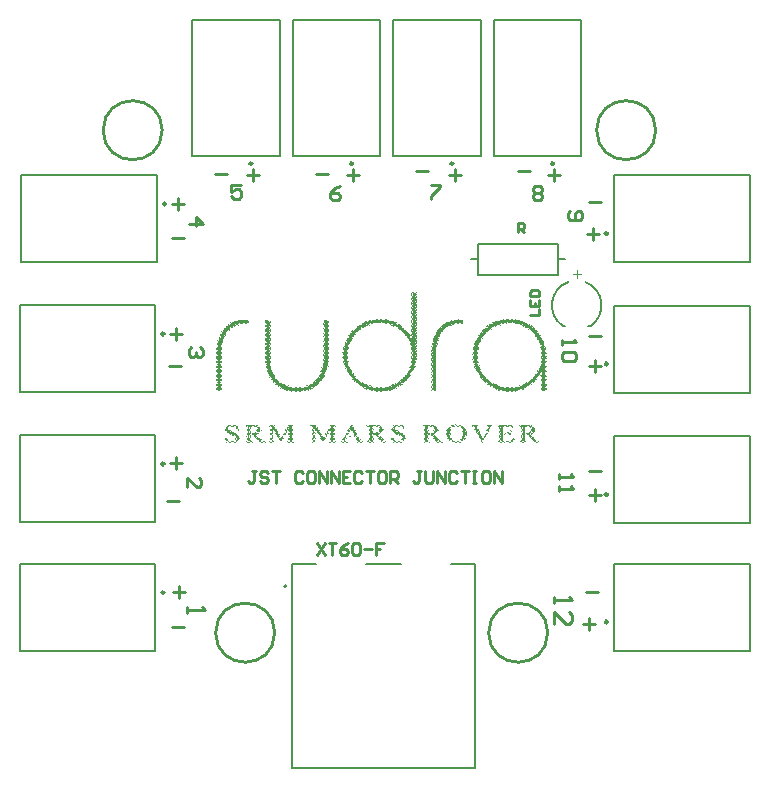
<source format=gto>
G04*
G04 #@! TF.GenerationSoftware,Altium Limited,Altium Designer,24.3.1 (35)*
G04*
G04 Layer_Color=65535*
%FSLAX44Y44*%
%MOMM*%
G71*
G04*
G04 #@! TF.SameCoordinates,2743B645-7AAA-4EDF-9A08-FFA43F89998A*
G04*
G04*
G04 #@! TF.FilePolarity,Positive*
G04*
G01*
G75*
%ADD10C,0.2500*%
%ADD11C,0.2540*%
%ADD12C,0.1500*%
%ADD13C,0.2000*%
%ADD14C,0.1270*%
%ADD15C,0.1000*%
G36*
X275570Y327631D02*
X276114D01*
Y327086D01*
X276658D01*
Y326542D01*
X277202D01*
Y325998D01*
X277746D01*
Y325454D01*
X277202D01*
Y324910D01*
X277746D01*
Y324366D01*
X277202D01*
Y324910D01*
X276658D01*
Y324366D01*
X277202D01*
Y323822D01*
X277746D01*
Y323278D01*
X277202D01*
Y322734D01*
X277746D01*
Y322190D01*
X277202D01*
Y322734D01*
X276658D01*
Y322190D01*
X277202D01*
Y321646D01*
X277746D01*
Y321102D01*
X277202D01*
Y320558D01*
X277746D01*
Y320014D01*
X277202D01*
Y320558D01*
X276658D01*
Y320014D01*
X277202D01*
Y319470D01*
X277746D01*
Y318925D01*
X277202D01*
Y318381D01*
X277746D01*
Y317837D01*
X277202D01*
Y318381D01*
X276658D01*
Y317837D01*
X277202D01*
Y317293D01*
X277746D01*
Y316749D01*
X277202D01*
Y316205D01*
X277746D01*
Y315661D01*
X277202D01*
Y316205D01*
X276658D01*
Y315661D01*
X277202D01*
Y315117D01*
X277746D01*
Y314573D01*
X277202D01*
Y314029D01*
X277746D01*
Y313485D01*
X277202D01*
Y314029D01*
X276658D01*
Y313485D01*
X277202D01*
Y312941D01*
X277746D01*
Y312397D01*
X277202D01*
Y311853D01*
X277746D01*
Y311309D01*
X277202D01*
Y311853D01*
X276658D01*
Y311309D01*
X277202D01*
Y310765D01*
X277746D01*
Y310220D01*
X277202D01*
Y309676D01*
X277746D01*
Y309132D01*
X277202D01*
Y309676D01*
X276658D01*
Y309132D01*
X277202D01*
Y308588D01*
X277746D01*
Y308044D01*
X277202D01*
Y307500D01*
X277746D01*
Y306956D01*
X277202D01*
Y307500D01*
X276658D01*
Y306956D01*
X277202D01*
Y306412D01*
X277746D01*
Y305868D01*
X277202D01*
Y305324D01*
X277746D01*
Y304780D01*
X277202D01*
Y305324D01*
X276658D01*
Y304780D01*
X277202D01*
Y304236D01*
X277746D01*
Y303692D01*
X277202D01*
Y303148D01*
X277746D01*
Y302603D01*
X277202D01*
Y303148D01*
X276658D01*
Y302603D01*
X277202D01*
Y302059D01*
X277746D01*
Y301515D01*
X277202D01*
Y300971D01*
X277746D01*
Y300427D01*
X277202D01*
Y300971D01*
X276658D01*
Y300427D01*
X277202D01*
Y299883D01*
Y299339D01*
Y298795D01*
X277746D01*
Y298251D01*
X277202D01*
Y298795D01*
X276658D01*
Y298251D01*
X277202D01*
Y297707D01*
X277746D01*
Y297163D01*
X277202D01*
Y296619D01*
X277746D01*
Y296075D01*
X277202D01*
Y296619D01*
X276658D01*
Y296075D01*
X277202D01*
Y295531D01*
X277746D01*
Y294987D01*
X277202D01*
Y294443D01*
X277746D01*
Y293899D01*
X277202D01*
Y294443D01*
X276658D01*
Y293899D01*
X277202D01*
Y293354D01*
X277746D01*
Y292810D01*
X277202D01*
Y292266D01*
X277746D01*
Y291722D01*
X277202D01*
Y292266D01*
X276658D01*
Y291722D01*
X277202D01*
Y291178D01*
X277746D01*
Y290634D01*
X277202D01*
Y290090D01*
X277746D01*
Y289546D01*
X277202D01*
Y290090D01*
X276658D01*
Y289546D01*
X277202D01*
Y289002D01*
X277746D01*
Y288458D01*
X277202D01*
Y287914D01*
X277746D01*
Y287370D01*
X277202D01*
Y287914D01*
X276658D01*
Y287370D01*
X277202D01*
Y286826D01*
X277746D01*
Y286282D01*
X277202D01*
Y285737D01*
X277746D01*
Y285194D01*
X277202D01*
Y285737D01*
X276658D01*
Y285194D01*
X277202D01*
Y284649D01*
X277746D01*
Y284105D01*
X277202D01*
Y283561D01*
X277746D01*
Y283017D01*
X277202D01*
Y283561D01*
X276658D01*
Y283017D01*
X277202D01*
Y282473D01*
X277746D01*
Y281929D01*
X277202D01*
Y281385D01*
X277746D01*
Y280841D01*
X277202D01*
Y281385D01*
X276658D01*
Y280841D01*
X277202D01*
Y280297D01*
X277746D01*
Y279753D01*
X277202D01*
Y279209D01*
X277746D01*
Y278665D01*
X277202D01*
Y279209D01*
X276658D01*
Y278665D01*
X277202D01*
Y278121D01*
X277746D01*
Y277577D01*
X277202D01*
Y277033D01*
X277746D01*
Y276488D01*
X277202D01*
Y277033D01*
X276658D01*
Y276488D01*
X277202D01*
Y275944D01*
X277746D01*
Y275400D01*
X277202D01*
Y274856D01*
X277746D01*
Y274312D01*
X277202D01*
Y274856D01*
X276658D01*
Y274312D01*
X277202D01*
Y273768D01*
X277746D01*
Y273224D01*
X277202D01*
Y272680D01*
X277746D01*
Y272136D01*
X277202D01*
Y272680D01*
X276658D01*
Y272136D01*
X277202D01*
Y271592D01*
X277746D01*
Y271048D01*
X277202D01*
Y270504D01*
X277746D01*
Y269960D01*
X277202D01*
Y270504D01*
X276658D01*
Y269960D01*
X276114D01*
Y269416D01*
X276658D01*
Y268871D01*
X276114D01*
Y268328D01*
X276658D01*
Y267783D01*
X276114D01*
Y267239D01*
X276658D01*
Y266695D01*
X276114D01*
Y266151D01*
X275570D01*
Y265607D01*
X276114D01*
Y265063D01*
X276658D01*
Y264519D01*
X276114D01*
Y265063D01*
X275570D01*
Y265607D01*
X275026D01*
Y265063D01*
X275570D01*
Y264519D01*
X275026D01*
Y263975D01*
X275570D01*
Y263431D01*
X275026D01*
Y262887D01*
X275570D01*
Y262343D01*
X275026D01*
Y261799D01*
X274482D01*
Y262343D01*
X273938D01*
Y261799D01*
X274482D01*
Y261255D01*
X273938D01*
Y260711D01*
X274482D01*
Y260166D01*
X273938D01*
Y260711D01*
X273393D01*
Y260166D01*
X272849D01*
Y259622D01*
X273393D01*
Y259078D01*
X272849D01*
Y258534D01*
X273393D01*
Y257990D01*
X272849D01*
Y257446D01*
X272305D01*
Y257990D01*
X271761D01*
Y257446D01*
X272305D01*
Y256902D01*
X271761D01*
Y256358D01*
X271217D01*
Y256902D01*
X270673D01*
Y256358D01*
X271217D01*
Y255814D01*
X270673D01*
Y255270D01*
X271217D01*
Y254726D01*
X270673D01*
Y255270D01*
X270129D01*
Y254726D01*
X269585D01*
Y254182D01*
X270129D01*
Y253638D01*
X269585D01*
Y254182D01*
X269041D01*
Y253638D01*
X268497D01*
Y253094D01*
X269041D01*
Y252550D01*
X268497D01*
Y253094D01*
X267953D01*
Y252550D01*
X267409D01*
Y252006D01*
X267953D01*
Y251462D01*
X267409D01*
Y252006D01*
X266865D01*
Y251462D01*
X266321D01*
Y250917D01*
X266865D01*
Y250373D01*
X266321D01*
Y250917D01*
X265777D01*
Y250373D01*
X265233D01*
Y249829D01*
X265777D01*
Y249285D01*
X265233D01*
Y249829D01*
X264688D01*
Y250373D01*
X264144D01*
Y249829D01*
X264688D01*
Y249285D01*
X264144D01*
Y248741D01*
X263600D01*
Y249285D01*
X263056D01*
Y248741D01*
X263600D01*
Y248197D01*
X263056D01*
Y248741D01*
X262512D01*
Y248197D01*
X261968D01*
Y247653D01*
X261424D01*
Y248197D01*
X260880D01*
Y247653D01*
X261424D01*
Y247109D01*
X260880D01*
Y247653D01*
X260336D01*
Y247109D01*
X259792D01*
Y246565D01*
X260336D01*
Y246021D01*
X259792D01*
Y246565D01*
X259248D01*
Y246021D01*
X257616D01*
Y245477D01*
X257072D01*
Y246021D01*
X256528D01*
Y245477D01*
X257072D01*
Y244933D01*
X256528D01*
Y245477D01*
X255984D01*
Y246021D01*
X255439D01*
Y245477D01*
X255984D01*
Y244933D01*
X255439D01*
Y244389D01*
X255984D01*
Y243845D01*
X255439D01*
Y244389D01*
X254895D01*
Y244933D01*
X254351D01*
Y244389D01*
X254895D01*
Y243845D01*
X254351D01*
Y244389D01*
X253807D01*
Y244933D01*
X253263D01*
Y244389D01*
X253807D01*
Y243845D01*
X253263D01*
Y244389D01*
X252719D01*
Y243845D01*
X252175D01*
Y244389D01*
X251631D01*
Y244933D01*
X251087D01*
Y244389D01*
X251631D01*
Y243845D01*
X251087D01*
Y244389D01*
X250543D01*
Y243845D01*
X249999D01*
Y243301D01*
X250543D01*
Y242757D01*
X249999D01*
Y243301D01*
X249455D01*
Y243845D01*
X248911D01*
Y243301D01*
X249455D01*
Y242757D01*
X248911D01*
Y243301D01*
X248367D01*
Y243845D01*
X247823D01*
Y243301D01*
X248367D01*
Y242757D01*
X247823D01*
Y243301D01*
X247278D01*
Y243845D01*
X246734D01*
Y243301D01*
X247278D01*
Y242757D01*
X246734D01*
Y243301D01*
X246190D01*
Y243845D01*
X245646D01*
Y243301D01*
X246190D01*
Y242757D01*
X245646D01*
Y243301D01*
X245102D01*
Y243845D01*
X244558D01*
Y243301D01*
X245102D01*
Y242757D01*
X244558D01*
Y243301D01*
X244014D01*
Y243845D01*
X243470D01*
Y243301D01*
X244014D01*
Y242757D01*
X243470D01*
Y243301D01*
X242926D01*
Y243845D01*
X242382D01*
Y244389D01*
X241838D01*
Y243845D01*
X241294D01*
Y244389D01*
X240750D01*
Y244933D01*
X240206D01*
Y244389D01*
X240750D01*
Y243845D01*
X240206D01*
Y244389D01*
X239662D01*
Y244933D01*
X239118D01*
Y244389D01*
X239662D01*
Y243845D01*
X239118D01*
Y244389D01*
X238573D01*
Y244933D01*
X238029D01*
Y244389D01*
X238573D01*
Y243845D01*
X238029D01*
Y244389D01*
X237485D01*
Y244933D01*
X236941D01*
Y245477D01*
X236397D01*
Y246021D01*
X235853D01*
Y245477D01*
X236397D01*
Y244933D01*
X235853D01*
Y245477D01*
X235309D01*
Y246021D01*
X234765D01*
Y245477D01*
X235309D01*
Y244933D01*
X234765D01*
Y245477D01*
X234221D01*
Y246021D01*
X233677D01*
Y246565D01*
X233133D01*
Y247109D01*
X232589D01*
Y246565D01*
X233133D01*
Y246021D01*
X232589D01*
Y246565D01*
X232045D01*
Y247109D01*
X231501D01*
Y247653D01*
X230956D01*
Y248197D01*
X230413D01*
Y247653D01*
X230956D01*
Y247109D01*
X230413D01*
Y247653D01*
X229869D01*
Y248197D01*
X229324D01*
Y248741D01*
X228780D01*
Y249285D01*
X228236D01*
Y249829D01*
X227692D01*
Y250373D01*
X226060D01*
Y250917D01*
X225516D01*
Y251462D01*
X224972D01*
Y252006D01*
X224428D01*
Y252550D01*
X223884D01*
Y253094D01*
X223340D01*
Y253638D01*
X222796D01*
Y254182D01*
X222251D01*
Y254726D01*
X221707D01*
Y255270D01*
X222251D01*
Y255814D01*
X221707D01*
Y256358D01*
X221163D01*
Y256902D01*
X220619D01*
Y257446D01*
X220075D01*
Y257990D01*
X219531D01*
Y258534D01*
X218987D01*
Y259078D01*
X218443D01*
Y259622D01*
X218987D01*
Y260166D01*
X218443D01*
Y260711D01*
X218987D01*
Y261255D01*
X218443D01*
Y261799D01*
X217899D01*
Y262343D01*
X217355D01*
Y262887D01*
X216811D01*
Y263431D01*
X216267D01*
Y263975D01*
X216811D01*
Y263431D01*
X217355D01*
Y262887D01*
X217899D01*
Y263431D01*
X217355D01*
Y263975D01*
X216811D01*
Y264519D01*
X216267D01*
Y265063D01*
X216811D01*
Y265607D01*
X216267D01*
Y266151D01*
X215723D01*
Y266695D01*
X215179D01*
Y267239D01*
X215723D01*
Y267783D01*
X215179D01*
Y268328D01*
X215723D01*
Y267783D01*
X216267D01*
Y268328D01*
X215723D01*
Y268871D01*
X215179D01*
Y269416D01*
X215723D01*
Y269960D01*
X215179D01*
Y270504D01*
X215723D01*
Y271048D01*
X215179D01*
Y271592D01*
X214635D01*
Y272136D01*
X214091D01*
Y272680D01*
X214635D01*
Y272136D01*
X215179D01*
Y271592D01*
X215723D01*
Y272136D01*
X215179D01*
Y272680D01*
X215723D01*
Y273224D01*
X215179D01*
Y273768D01*
X214635D01*
Y274312D01*
X214091D01*
Y274856D01*
X214635D01*
Y274312D01*
X215179D01*
Y273768D01*
X215723D01*
Y274312D01*
X215179D01*
Y274856D01*
Y275400D01*
Y275944D01*
X214635D01*
Y276488D01*
X214091D01*
Y277033D01*
X214635D01*
Y276488D01*
X215179D01*
Y275944D01*
X215723D01*
Y276488D01*
X215179D01*
Y277033D01*
X215723D01*
Y277577D01*
X215179D01*
Y278121D01*
X215723D01*
Y278665D01*
X215179D01*
Y279209D01*
X215723D01*
Y279753D01*
X215179D01*
Y280297D01*
X215723D01*
Y280841D01*
X215179D01*
Y281385D01*
X215723D01*
Y280841D01*
X216267D01*
Y281385D01*
X215723D01*
Y281929D01*
X215179D01*
Y282473D01*
X215723D01*
Y281929D01*
X216267D01*
Y281385D01*
X216811D01*
Y281929D01*
X216267D01*
Y282473D01*
X216811D01*
Y283017D01*
X216267D01*
Y283561D01*
X216811D01*
Y284105D01*
X216267D01*
Y284649D01*
X216811D01*
Y285194D01*
X217355D01*
Y284649D01*
X217899D01*
Y285194D01*
X217355D01*
Y285737D01*
X217899D01*
Y286282D01*
X217355D01*
Y286826D01*
X217899D01*
Y287370D01*
X218443D01*
Y287914D01*
X218987D01*
Y288458D01*
X218443D01*
Y289002D01*
X218987D01*
Y289546D01*
X218443D01*
Y290090D01*
X218987D01*
Y289546D01*
X219531D01*
Y289002D01*
X220075D01*
Y289546D01*
X219531D01*
Y290090D01*
X220075D01*
Y290634D01*
X219531D01*
Y291178D01*
X221163D01*
Y291722D01*
X220619D01*
Y292266D01*
X221163D01*
Y292810D01*
X221707D01*
Y293354D01*
X222251D01*
Y293899D01*
X221707D01*
Y294443D01*
X222251D01*
Y293899D01*
X222796D01*
Y294443D01*
X223340D01*
Y294987D01*
X222796D01*
Y295531D01*
X223340D01*
Y294987D01*
X223884D01*
Y295531D01*
X224428D01*
Y296075D01*
X223884D01*
Y296619D01*
X224428D01*
Y296075D01*
X224972D01*
Y296619D01*
X225516D01*
Y297163D01*
X224972D01*
Y297707D01*
X225516D01*
Y297163D01*
X226060D01*
Y297707D01*
X226604D01*
Y298251D01*
X227148D01*
Y298795D01*
X227692D01*
Y299339D01*
X228236D01*
Y298795D01*
X228780D01*
Y299339D01*
X228236D01*
Y299883D01*
X229869D01*
Y300427D01*
X229324D01*
Y300971D01*
X229869D01*
Y300427D01*
X230413D01*
Y299883D01*
X230956D01*
Y300427D01*
X230413D01*
Y300971D01*
X230956D01*
Y301515D01*
X231501D01*
Y300971D01*
X232045D01*
Y301515D01*
X231501D01*
Y302059D01*
X232045D01*
Y301515D01*
X232589D01*
Y302059D01*
X234221D01*
Y302603D01*
X233677D01*
Y303148D01*
X234221D01*
Y302603D01*
X234765D01*
Y302059D01*
X235309D01*
Y302603D01*
X234765D01*
Y303148D01*
X235309D01*
Y302603D01*
X235853D01*
Y303148D01*
X236397D01*
Y303692D01*
X236941D01*
Y303148D01*
X237485D01*
Y303692D01*
X236941D01*
Y304236D01*
X237485D01*
Y303692D01*
X238029D01*
Y303148D01*
X238573D01*
Y303692D01*
X238029D01*
Y304236D01*
X238573D01*
Y303692D01*
X239118D01*
Y304236D01*
X240750D01*
Y304780D01*
X241294D01*
Y304236D01*
X241838D01*
Y304780D01*
X241294D01*
Y305324D01*
X241838D01*
Y304780D01*
X242382D01*
Y304236D01*
X242926D01*
Y304780D01*
X242382D01*
Y305324D01*
X242926D01*
Y304780D01*
X243470D01*
Y304236D01*
X244014D01*
Y304780D01*
X243470D01*
Y305324D01*
X244014D01*
Y304780D01*
X244558D01*
Y304236D01*
X245102D01*
Y304780D01*
X244558D01*
Y305324D01*
X245102D01*
Y304780D01*
X245646D01*
Y304236D01*
X246190D01*
Y304780D01*
X245646D01*
Y305324D01*
X246190D01*
Y304780D01*
X246734D01*
Y304236D01*
X247278D01*
Y304780D01*
X246734D01*
Y305324D01*
X247278D01*
Y304780D01*
X247823D01*
Y304236D01*
X248367D01*
Y304780D01*
X247823D01*
Y305324D01*
X248367D01*
Y304780D01*
X248911D01*
Y304236D01*
X249455D01*
Y304780D01*
X248911D01*
Y305324D01*
X249455D01*
Y304780D01*
X249999D01*
Y304236D01*
X250543D01*
Y304780D01*
X249999D01*
Y305324D01*
X250543D01*
Y304780D01*
X251087D01*
Y304236D01*
X251631D01*
Y304780D01*
X251087D01*
Y305324D01*
X251631D01*
Y304780D01*
X252175D01*
Y304236D01*
X253807D01*
Y303692D01*
X254351D01*
Y303148D01*
X254895D01*
Y303692D01*
X254351D01*
Y304236D01*
X254895D01*
Y303692D01*
X255439D01*
Y303148D01*
X257072D01*
Y302603D01*
X257616D01*
Y302059D01*
X258160D01*
Y302603D01*
X257616D01*
Y303148D01*
X258160D01*
Y302603D01*
X258704D01*
Y302059D01*
X260336D01*
Y301515D01*
X260880D01*
Y300971D01*
X261424D01*
Y300427D01*
X261968D01*
Y299883D01*
X262512D01*
Y300427D01*
X261968D01*
Y300971D01*
X262512D01*
Y300427D01*
X263056D01*
Y299883D01*
X263600D01*
Y299339D01*
X264144D01*
Y298795D01*
X264688D01*
Y298251D01*
X265233D01*
Y297707D01*
X266865D01*
Y297163D01*
X266321D01*
Y296619D01*
X266865D01*
Y296075D01*
X267409D01*
Y295531D01*
X267953D01*
Y294987D01*
X268497D01*
Y294443D01*
X269041D01*
Y293899D01*
X269585D01*
Y293354D01*
X270129D01*
Y292810D01*
X270673D01*
Y292266D01*
X271217D01*
Y291722D01*
X271761D01*
Y291178D01*
X272305D01*
Y290634D01*
X271761D01*
Y291178D01*
X271217D01*
Y291722D01*
X270673D01*
Y291178D01*
X271217D01*
Y290634D01*
X271761D01*
Y290090D01*
X272305D01*
Y289546D01*
X272849D01*
Y289002D01*
X273393D01*
Y289546D01*
X272849D01*
Y290090D01*
X273393D01*
Y289546D01*
X273938D01*
Y289002D01*
X274482D01*
Y289546D01*
X273938D01*
Y290090D01*
X273393D01*
Y290634D01*
X272849D01*
Y291178D01*
X273393D01*
Y290634D01*
X273938D01*
Y291178D01*
X273393D01*
Y291722D01*
X272849D01*
Y292266D01*
X273393D01*
Y292810D01*
X272849D01*
Y293354D01*
X273393D01*
Y293899D01*
X272849D01*
Y294443D01*
X273393D01*
Y294987D01*
X272849D01*
Y295531D01*
X273393D01*
Y294987D01*
X273938D01*
Y295531D01*
X273393D01*
Y296075D01*
X272849D01*
Y296619D01*
X273393D01*
Y297163D01*
X272849D01*
Y297707D01*
X273393D01*
Y298251D01*
X272849D01*
Y298795D01*
X273393D01*
Y299339D01*
X272849D01*
Y299883D01*
X273393D01*
Y299339D01*
X273938D01*
Y299883D01*
X273393D01*
Y300427D01*
X272849D01*
Y300971D01*
X273393D01*
Y301515D01*
X272849D01*
Y302059D01*
X273393D01*
Y301515D01*
X273938D01*
Y302059D01*
X273393D01*
Y302603D01*
X272849D01*
Y303148D01*
X273393D01*
Y302603D01*
X273938D01*
Y302059D01*
X274482D01*
Y302603D01*
X273938D01*
Y303148D01*
X273393D01*
Y303692D01*
X272849D01*
Y304236D01*
X273393D01*
Y303692D01*
X273938D01*
Y304236D01*
X273393D01*
Y304780D01*
X272849D01*
Y305324D01*
X273393D01*
Y305868D01*
X272849D01*
Y306412D01*
X273393D01*
Y305868D01*
X273938D01*
Y306412D01*
X273393D01*
Y306956D01*
X272849D01*
Y307500D01*
X273393D01*
Y306956D01*
X273938D01*
Y306412D01*
X274482D01*
Y306956D01*
X273938D01*
Y307500D01*
X273393D01*
Y308044D01*
X272849D01*
Y308588D01*
X273393D01*
Y308044D01*
X273938D01*
Y308588D01*
X273393D01*
Y309132D01*
X272849D01*
Y309676D01*
X273393D01*
Y310220D01*
X272849D01*
Y310765D01*
X273393D01*
Y310220D01*
X273938D01*
Y310765D01*
X273393D01*
Y311309D01*
X272849D01*
Y311853D01*
X273393D01*
Y311309D01*
X273938D01*
Y310765D01*
X274482D01*
Y311309D01*
X273938D01*
Y311853D01*
X273393D01*
Y312397D01*
X272849D01*
Y312941D01*
X273393D01*
Y312397D01*
X273938D01*
Y312941D01*
X273393D01*
Y313485D01*
X272849D01*
Y314029D01*
X273393D01*
Y314573D01*
X272849D01*
Y315117D01*
X273393D01*
Y314573D01*
X273938D01*
Y315117D01*
X273393D01*
Y315661D01*
X272849D01*
Y316205D01*
X273393D01*
Y315661D01*
X273938D01*
Y315117D01*
X274482D01*
Y315661D01*
X273938D01*
Y316205D01*
X273393D01*
Y316749D01*
X272849D01*
Y317293D01*
X273393D01*
Y316749D01*
X273938D01*
Y317293D01*
X273393D01*
Y317837D01*
X272849D01*
Y318381D01*
X273393D01*
Y318925D01*
X272849D01*
Y319470D01*
X273393D01*
Y318925D01*
X273938D01*
Y319470D01*
X273393D01*
Y320014D01*
X272849D01*
Y320558D01*
X273393D01*
Y320014D01*
X273938D01*
Y319470D01*
X274482D01*
Y320014D01*
X273938D01*
Y320558D01*
X273393D01*
Y321102D01*
X272849D01*
Y321646D01*
X273393D01*
Y321102D01*
X273938D01*
Y321646D01*
X273393D01*
Y322190D01*
X272849D01*
Y322734D01*
X273393D01*
Y323278D01*
X272849D01*
Y323822D01*
X273393D01*
Y323278D01*
X273938D01*
Y323822D01*
X273393D01*
Y324366D01*
X272849D01*
Y324910D01*
X273393D01*
Y324366D01*
X273938D01*
Y323822D01*
X274482D01*
Y324366D01*
X273938D01*
Y324910D01*
X273393D01*
Y325454D01*
X272849D01*
Y325998D01*
X273393D01*
Y325454D01*
X273938D01*
Y325998D01*
X273393D01*
Y326542D01*
X272849D01*
Y327086D01*
X273393D01*
Y326542D01*
X273938D01*
Y325998D01*
X274482D01*
Y326542D01*
X273938D01*
Y327086D01*
X273393D01*
Y327631D01*
X272849D01*
Y328175D01*
X273393D01*
Y327631D01*
X273938D01*
Y327086D01*
X274482D01*
Y327631D01*
X273938D01*
Y328175D01*
X274482D01*
Y327631D01*
X275026D01*
Y327086D01*
X275570D01*
Y327631D01*
X275026D01*
Y328175D01*
X275570D01*
Y327631D01*
D02*
G37*
G36*
X276658D02*
X277202D01*
Y327086D01*
X277746D01*
Y326542D01*
X277202D01*
Y327086D01*
X276658D01*
Y327631D01*
X276114D01*
Y328175D01*
X276658D01*
Y327631D01*
D02*
G37*
G36*
X360444Y304780D02*
X360988D01*
Y304236D01*
X363708D01*
Y303692D01*
X364252D01*
Y303148D01*
X364796D01*
Y303692D01*
X364252D01*
Y304236D01*
X364796D01*
Y303692D01*
X365340D01*
Y303148D01*
X365884D01*
Y303692D01*
X365340D01*
Y304236D01*
X365884D01*
Y303692D01*
X366428D01*
Y303148D01*
X366973D01*
Y302603D01*
X367517D01*
Y302059D01*
X369149D01*
Y301515D01*
X369693D01*
Y300971D01*
X370237D01*
Y301515D01*
X369693D01*
Y302059D01*
X370237D01*
Y301515D01*
X370781D01*
Y300971D01*
X371325D01*
Y300427D01*
X371869D01*
Y299883D01*
X372413D01*
Y300427D01*
X371869D01*
Y300971D01*
X372413D01*
Y300427D01*
X372957D01*
Y299883D01*
X373501D01*
Y299339D01*
X374045D01*
Y298795D01*
X374589D01*
Y298251D01*
X375133D01*
Y297707D01*
X375677D01*
Y297163D01*
X376222D01*
Y296619D01*
X376766D01*
Y297163D01*
X376222D01*
Y297707D01*
X375677D01*
Y298251D01*
X375133D01*
Y298795D01*
X374589D01*
Y299339D01*
X374045D01*
Y299883D01*
X374589D01*
Y299339D01*
X375133D01*
Y298795D01*
X375677D01*
Y298251D01*
X376222D01*
Y297707D01*
X376766D01*
Y297163D01*
X377310D01*
Y296619D01*
X377854D01*
Y296075D01*
X378398D01*
Y295531D01*
X378942D01*
Y294987D01*
X379486D01*
Y294443D01*
X380030D01*
Y293899D01*
X379486D01*
Y294443D01*
X378942D01*
Y294987D01*
X378398D01*
Y294443D01*
X378942D01*
Y293899D01*
X379486D01*
Y293354D01*
X380030D01*
Y292810D01*
X380574D01*
Y292266D01*
X381118D01*
Y291722D01*
X381662D01*
Y291178D01*
X382206D01*
Y290634D01*
X381662D01*
Y290090D01*
X382206D01*
Y289546D01*
X382750D01*
Y289002D01*
X383294D01*
Y288458D01*
X383839D01*
Y287914D01*
X384383D01*
Y287370D01*
X383839D01*
Y287914D01*
X383294D01*
Y288458D01*
X382750D01*
Y287914D01*
X383294D01*
Y287370D01*
X383839D01*
Y286826D01*
X384383D01*
Y286282D01*
X384927D01*
Y285737D01*
X384383D01*
Y286282D01*
X383839D01*
Y285737D01*
X384383D01*
Y285194D01*
X384927D01*
Y284649D01*
X385471D01*
Y284105D01*
X384927D01*
Y283561D01*
X385471D01*
Y283017D01*
X384927D01*
Y282473D01*
X385471D01*
Y281929D01*
X386015D01*
Y281385D01*
X386559D01*
Y280841D01*
X386015D01*
Y281385D01*
X385471D01*
Y280841D01*
X386015D01*
Y280297D01*
X386559D01*
Y279753D01*
X386015D01*
Y279209D01*
X386559D01*
Y278665D01*
X386015D01*
Y278121D01*
X386559D01*
Y277577D01*
X386015D01*
Y277033D01*
X386559D01*
Y276488D01*
X387103D01*
Y275944D01*
X387647D01*
Y275400D01*
X387103D01*
Y275944D01*
X386559D01*
Y276488D01*
X386015D01*
Y275944D01*
X386559D01*
Y275400D01*
X387103D01*
Y274856D01*
X386559D01*
Y275400D01*
X386015D01*
Y274856D01*
X386559D01*
Y274312D01*
X387103D01*
Y273768D01*
X387647D01*
Y273224D01*
X387103D01*
Y273768D01*
X386559D01*
Y274312D01*
X386015D01*
Y273768D01*
X386559D01*
Y273224D01*
X387103D01*
Y272680D01*
X386559D01*
Y273224D01*
X386015D01*
Y272680D01*
X386559D01*
Y272136D01*
X387103D01*
Y271592D01*
X387647D01*
Y271048D01*
X387103D01*
Y271592D01*
X386559D01*
Y272136D01*
X386015D01*
Y271592D01*
X386559D01*
Y271048D01*
X387103D01*
Y270504D01*
X386559D01*
Y271048D01*
X386015D01*
Y270504D01*
X386559D01*
Y269960D01*
X387103D01*
Y269416D01*
X387647D01*
Y268871D01*
X387103D01*
Y269416D01*
X386559D01*
Y269960D01*
X386015D01*
Y269416D01*
X386559D01*
Y268871D01*
X387103D01*
Y268328D01*
X386559D01*
Y268871D01*
X386015D01*
Y268328D01*
X386559D01*
Y267783D01*
X387103D01*
Y267239D01*
X387647D01*
Y266695D01*
X387103D01*
Y267239D01*
X386559D01*
Y267783D01*
X386015D01*
Y267239D01*
X386559D01*
Y266695D01*
X387103D01*
Y266151D01*
X386559D01*
Y266695D01*
X386015D01*
Y266151D01*
X386559D01*
Y265607D01*
X387103D01*
Y265063D01*
X387647D01*
Y264519D01*
X387103D01*
Y265063D01*
X386559D01*
Y265607D01*
X386015D01*
Y265063D01*
X386559D01*
Y264519D01*
X387103D01*
Y263975D01*
X386559D01*
Y264519D01*
X386015D01*
Y263975D01*
X386559D01*
Y263431D01*
X387103D01*
Y262887D01*
X387647D01*
Y262343D01*
X387103D01*
Y262887D01*
X386559D01*
Y263431D01*
X386015D01*
Y262887D01*
X386559D01*
Y262343D01*
X387103D01*
Y261799D01*
X386559D01*
Y262343D01*
X386015D01*
Y261799D01*
X386559D01*
Y261255D01*
X387103D01*
Y260711D01*
X387647D01*
Y260166D01*
X387103D01*
Y260711D01*
X386559D01*
Y261255D01*
X386015D01*
Y260711D01*
X386559D01*
Y260166D01*
X387103D01*
Y259622D01*
X386559D01*
Y260166D01*
X386015D01*
Y259622D01*
X386559D01*
Y259078D01*
X387103D01*
Y258534D01*
X387647D01*
Y257990D01*
X387103D01*
Y258534D01*
X386559D01*
Y259078D01*
X386015D01*
Y258534D01*
X386559D01*
Y257990D01*
X387103D01*
Y257446D01*
X386559D01*
Y257990D01*
X386015D01*
Y257446D01*
X386559D01*
Y256902D01*
X387103D01*
Y256358D01*
X387647D01*
Y255814D01*
X387103D01*
Y256358D01*
X386559D01*
Y256902D01*
X386015D01*
Y256358D01*
X386559D01*
Y255814D01*
X387103D01*
Y255270D01*
X386559D01*
Y255814D01*
X386015D01*
Y255270D01*
X386559D01*
Y254726D01*
X387103D01*
Y254182D01*
X387647D01*
Y253638D01*
X387103D01*
Y254182D01*
X386559D01*
Y254726D01*
X386015D01*
Y254182D01*
X386559D01*
Y253638D01*
X387103D01*
Y253094D01*
X386559D01*
Y253638D01*
X386015D01*
Y253094D01*
X386559D01*
Y252550D01*
X387103D01*
Y252006D01*
X387647D01*
Y251462D01*
X387103D01*
Y252006D01*
X386559D01*
Y252550D01*
X386015D01*
Y252006D01*
X386559D01*
Y251462D01*
X387103D01*
Y250917D01*
X387647D01*
Y250373D01*
X387103D01*
Y250917D01*
X386559D01*
Y251462D01*
X386015D01*
Y250917D01*
X386559D01*
Y250373D01*
X387103D01*
Y249829D01*
X387647D01*
Y249285D01*
X387103D01*
Y249829D01*
X386559D01*
Y250373D01*
X386015D01*
Y249829D01*
X386559D01*
Y249285D01*
X387103D01*
Y248741D01*
X387647D01*
Y248197D01*
X387103D01*
Y248741D01*
X386559D01*
Y249285D01*
X386015D01*
Y248741D01*
X386559D01*
Y248197D01*
X387103D01*
Y247653D01*
X387647D01*
Y247109D01*
X387103D01*
Y247653D01*
X386559D01*
Y247109D01*
X387103D01*
Y246565D01*
X387647D01*
Y246021D01*
X387103D01*
Y246565D01*
X386559D01*
Y247109D01*
X386015D01*
Y246565D01*
X386559D01*
Y246021D01*
X387103D01*
Y245477D01*
X387647D01*
Y244933D01*
X387103D01*
Y245477D01*
X386559D01*
Y246021D01*
X386015D01*
Y245477D01*
X386559D01*
Y244933D01*
X387103D01*
Y244389D01*
X386559D01*
Y244933D01*
X386015D01*
Y244389D01*
X386559D01*
Y243845D01*
X386015D01*
Y244389D01*
X385471D01*
Y244933D01*
X384927D01*
Y244389D01*
X385471D01*
Y243845D01*
X384927D01*
Y244389D01*
X384383D01*
Y244933D01*
X383839D01*
Y244389D01*
X384383D01*
Y243845D01*
X383839D01*
Y244389D01*
X383294D01*
Y244933D01*
X382750D01*
Y245477D01*
X383294D01*
Y246021D01*
X382750D01*
Y246565D01*
X383294D01*
Y247109D01*
X382750D01*
Y247653D01*
X383294D01*
Y248197D01*
X382750D01*
Y248741D01*
X383294D01*
Y249285D01*
X382750D01*
Y249829D01*
X383294D01*
Y250373D01*
X382750D01*
Y250917D01*
X383294D01*
Y251462D01*
X382750D01*
Y252006D01*
X383294D01*
Y252550D01*
X382750D01*
Y253094D01*
X383294D01*
Y253638D01*
X382750D01*
Y254182D01*
X383294D01*
Y254726D01*
X382750D01*
Y255270D01*
X383294D01*
Y255814D01*
X382750D01*
Y256358D01*
X383294D01*
Y256902D01*
X382750D01*
Y257446D01*
X383294D01*
Y257990D01*
X382750D01*
Y258534D01*
X382206D01*
Y259078D01*
X381662D01*
Y258534D01*
X382206D01*
Y257990D01*
X381662D01*
Y257446D01*
X382206D01*
Y256902D01*
X381662D01*
Y257446D01*
X381118D01*
Y256902D01*
X380574D01*
Y256358D01*
X381118D01*
Y255814D01*
X380574D01*
Y256358D01*
X380030D01*
Y255814D01*
X379486D01*
Y255270D01*
X380030D01*
Y254726D01*
X379486D01*
Y254182D01*
X378942D01*
Y254726D01*
X378398D01*
Y254182D01*
X378942D01*
Y253638D01*
X378398D01*
Y253094D01*
X377854D01*
Y253638D01*
X377310D01*
Y253094D01*
X377854D01*
Y252550D01*
X377310D01*
Y252006D01*
X376766D01*
Y252550D01*
X376222D01*
Y252006D01*
X376766D01*
Y251462D01*
X376222D01*
Y250917D01*
X375677D01*
Y251462D01*
X375133D01*
Y250917D01*
X375677D01*
Y250373D01*
X375133D01*
Y250917D01*
X374589D01*
Y250373D01*
X374045D01*
Y249829D01*
X374589D01*
Y249285D01*
X374045D01*
Y249829D01*
X373501D01*
Y249285D01*
X372957D01*
Y248741D01*
X373501D01*
Y248197D01*
X372957D01*
Y248741D01*
X372413D01*
Y248197D01*
X371869D01*
Y247653D01*
X372413D01*
Y247109D01*
X371869D01*
Y247653D01*
X371325D01*
Y248197D01*
X370781D01*
Y247653D01*
X371325D01*
Y247109D01*
X370781D01*
Y247653D01*
X370237D01*
Y248197D01*
X369693D01*
Y247653D01*
X370237D01*
Y247109D01*
X369693D01*
Y246565D01*
X369149D01*
Y247109D01*
X368605D01*
Y246565D01*
X369149D01*
Y246021D01*
X368605D01*
Y246565D01*
X368061D01*
Y246021D01*
X367517D01*
Y245477D01*
X368061D01*
Y244933D01*
X367517D01*
Y245477D01*
X366973D01*
Y246021D01*
X366428D01*
Y245477D01*
X366973D01*
Y244933D01*
X366428D01*
Y245477D01*
X365884D01*
Y246021D01*
X365340D01*
Y245477D01*
X365884D01*
Y244933D01*
X365340D01*
Y245477D01*
X364796D01*
Y244933D01*
X364252D01*
Y244389D01*
X364796D01*
Y243845D01*
X364252D01*
Y244389D01*
X363708D01*
Y244933D01*
X363164D01*
Y244389D01*
X363708D01*
Y243845D01*
X363164D01*
Y244389D01*
X362620D01*
Y244933D01*
X362076D01*
Y244389D01*
X362620D01*
Y243845D01*
X362076D01*
Y244389D01*
X361532D01*
Y243845D01*
X360988D01*
Y243301D01*
X361532D01*
Y242757D01*
X360988D01*
Y243301D01*
X360444D01*
Y243845D01*
X359900D01*
Y243301D01*
X360444D01*
Y242757D01*
X359900D01*
Y243301D01*
X359356D01*
Y243845D01*
X358811D01*
Y243301D01*
X359356D01*
Y242757D01*
X358811D01*
Y243301D01*
X358268D01*
Y243845D01*
X357723D01*
Y243301D01*
X358268D01*
Y242757D01*
X357723D01*
Y243301D01*
X357179D01*
Y243845D01*
X356635D01*
Y243301D01*
X357179D01*
Y242757D01*
X356635D01*
Y243301D01*
X356091D01*
Y243845D01*
X355547D01*
Y243301D01*
X356091D01*
Y242757D01*
X355547D01*
Y243301D01*
X355003D01*
Y243845D01*
X354459D01*
Y243301D01*
X355003D01*
Y242757D01*
X354459D01*
Y243301D01*
X353915D01*
Y243845D01*
X353371D01*
Y243301D01*
X353915D01*
Y242757D01*
X353371D01*
Y243301D01*
X352827D01*
Y243845D01*
X352283D01*
Y243301D01*
X352827D01*
Y242757D01*
X352283D01*
Y243301D01*
X351739D01*
Y243845D01*
X351195D01*
Y244389D01*
X350651D01*
Y243845D01*
X350107D01*
Y244389D01*
X349562D01*
Y244933D01*
X349018D01*
Y244389D01*
X349562D01*
Y243845D01*
X349018D01*
Y244389D01*
X348474D01*
Y244933D01*
X347930D01*
Y244389D01*
X348474D01*
Y243845D01*
X347930D01*
Y244389D01*
X347386D01*
Y244933D01*
X346842D01*
Y244389D01*
X347386D01*
Y243845D01*
X346842D01*
Y244389D01*
X346298D01*
Y244933D01*
X345754D01*
Y245477D01*
X345210D01*
Y246021D01*
X344666D01*
Y245477D01*
X345210D01*
Y244933D01*
X344666D01*
Y245477D01*
X344122D01*
Y246021D01*
X343578D01*
Y246565D01*
X343034D01*
Y247109D01*
X342490D01*
Y246565D01*
X343034D01*
Y246021D01*
X342490D01*
Y246565D01*
X341946D01*
Y247109D01*
X341401D01*
Y247653D01*
X340858D01*
Y248197D01*
X340313D01*
Y247653D01*
X340858D01*
Y247109D01*
X340313D01*
Y247653D01*
X339769D01*
Y248197D01*
X339225D01*
Y248741D01*
X338681D01*
Y249285D01*
X338137D01*
Y248741D01*
X338681D01*
Y248197D01*
X338137D01*
Y248741D01*
X337593D01*
Y249285D01*
X337049D01*
Y249829D01*
X336505D01*
Y250373D01*
X335961D01*
Y250917D01*
X335417D01*
Y251462D01*
X334873D01*
Y252006D01*
X334329D01*
Y252550D01*
X333785D01*
Y253094D01*
X333241D01*
Y253638D01*
X332696D01*
Y254182D01*
X332152D01*
Y254726D01*
X331608D01*
Y255270D01*
X331064D01*
Y255814D01*
X330520D01*
Y256358D01*
X331064D01*
Y256902D01*
X330520D01*
Y257446D01*
X329976D01*
Y257990D01*
X329432D01*
Y258534D01*
X328888D01*
Y259078D01*
X328344D01*
Y259622D01*
X328888D01*
Y260166D01*
X328344D01*
Y260711D01*
X327800D01*
Y261255D01*
X327256D01*
Y261799D01*
X327800D01*
Y262343D01*
X327256D01*
Y262887D01*
X326712D01*
Y263431D01*
X326168D01*
Y263975D01*
X326712D01*
Y263431D01*
X327256D01*
Y263975D01*
X326712D01*
Y264519D01*
X326168D01*
Y265063D01*
X326712D01*
Y265607D01*
X326168D01*
Y266151D01*
X325624D01*
Y266695D01*
X325080D01*
Y267239D01*
X325624D01*
Y266695D01*
X326168D01*
Y267239D01*
X325624D01*
Y267783D01*
X325080D01*
Y268328D01*
X325624D01*
Y268871D01*
X325080D01*
Y269416D01*
X325624D01*
Y269960D01*
X325080D01*
Y270504D01*
X324535D01*
Y271048D01*
X323991D01*
Y271592D01*
X324535D01*
Y271048D01*
X325080D01*
Y270504D01*
X325624D01*
Y271048D01*
X325080D01*
Y271592D01*
X325624D01*
Y272136D01*
X325080D01*
Y272680D01*
X324535D01*
Y273224D01*
X323991D01*
Y273768D01*
X324535D01*
Y273224D01*
X325080D01*
Y272680D01*
X325624D01*
Y273224D01*
X325080D01*
Y273768D01*
X325624D01*
Y274312D01*
X325080D01*
Y274856D01*
X324535D01*
Y275400D01*
X323991D01*
Y275944D01*
X324535D01*
Y275400D01*
X325080D01*
Y274856D01*
X325624D01*
Y275400D01*
X325080D01*
Y275944D01*
X325624D01*
Y276488D01*
X325080D01*
Y277033D01*
X325624D01*
Y277577D01*
X325080D01*
Y278121D01*
X325624D01*
Y278665D01*
X325080D01*
Y279209D01*
X325624D01*
Y279753D01*
X325080D01*
Y280297D01*
X325624D01*
Y280841D01*
X325080D01*
Y281385D01*
X325624D01*
Y281929D01*
X326168D01*
Y282473D01*
X326712D01*
Y283017D01*
X326168D01*
Y283561D01*
X326712D01*
Y284105D01*
X326168D01*
Y284649D01*
X326712D01*
Y285194D01*
X327256D01*
Y285737D01*
X326712D01*
Y286282D01*
X327256D01*
Y285737D01*
X327800D01*
Y286282D01*
X327256D01*
Y286826D01*
X327800D01*
Y287370D01*
X327256D01*
Y287914D01*
X327800D01*
Y287370D01*
X328344D01*
Y286826D01*
X328888D01*
Y287370D01*
X328344D01*
Y287914D01*
X328888D01*
Y288458D01*
X328344D01*
Y289002D01*
X328888D01*
Y289546D01*
X329432D01*
Y290090D01*
X329976D01*
Y290634D01*
X329432D01*
Y291178D01*
X329976D01*
Y291722D01*
X330520D01*
Y291178D01*
X331064D01*
Y291722D01*
X330520D01*
Y292266D01*
X331064D01*
Y292810D01*
X330520D01*
Y293354D01*
X331064D01*
Y292810D01*
X331608D01*
Y293354D01*
X332152D01*
Y293899D01*
X331608D01*
Y294443D01*
X332152D01*
Y293899D01*
X332696D01*
Y293354D01*
X333241D01*
Y293899D01*
X332696D01*
Y294443D01*
X333241D01*
Y294987D01*
X332696D01*
Y295531D01*
X334329D01*
Y296075D01*
X333785D01*
Y296619D01*
X335417D01*
Y297163D01*
X334873D01*
Y297707D01*
X335417D01*
Y297163D01*
X335961D01*
Y297707D01*
X336505D01*
Y298251D01*
X335961D01*
Y298795D01*
X336505D01*
Y298251D01*
X337049D01*
Y297707D01*
X337593D01*
Y298251D01*
X337049D01*
Y298795D01*
X337593D01*
Y299339D01*
X337049D01*
Y299883D01*
X337593D01*
Y299339D01*
X338137D01*
Y298795D01*
X338681D01*
Y299339D01*
X338137D01*
Y299883D01*
X338681D01*
Y300427D01*
X339225D01*
Y299883D01*
X339769D01*
Y300427D01*
X339225D01*
Y300971D01*
X339769D01*
Y300427D01*
X340313D01*
Y300971D01*
X340858D01*
Y301515D01*
X341401D01*
Y300971D01*
X341946D01*
Y301515D01*
X341401D01*
Y302059D01*
X343034D01*
Y302603D01*
X343578D01*
Y302059D01*
X344122D01*
Y302603D01*
X343578D01*
Y303148D01*
X344122D01*
Y302603D01*
X344666D01*
Y303148D01*
X346298D01*
Y303692D01*
X345754D01*
Y304236D01*
X346298D01*
Y303692D01*
X346842D01*
Y303148D01*
X347386D01*
Y303692D01*
X346842D01*
Y304236D01*
X347386D01*
Y303692D01*
X347930D01*
Y304236D01*
X350651D01*
Y304780D01*
X351195D01*
Y304236D01*
X351739D01*
Y304780D01*
X351195D01*
Y305324D01*
X351739D01*
Y304780D01*
X352283D01*
Y304236D01*
X352827D01*
Y304780D01*
X352283D01*
Y305324D01*
X352827D01*
Y304780D01*
X353371D01*
Y304236D01*
X353915D01*
Y304780D01*
X353371D01*
Y305324D01*
X353915D01*
Y304780D01*
X354459D01*
Y304236D01*
X355003D01*
Y304780D01*
X354459D01*
Y305324D01*
X355003D01*
Y304780D01*
X355547D01*
Y304236D01*
X356091D01*
Y304780D01*
X355547D01*
Y305324D01*
X356091D01*
Y304780D01*
X356635D01*
Y304236D01*
X357179D01*
Y304780D01*
X356635D01*
Y305324D01*
X357179D01*
Y304780D01*
X357723D01*
Y304236D01*
X358268D01*
Y304780D01*
X357723D01*
Y305324D01*
X358268D01*
Y304780D01*
X358811D01*
Y304236D01*
X359356D01*
Y304780D01*
X358811D01*
Y305324D01*
X359356D01*
Y304780D01*
X359900D01*
Y304236D01*
X360444D01*
Y304780D01*
X359900D01*
Y305324D01*
X360444D01*
Y304780D01*
D02*
G37*
G36*
X313110Y304236D02*
X316919D01*
Y303692D01*
X316375D01*
Y303148D01*
X316919D01*
Y302603D01*
X316375D01*
Y302059D01*
X316919D01*
Y301515D01*
X316375D01*
Y300971D01*
X316919D01*
Y300427D01*
X316375D01*
Y300971D01*
X315830D01*
Y301515D01*
X315286D01*
Y300971D01*
X315830D01*
Y300427D01*
X315286D01*
Y300971D01*
X314742D01*
Y301515D01*
X314198D01*
Y300971D01*
X314742D01*
Y300427D01*
X314198D01*
Y300971D01*
X313654D01*
Y301515D01*
X313110D01*
Y300971D01*
X313654D01*
Y300427D01*
X313110D01*
Y300971D01*
X312566D01*
Y301515D01*
X312022D01*
Y300971D01*
X312566D01*
Y300427D01*
X312022D01*
Y300971D01*
X311478D01*
Y301515D01*
X310934D01*
Y300971D01*
X311478D01*
Y300427D01*
X310934D01*
Y300971D01*
X310390D01*
Y301515D01*
X309846D01*
Y300971D01*
X310390D01*
Y300427D01*
X309846D01*
Y300971D01*
X309302D01*
Y300427D01*
X308758D01*
Y299883D01*
X309302D01*
Y299339D01*
X308758D01*
Y299883D01*
X308214D01*
Y300427D01*
X307670D01*
Y299883D01*
X307125D01*
Y300427D01*
X306581D01*
Y299883D01*
X307125D01*
Y299339D01*
X306581D01*
Y299883D01*
X306037D01*
Y299339D01*
X305493D01*
Y298795D01*
X304949D01*
Y299339D01*
X304405D01*
Y298795D01*
X304949D01*
Y298251D01*
X304405D01*
Y298795D01*
X303861D01*
Y299339D01*
X303317D01*
Y298795D01*
X303861D01*
Y298251D01*
X303317D01*
Y297707D01*
X302773D01*
Y298251D01*
X302229D01*
Y297707D01*
X302773D01*
Y297163D01*
X302229D01*
Y297707D01*
X301685D01*
Y297163D01*
X301141D01*
Y296619D01*
X301685D01*
Y296075D01*
X301141D01*
Y296619D01*
X300597D01*
Y296075D01*
X300053D01*
Y295531D01*
X300597D01*
Y294987D01*
X300053D01*
Y295531D01*
X299509D01*
Y294987D01*
X298965D01*
Y294443D01*
X299509D01*
Y293899D01*
X298965D01*
Y294443D01*
X298421D01*
Y293899D01*
X297876D01*
Y293354D01*
X298421D01*
Y292810D01*
X297876D01*
Y292266D01*
X297332D01*
Y292810D01*
X296788D01*
Y292266D01*
X297332D01*
Y291722D01*
X296788D01*
Y291178D01*
X297332D01*
Y290634D01*
X296788D01*
Y290090D01*
X297332D01*
Y289546D01*
X296788D01*
Y290090D01*
X296244D01*
Y289546D01*
X295700D01*
Y289002D01*
X296244D01*
Y288458D01*
X295700D01*
Y287914D01*
X295156D01*
Y287370D01*
X295700D01*
Y286826D01*
X296244D01*
Y286282D01*
X295700D01*
Y286826D01*
X295156D01*
Y287370D01*
X294612D01*
Y286826D01*
X295156D01*
Y286282D01*
X294612D01*
Y285737D01*
X295156D01*
Y285194D01*
X294612D01*
Y284649D01*
X295156D01*
Y284105D01*
X294612D01*
Y283561D01*
X295156D01*
Y283017D01*
X294612D01*
Y283561D01*
X294068D01*
Y283017D01*
X294612D01*
Y282473D01*
X294068D01*
Y283017D01*
X293524D01*
Y282473D01*
X294068D01*
Y281929D01*
X294612D01*
Y281385D01*
X294068D01*
Y281929D01*
X293524D01*
Y281385D01*
X294068D01*
Y280841D01*
X293524D01*
Y280297D01*
X294068D01*
Y279753D01*
X293524D01*
Y279209D01*
X294068D01*
Y278665D01*
X293524D01*
Y278121D01*
X294068D01*
Y277577D01*
X293524D01*
Y277033D01*
X294068D01*
Y276488D01*
X293524D01*
Y275944D01*
X294068D01*
Y275400D01*
X293524D01*
Y274856D01*
X294068D01*
Y274312D01*
X293524D01*
Y273768D01*
X294068D01*
Y273224D01*
X293524D01*
Y272680D01*
X294068D01*
Y272136D01*
X293524D01*
Y271592D01*
X294068D01*
Y271048D01*
X293524D01*
Y270504D01*
X294068D01*
Y269960D01*
X293524D01*
Y269416D01*
X294068D01*
Y268871D01*
X293524D01*
Y268328D01*
X294068D01*
Y267783D01*
X293524D01*
Y267239D01*
X294068D01*
Y266695D01*
X293524D01*
Y266151D01*
X294068D01*
Y265607D01*
X293524D01*
Y265063D01*
X294068D01*
Y264519D01*
X293524D01*
Y263975D01*
X294068D01*
Y263431D01*
X293524D01*
Y262887D01*
X294068D01*
Y262343D01*
X293524D01*
Y261799D01*
X294068D01*
Y261255D01*
X293524D01*
Y260711D01*
X294068D01*
Y260166D01*
X293524D01*
Y259622D01*
X294068D01*
Y259078D01*
X293524D01*
Y258534D01*
X294068D01*
Y257990D01*
X293524D01*
Y257446D01*
X294068D01*
Y256902D01*
X293524D01*
Y256358D01*
X294068D01*
Y255814D01*
X293524D01*
Y255270D01*
X294068D01*
Y254726D01*
X293524D01*
Y254182D01*
X294068D01*
Y253638D01*
X293524D01*
Y253094D01*
X294068D01*
Y252550D01*
X293524D01*
Y252006D01*
X294068D01*
Y251462D01*
X293524D01*
Y250917D01*
X294068D01*
Y250373D01*
X293524D01*
Y249829D01*
X294068D01*
Y249285D01*
X293524D01*
Y248741D01*
X294068D01*
Y248197D01*
X293524D01*
Y247653D01*
X294068D01*
Y247109D01*
X293524D01*
Y246565D01*
X294068D01*
Y246021D01*
X293524D01*
Y245477D01*
X294068D01*
Y244933D01*
X293524D01*
Y244389D01*
X292980D01*
Y244933D01*
X292436D01*
Y244389D01*
X292980D01*
Y243845D01*
X292436D01*
Y244389D01*
X291892D01*
Y244933D01*
X291348D01*
Y244389D01*
X291892D01*
Y243845D01*
X291348D01*
Y244389D01*
X290804D01*
Y244933D01*
X290259D01*
Y245477D01*
X290804D01*
Y246021D01*
X290259D01*
Y246565D01*
X289715D01*
Y247109D01*
X289171D01*
Y247653D01*
X289715D01*
Y247109D01*
X290259D01*
Y246565D01*
X290804D01*
Y247109D01*
X290259D01*
Y247653D01*
X289715D01*
Y248197D01*
X290259D01*
Y247653D01*
X290804D01*
Y248197D01*
X290259D01*
Y248741D01*
X289715D01*
Y249285D01*
X289171D01*
Y249829D01*
X289715D01*
Y249285D01*
X290259D01*
Y248741D01*
X290804D01*
Y249285D01*
X290259D01*
Y249829D01*
X290804D01*
Y250373D01*
X290259D01*
Y250917D01*
X289715D01*
Y251462D01*
X289171D01*
Y252006D01*
X289715D01*
Y251462D01*
X290259D01*
Y250917D01*
X290804D01*
Y251462D01*
X290259D01*
Y252006D01*
X289715D01*
Y252550D01*
X290259D01*
Y252006D01*
X290804D01*
Y252550D01*
X290259D01*
Y253094D01*
X289715D01*
Y253638D01*
X289171D01*
Y254182D01*
X289715D01*
Y253638D01*
X290259D01*
Y253094D01*
X290804D01*
Y253638D01*
X290259D01*
Y254182D01*
X290804D01*
Y254726D01*
X290259D01*
Y255270D01*
X289715D01*
Y255814D01*
X289171D01*
Y256358D01*
X289715D01*
Y255814D01*
X290259D01*
Y255270D01*
X290804D01*
Y255814D01*
X290259D01*
Y256358D01*
X289715D01*
Y256902D01*
X290259D01*
Y256358D01*
X290804D01*
Y256902D01*
X290259D01*
Y257446D01*
X289715D01*
Y257990D01*
X289171D01*
Y258534D01*
X289715D01*
Y257990D01*
X290259D01*
Y257446D01*
X290804D01*
Y257990D01*
X290259D01*
Y258534D01*
X290804D01*
Y259078D01*
X290259D01*
Y259622D01*
X289715D01*
Y260166D01*
X289171D01*
Y260711D01*
X289715D01*
Y260166D01*
X290259D01*
Y259622D01*
X290804D01*
Y260166D01*
X290259D01*
Y260711D01*
X289715D01*
Y261255D01*
X289171D01*
Y261799D01*
X289715D01*
Y261255D01*
X290259D01*
Y261799D01*
X289715D01*
Y262343D01*
X289171D01*
Y262887D01*
X289715D01*
Y263431D01*
X289171D01*
Y263975D01*
X289715D01*
Y263431D01*
X290259D01*
Y262887D01*
X290804D01*
Y263431D01*
X290259D01*
Y263975D01*
X289715D01*
Y264519D01*
X289171D01*
Y265063D01*
X289715D01*
Y264519D01*
X290259D01*
Y263975D01*
X290804D01*
Y264519D01*
X290259D01*
Y265063D01*
X289715D01*
Y265607D01*
X289171D01*
Y266151D01*
X289715D01*
Y265607D01*
X290259D01*
Y266151D01*
X289715D01*
Y266695D01*
X289171D01*
Y267239D01*
X289715D01*
Y267783D01*
X289171D01*
Y268328D01*
X289715D01*
Y267783D01*
X290259D01*
Y267239D01*
X290804D01*
Y267783D01*
X290259D01*
Y268328D01*
X289715D01*
Y268871D01*
X289171D01*
Y269416D01*
X289715D01*
Y268871D01*
X290259D01*
Y268328D01*
X290804D01*
Y268871D01*
X290259D01*
Y269416D01*
X289715D01*
Y269960D01*
X289171D01*
Y270504D01*
X289715D01*
Y269960D01*
X290259D01*
Y270504D01*
X289715D01*
Y271048D01*
X289171D01*
Y271592D01*
X289715D01*
Y272136D01*
X289171D01*
Y272680D01*
X289715D01*
Y272136D01*
X290259D01*
Y271592D01*
X290804D01*
Y272136D01*
X290259D01*
Y272680D01*
X289715D01*
Y273224D01*
X289171D01*
Y273768D01*
X289715D01*
Y273224D01*
X290259D01*
Y272680D01*
X290804D01*
Y273224D01*
X290259D01*
Y273768D01*
X289715D01*
Y274312D01*
X289171D01*
Y274856D01*
X289715D01*
Y274312D01*
X290259D01*
Y274856D01*
X289715D01*
Y275400D01*
X289171D01*
Y275944D01*
X289715D01*
Y276488D01*
X289171D01*
Y277033D01*
X289715D01*
Y276488D01*
X290259D01*
Y275944D01*
X290804D01*
Y276488D01*
X290259D01*
Y277033D01*
X289715D01*
Y277577D01*
X289171D01*
Y278121D01*
X289715D01*
Y277577D01*
X290259D01*
Y277033D01*
X290804D01*
Y277577D01*
X290259D01*
Y278121D01*
X289715D01*
Y278665D01*
X289171D01*
Y279209D01*
X289715D01*
Y278665D01*
X290259D01*
Y279209D01*
X289715D01*
Y279753D01*
X289171D01*
Y280297D01*
X289715D01*
Y279753D01*
X290259D01*
Y279209D01*
X290804D01*
Y279753D01*
X290259D01*
Y280297D01*
X290804D01*
Y280841D01*
X290259D01*
Y281385D01*
X289715D01*
Y281929D01*
X289171D01*
Y282473D01*
X289715D01*
Y281929D01*
X290259D01*
Y281385D01*
X290804D01*
Y281929D01*
X290259D01*
Y282473D01*
X290804D01*
Y283017D01*
X290259D01*
Y283561D01*
X290804D01*
Y284105D01*
X290259D01*
Y284649D01*
X290804D01*
Y285194D01*
X290259D01*
Y285737D01*
X290804D01*
Y285194D01*
X291348D01*
Y284649D01*
X291892D01*
Y285194D01*
X291348D01*
Y285737D01*
X290804D01*
Y286282D01*
X291348D01*
Y286826D01*
X291892D01*
Y287370D01*
X291348D01*
Y287914D01*
X291892D01*
Y288458D01*
X291348D01*
Y289002D01*
X291892D01*
Y289546D01*
X292436D01*
Y290090D01*
X291892D01*
Y290634D01*
X292436D01*
Y290090D01*
X292980D01*
Y290634D01*
X292436D01*
Y291178D01*
X292980D01*
Y291722D01*
X292436D01*
Y292266D01*
X292980D01*
Y291722D01*
X293524D01*
Y291178D01*
X294068D01*
Y291722D01*
X293524D01*
Y292266D01*
X294068D01*
Y292810D01*
X293524D01*
Y293354D01*
X294068D01*
Y293899D01*
X294612D01*
Y294443D01*
X295156D01*
Y294987D01*
X294612D01*
Y295531D01*
X295156D01*
Y294987D01*
X295700D01*
Y295531D01*
X295156D01*
Y296075D01*
X295700D01*
Y295531D01*
X296244D01*
Y296075D01*
X295700D01*
Y296619D01*
X296244D01*
Y297163D01*
X296788D01*
Y296619D01*
X297332D01*
Y297163D01*
X296788D01*
Y297707D01*
X297332D01*
Y298251D01*
X296788D01*
Y298795D01*
X297332D01*
Y298251D01*
X297876D01*
Y297707D01*
X298421D01*
Y298251D01*
X297876D01*
Y298795D01*
X298421D01*
Y299339D01*
X298965D01*
Y298795D01*
X299509D01*
Y299339D01*
X298965D01*
Y299883D01*
X299509D01*
Y300427D01*
X300053D01*
Y299883D01*
X300597D01*
Y300427D01*
X300053D01*
Y300971D01*
X300597D01*
Y300427D01*
X301141D01*
Y300971D01*
X301685D01*
Y301515D01*
X302229D01*
Y302059D01*
X303861D01*
Y302603D01*
X304405D01*
Y302059D01*
X304949D01*
Y302603D01*
X304405D01*
Y303148D01*
X304949D01*
Y302603D01*
X305493D01*
Y303148D01*
X307125D01*
Y303692D01*
X306581D01*
Y304236D01*
X307125D01*
Y303692D01*
X307670D01*
Y303148D01*
X308214D01*
Y303692D01*
X307670D01*
Y304236D01*
X308214D01*
Y303692D01*
X308758D01*
Y304236D01*
X312566D01*
Y304780D01*
X313110D01*
Y304236D01*
D02*
G37*
G36*
X201577Y303692D02*
X202121D01*
Y303148D01*
X202665D01*
Y302603D01*
X202121D01*
Y302059D01*
X202665D01*
Y301515D01*
X202121D01*
Y300971D01*
X202665D01*
Y300427D01*
X202121D01*
Y299883D01*
X202665D01*
Y299339D01*
X202121D01*
Y298795D01*
X202665D01*
Y298251D01*
X202121D01*
Y297707D01*
X202665D01*
Y297163D01*
X202121D01*
Y296619D01*
X202665D01*
Y296075D01*
X202121D01*
Y295531D01*
X202665D01*
Y294987D01*
X202121D01*
Y294443D01*
X202665D01*
Y293899D01*
X202121D01*
Y293354D01*
X202665D01*
Y292810D01*
X202121D01*
Y292266D01*
X202665D01*
Y291722D01*
X202121D01*
Y291178D01*
X202665D01*
Y290634D01*
X202121D01*
Y290090D01*
X202665D01*
Y289546D01*
X202121D01*
Y289002D01*
X202665D01*
Y288458D01*
X202121D01*
Y287914D01*
X202665D01*
Y287370D01*
X202121D01*
Y286826D01*
X202665D01*
Y286282D01*
X202121D01*
Y285737D01*
X202665D01*
Y285194D01*
X202121D01*
Y284649D01*
X202665D01*
Y284105D01*
X202121D01*
Y283561D01*
X202665D01*
Y283017D01*
X202121D01*
Y282473D01*
X202665D01*
Y281929D01*
X202121D01*
Y281385D01*
X202665D01*
Y280841D01*
X202121D01*
Y280297D01*
X202665D01*
Y279753D01*
X202121D01*
Y279209D01*
X202665D01*
Y278665D01*
X202121D01*
Y278121D01*
X202665D01*
Y277577D01*
X202121D01*
Y277033D01*
X202665D01*
Y276488D01*
X202121D01*
Y275944D01*
X202665D01*
Y275400D01*
X202121D01*
Y274856D01*
X202665D01*
Y274312D01*
X202121D01*
Y273768D01*
X202665D01*
Y273224D01*
X202121D01*
Y272680D01*
X202665D01*
Y272136D01*
X202121D01*
Y271592D01*
X202665D01*
Y271048D01*
X202121D01*
Y270504D01*
X202665D01*
Y269960D01*
X202121D01*
Y269416D01*
X202665D01*
Y268871D01*
X202121D01*
Y268328D01*
Y267783D01*
Y267239D01*
X202665D01*
Y266695D01*
X202121D01*
Y267239D01*
X201577D01*
Y266695D01*
X202121D01*
Y266151D01*
X201577D01*
Y266695D01*
X201033D01*
Y266151D01*
X201577D01*
Y265607D01*
X202121D01*
Y265063D01*
X202665D01*
Y264519D01*
X202121D01*
Y265063D01*
X201577D01*
Y265607D01*
X201033D01*
Y265063D01*
X201577D01*
Y264519D01*
X201033D01*
Y263975D01*
X201577D01*
Y263431D01*
X201033D01*
Y262887D01*
X201577D01*
Y262343D01*
X201033D01*
Y261799D01*
X201577D01*
Y261255D01*
X201033D01*
Y261799D01*
X200489D01*
Y261255D01*
X199945D01*
Y260711D01*
X200489D01*
Y260166D01*
X199945D01*
Y259622D01*
X200489D01*
Y259078D01*
X199945D01*
Y258534D01*
X200489D01*
Y257990D01*
X199945D01*
Y258534D01*
X199401D01*
Y257990D01*
X199945D01*
Y257446D01*
X199401D01*
Y257990D01*
X198857D01*
Y257446D01*
X199401D01*
Y256902D01*
X198857D01*
Y256358D01*
X199401D01*
Y255814D01*
X198857D01*
Y255270D01*
X198313D01*
Y255814D01*
X197769D01*
Y255270D01*
X198313D01*
Y254726D01*
X197769D01*
Y254182D01*
X198313D01*
Y253638D01*
X197769D01*
Y254182D01*
X197225D01*
Y253638D01*
X196681D01*
Y253094D01*
X197225D01*
Y252550D01*
X196681D01*
Y253094D01*
X196136D01*
Y252550D01*
X195592D01*
Y252006D01*
X196136D01*
Y251462D01*
X195592D01*
Y250917D01*
X195048D01*
Y251462D01*
X194504D01*
Y250917D01*
X195048D01*
Y250373D01*
X194504D01*
Y249829D01*
X193960D01*
Y250373D01*
X193416D01*
Y249829D01*
X193960D01*
Y249285D01*
X193416D01*
Y248741D01*
X192872D01*
Y249285D01*
X192328D01*
Y248741D01*
X192872D01*
Y248197D01*
X192328D01*
Y248741D01*
X191784D01*
Y248197D01*
X191240D01*
Y247653D01*
X191784D01*
Y247109D01*
X191240D01*
Y247653D01*
X190696D01*
Y247109D01*
X190152D01*
Y246565D01*
X189608D01*
Y247109D01*
X189064D01*
Y246565D01*
X189608D01*
Y246021D01*
X189064D01*
Y246565D01*
X188520D01*
Y247109D01*
X187976D01*
Y246565D01*
X188520D01*
Y246021D01*
X187976D01*
Y245477D01*
X187432D01*
Y246021D01*
X186887D01*
Y245477D01*
X187432D01*
Y244933D01*
X186887D01*
Y245477D01*
X186343D01*
Y246021D01*
X185799D01*
Y245477D01*
X186343D01*
Y244933D01*
X185799D01*
Y244389D01*
X186343D01*
Y243845D01*
X185799D01*
Y244389D01*
X185255D01*
Y244933D01*
X184711D01*
Y244389D01*
X184167D01*
Y244933D01*
X183623D01*
Y244389D01*
X184167D01*
Y243845D01*
X183623D01*
Y244389D01*
X183079D01*
Y244933D01*
X182535D01*
Y244389D01*
X183079D01*
Y243845D01*
X182535D01*
Y244389D01*
X181991D01*
Y244933D01*
X181447D01*
Y244389D01*
X181991D01*
Y243845D01*
X181447D01*
Y244389D01*
X180903D01*
Y243845D01*
X180359D01*
Y243301D01*
X180903D01*
Y242757D01*
X180359D01*
Y243301D01*
X179815D01*
Y243845D01*
X179270D01*
Y243301D01*
X179815D01*
Y242757D01*
X179270D01*
Y243301D01*
X178727D01*
Y243845D01*
X178182D01*
Y243301D01*
X178727D01*
Y242757D01*
X178182D01*
Y243301D01*
X177638D01*
Y243845D01*
X177094D01*
Y243301D01*
X177638D01*
Y242757D01*
X177094D01*
Y243301D01*
X176550D01*
Y243845D01*
X176006D01*
Y243301D01*
X176550D01*
Y242757D01*
X176006D01*
Y243301D01*
X175462D01*
Y243845D01*
X174918D01*
Y243301D01*
X175462D01*
Y242757D01*
X174918D01*
Y243301D01*
X174374D01*
Y243845D01*
X173830D01*
Y243301D01*
X174374D01*
Y242757D01*
X173830D01*
Y243301D01*
X173286D01*
Y243845D01*
X172742D01*
Y243301D01*
X173286D01*
Y242757D01*
X172742D01*
Y243301D01*
X172198D01*
Y243845D01*
X171654D01*
Y243301D01*
X172198D01*
Y242757D01*
X171654D01*
Y243301D01*
X171110D01*
Y243845D01*
X170565D01*
Y244389D01*
X170021D01*
Y243845D01*
X169477D01*
Y244389D01*
X168933D01*
Y244933D01*
X168389D01*
Y244389D01*
X168933D01*
Y243845D01*
X168389D01*
Y244389D01*
X167845D01*
Y244933D01*
X167301D01*
Y244389D01*
X167845D01*
Y243845D01*
X167301D01*
Y244389D01*
X166757D01*
Y244933D01*
X166213D01*
Y244389D01*
X166757D01*
Y243845D01*
X166213D01*
Y244389D01*
X165669D01*
Y244933D01*
X165125D01*
Y245477D01*
X164581D01*
Y246021D01*
X162949D01*
Y246565D01*
X162405D01*
Y247109D01*
X161860D01*
Y246565D01*
X162405D01*
Y246021D01*
X161860D01*
Y246565D01*
X161316D01*
Y247109D01*
X160772D01*
Y247653D01*
X160228D01*
Y248197D01*
X159684D01*
Y248741D01*
X159140D01*
Y249285D01*
X157508D01*
Y249829D01*
X156964D01*
Y250373D01*
X156420D01*
Y250917D01*
X155876D01*
Y251462D01*
X155332D01*
Y252006D01*
X155876D01*
Y252550D01*
X155332D01*
Y253094D01*
X154788D01*
Y253638D01*
X154244D01*
Y254182D01*
X153700D01*
Y254726D01*
X153155D01*
Y255270D01*
X152611D01*
Y255814D01*
X152067D01*
Y256358D01*
X152611D01*
Y255814D01*
X153155D01*
Y255270D01*
X153700D01*
Y255814D01*
X153155D01*
Y256358D01*
X152611D01*
Y256902D01*
X152067D01*
Y257446D01*
X152611D01*
Y257990D01*
X152067D01*
Y258534D01*
X151523D01*
Y259078D01*
X150979D01*
Y259622D01*
X151523D01*
Y260166D01*
X150979D01*
Y260711D01*
X151523D01*
Y261255D01*
X150979D01*
Y261799D01*
X150435D01*
Y262343D01*
X149891D01*
Y262887D01*
X150435D01*
Y263431D01*
X149891D01*
Y263975D01*
X150435D01*
Y264519D01*
X149891D01*
Y265063D01*
X150435D01*
Y265607D01*
X149891D01*
Y266151D01*
Y266695D01*
Y267239D01*
X149347D01*
Y267783D01*
X148803D01*
Y268328D01*
X149347D01*
Y267783D01*
X149891D01*
Y267239D01*
X150435D01*
Y267783D01*
X149891D01*
Y268328D01*
X149347D01*
Y268871D01*
X148803D01*
Y269416D01*
X149347D01*
Y268871D01*
X149891D01*
Y269416D01*
X149347D01*
Y269960D01*
X148803D01*
Y270504D01*
X149347D01*
Y271048D01*
X148803D01*
Y271592D01*
X149347D01*
Y271048D01*
X149891D01*
Y271592D01*
X149347D01*
Y272136D01*
X148803D01*
Y272680D01*
X149347D01*
Y273224D01*
X148803D01*
Y273768D01*
X149347D01*
Y274312D01*
X148803D01*
Y274856D01*
X149347D01*
Y275400D01*
X148803D01*
Y275944D01*
X149347D01*
Y275400D01*
X149891D01*
Y275944D01*
X149347D01*
Y276488D01*
X148803D01*
Y277033D01*
X149347D01*
Y277577D01*
X148803D01*
Y278121D01*
X149347D01*
Y277577D01*
X149891D01*
Y278121D01*
X149347D01*
Y278665D01*
X148803D01*
Y279209D01*
X149347D01*
Y279753D01*
X148803D01*
Y280297D01*
X149347D01*
Y279753D01*
X149891D01*
Y280297D01*
X149347D01*
Y280841D01*
X148803D01*
Y281385D01*
X149347D01*
Y281929D01*
X148803D01*
Y282473D01*
X149347D01*
Y283017D01*
X148803D01*
Y283561D01*
X149347D01*
Y284105D01*
X148803D01*
Y284649D01*
X149347D01*
Y284105D01*
X149891D01*
Y284649D01*
X149347D01*
Y285194D01*
X148803D01*
Y285737D01*
X149347D01*
Y286282D01*
X148803D01*
Y286826D01*
X149347D01*
Y286282D01*
X149891D01*
Y286826D01*
X149347D01*
Y287370D01*
X148803D01*
Y287914D01*
X149347D01*
Y288458D01*
X148803D01*
Y289002D01*
X149347D01*
Y288458D01*
X149891D01*
Y289002D01*
X149347D01*
Y289546D01*
X148803D01*
Y290090D01*
X149347D01*
Y290634D01*
X148803D01*
Y291178D01*
X149347D01*
Y291722D01*
X148803D01*
Y292266D01*
X149347D01*
Y292810D01*
X148803D01*
Y293354D01*
X149347D01*
Y292810D01*
X149891D01*
Y293354D01*
X149347D01*
Y293899D01*
X148803D01*
Y294443D01*
X149347D01*
Y294987D01*
X148803D01*
Y295531D01*
X149347D01*
Y294987D01*
X149891D01*
Y295531D01*
X149347D01*
Y296075D01*
X148803D01*
Y296619D01*
X149347D01*
Y297163D01*
X148803D01*
Y297707D01*
X149347D01*
Y297163D01*
X149891D01*
Y297707D01*
X149347D01*
Y298251D01*
X148803D01*
Y298795D01*
X149347D01*
Y299339D01*
X148803D01*
Y299883D01*
X149347D01*
Y300427D01*
X148803D01*
Y300971D01*
X149347D01*
Y301515D01*
X148803D01*
Y302059D01*
X149347D01*
Y302603D01*
X148803D01*
Y303148D01*
X149347D01*
Y303692D01*
X148803D01*
Y304236D01*
X149347D01*
Y303692D01*
X149891D01*
Y303148D01*
X150435D01*
Y303692D01*
X149891D01*
Y304236D01*
X150435D01*
Y303692D01*
X150979D01*
Y303148D01*
X151523D01*
Y303692D01*
X150979D01*
Y304236D01*
X151523D01*
Y303692D01*
X152067D01*
Y303148D01*
X152611D01*
Y302603D01*
X153155D01*
Y302059D01*
X153700D01*
Y301515D01*
X153155D01*
Y300971D01*
X153700D01*
Y300427D01*
X153155D01*
Y300971D01*
X152611D01*
Y300427D01*
X153155D01*
Y299883D01*
X153700D01*
Y299339D01*
X153155D01*
Y298795D01*
X153700D01*
Y298251D01*
X153155D01*
Y298795D01*
X152611D01*
Y298251D01*
X153155D01*
Y297707D01*
X153700D01*
Y297163D01*
X153155D01*
Y296619D01*
X153700D01*
Y296075D01*
X153155D01*
Y296619D01*
X152611D01*
Y296075D01*
X153155D01*
Y295531D01*
X153700D01*
Y294987D01*
X153155D01*
Y294443D01*
X153700D01*
Y293899D01*
X153155D01*
Y294443D01*
X152611D01*
Y293899D01*
X153155D01*
Y293354D01*
X153700D01*
Y292810D01*
X153155D01*
Y292266D01*
X153700D01*
Y291722D01*
X153155D01*
Y292266D01*
X152611D01*
Y291722D01*
X153155D01*
Y291178D01*
X153700D01*
Y290634D01*
X153155D01*
Y290090D01*
X153700D01*
Y289546D01*
X153155D01*
Y290090D01*
X152611D01*
Y289546D01*
X153155D01*
Y289002D01*
X153700D01*
Y288458D01*
X153155D01*
Y287914D01*
X153700D01*
Y287370D01*
X153155D01*
Y287914D01*
X152611D01*
Y287370D01*
X153155D01*
Y286826D01*
X153700D01*
Y286282D01*
X153155D01*
Y285737D01*
X153700D01*
Y285194D01*
X153155D01*
Y285737D01*
X152611D01*
Y285194D01*
X153155D01*
Y284649D01*
X153700D01*
Y284105D01*
X153155D01*
Y283561D01*
X153700D01*
Y283017D01*
X153155D01*
Y283561D01*
X152611D01*
Y283017D01*
X153155D01*
Y282473D01*
X153700D01*
Y281929D01*
X153155D01*
Y281385D01*
X153700D01*
Y280841D01*
X153155D01*
Y281385D01*
X152611D01*
Y280841D01*
X153155D01*
Y280297D01*
X153700D01*
Y279753D01*
X153155D01*
Y279209D01*
X153700D01*
Y278665D01*
X153155D01*
Y279209D01*
X152611D01*
Y278665D01*
X153155D01*
Y278121D01*
X153700D01*
Y277577D01*
X153155D01*
Y277033D01*
X153700D01*
Y276488D01*
X153155D01*
Y277033D01*
X152611D01*
Y276488D01*
X153155D01*
Y275944D01*
X153700D01*
Y275400D01*
X153155D01*
Y274856D01*
X153700D01*
Y274312D01*
X153155D01*
Y274856D01*
X152611D01*
Y274312D01*
X153155D01*
Y273768D01*
X153700D01*
Y273224D01*
X153155D01*
Y272680D01*
X153700D01*
Y272136D01*
X153155D01*
Y272680D01*
X152611D01*
Y272136D01*
X153155D01*
Y271592D01*
X153700D01*
Y271048D01*
X153155D01*
Y270504D01*
X153700D01*
Y269960D01*
X153155D01*
Y270504D01*
X152611D01*
Y269960D01*
X153155D01*
Y269416D01*
X153700D01*
Y268871D01*
X153155D01*
Y268328D01*
X153700D01*
Y267783D01*
X153155D01*
Y267239D01*
X153700D01*
Y266695D01*
X153155D01*
Y266151D01*
X153700D01*
Y265607D01*
X153155D01*
Y265063D01*
X153700D01*
Y264519D01*
X154244D01*
Y263975D01*
X153700D01*
Y264519D01*
X153155D01*
Y263975D01*
X153700D01*
Y263431D01*
X154244D01*
Y262887D01*
X154788D01*
Y262343D01*
X154244D01*
Y261799D01*
X154788D01*
Y261255D01*
X154244D01*
Y260711D01*
X154788D01*
Y260166D01*
X155332D01*
Y259622D01*
X155876D01*
Y259078D01*
X155332D01*
Y258534D01*
X155876D01*
Y257990D01*
X156420D01*
Y257446D01*
X156964D01*
Y256902D01*
X156420D01*
Y256358D01*
X156964D01*
Y255814D01*
X157508D01*
Y255270D01*
X158052D01*
Y254726D01*
X158596D01*
Y254182D01*
X159140D01*
Y253638D01*
X159684D01*
Y253094D01*
X160228D01*
Y252550D01*
X160772D01*
Y252006D01*
X161316D01*
Y251462D01*
X161860D01*
Y250917D01*
X162405D01*
Y250373D01*
X162949D01*
Y249829D01*
X164581D01*
Y249285D01*
X165125D01*
Y248741D01*
X165669D01*
Y248197D01*
X166213D01*
Y248741D01*
X165669D01*
Y249285D01*
X165125D01*
Y249829D01*
X165669D01*
Y249285D01*
X166213D01*
Y248741D01*
X166757D01*
Y248197D01*
X167301D01*
Y247653D01*
X167845D01*
Y248197D01*
X167301D01*
Y248741D01*
X167845D01*
Y248197D01*
X168389D01*
Y247653D01*
X168933D01*
Y248197D01*
X168389D01*
Y248741D01*
X168933D01*
Y248197D01*
X169477D01*
Y247653D01*
X171110D01*
Y247109D01*
X171654D01*
Y246565D01*
X172198D01*
Y247109D01*
X171654D01*
Y247653D01*
X172198D01*
Y247109D01*
X172742D01*
Y246565D01*
X173286D01*
Y247109D01*
X172742D01*
Y247653D01*
X173286D01*
Y247109D01*
X173830D01*
Y246565D01*
X174374D01*
Y247109D01*
X173830D01*
Y247653D01*
X174374D01*
Y247109D01*
X174918D01*
Y246565D01*
X175462D01*
Y247109D01*
X174918D01*
Y247653D01*
X175462D01*
Y247109D01*
X176006D01*
Y246565D01*
X176550D01*
Y247109D01*
X176006D01*
Y247653D01*
X176550D01*
Y247109D01*
X177094D01*
Y246565D01*
X177638D01*
Y247109D01*
X178182D01*
Y246565D01*
X178727D01*
Y247109D01*
X178182D01*
Y247653D01*
X178727D01*
Y247109D01*
X179270D01*
Y246565D01*
X179815D01*
Y247109D01*
X179270D01*
Y247653D01*
X179815D01*
Y247109D01*
X180359D01*
Y246565D01*
X180903D01*
Y247109D01*
X180359D01*
Y247653D01*
X180903D01*
Y247109D01*
X181447D01*
Y246565D01*
X181991D01*
Y247109D01*
X181447D01*
Y247653D01*
X181991D01*
Y247109D01*
X182535D01*
Y247653D01*
X184167D01*
Y248197D01*
X183623D01*
Y248741D01*
X184167D01*
Y248197D01*
X184711D01*
Y247653D01*
X185255D01*
Y248197D01*
X184711D01*
Y248741D01*
X185255D01*
Y248197D01*
X185799D01*
Y248741D01*
X186343D01*
Y249285D01*
X186887D01*
Y248741D01*
X187432D01*
Y249285D01*
X186887D01*
Y249829D01*
X188520D01*
Y250373D01*
X187976D01*
Y250917D01*
X188520D01*
Y250373D01*
X189064D01*
Y249829D01*
X189608D01*
Y250373D01*
X189064D01*
Y250917D01*
X189608D01*
Y251462D01*
X190152D01*
Y250917D01*
X190696D01*
Y251462D01*
X190152D01*
Y252006D01*
X190696D01*
Y252550D01*
X191240D01*
Y252006D01*
X191784D01*
Y252550D01*
X191240D01*
Y253094D01*
X191784D01*
Y252550D01*
X192328D01*
Y253094D01*
X191784D01*
Y253638D01*
X192328D01*
Y253094D01*
X192872D01*
Y253638D01*
X192328D01*
Y254182D01*
X192872D01*
Y254726D01*
X193416D01*
Y254182D01*
X193960D01*
Y254726D01*
X193416D01*
Y255270D01*
X193960D01*
Y255814D01*
X193416D01*
Y256358D01*
X193960D01*
Y255814D01*
X194504D01*
Y255270D01*
X195048D01*
Y255814D01*
X194504D01*
Y256358D01*
X195048D01*
Y256902D01*
X194504D01*
Y257446D01*
X195048D01*
Y257990D01*
X195592D01*
Y258534D01*
X196136D01*
Y259078D01*
X195592D01*
Y259622D01*
X196136D01*
Y259078D01*
X196681D01*
Y259622D01*
X196136D01*
Y260166D01*
X195592D01*
Y260711D01*
X196136D01*
Y260166D01*
X196681D01*
Y259622D01*
X197225D01*
Y260166D01*
X196681D01*
Y260711D01*
X197225D01*
Y261255D01*
X196681D01*
Y261799D01*
X197225D01*
Y262343D01*
X196681D01*
Y262887D01*
X197225D01*
Y262343D01*
X197769D01*
Y262887D01*
X197225D01*
Y263431D01*
X196681D01*
Y263975D01*
X197225D01*
Y263431D01*
X197769D01*
Y262887D01*
X198313D01*
Y263431D01*
X197769D01*
Y263975D01*
X198313D01*
Y264519D01*
X197769D01*
Y265063D01*
X198313D01*
Y265607D01*
X197769D01*
Y266151D01*
X198313D01*
Y266695D01*
X197769D01*
Y267239D01*
X198313D01*
Y267783D01*
X197769D01*
Y268328D01*
X198313D01*
Y267783D01*
X198857D01*
Y268328D01*
X198313D01*
Y268871D01*
X197769D01*
Y269416D01*
X198313D01*
Y268871D01*
X198857D01*
Y268328D01*
X199401D01*
Y268871D01*
X198857D01*
Y269416D01*
X198313D01*
Y269960D01*
X198857D01*
Y270504D01*
X198313D01*
Y271048D01*
X197769D01*
Y271592D01*
X198313D01*
Y271048D01*
X198857D01*
Y270504D01*
X199401D01*
Y271048D01*
X198857D01*
Y271592D01*
X199401D01*
Y272136D01*
X198857D01*
Y272680D01*
X198313D01*
Y273224D01*
X197769D01*
Y273768D01*
X198313D01*
Y273224D01*
X198857D01*
Y272680D01*
X199401D01*
Y273224D01*
X198857D01*
Y273768D01*
X198313D01*
Y274312D01*
X198857D01*
Y274856D01*
X198313D01*
Y275400D01*
X197769D01*
Y275944D01*
X198313D01*
Y275400D01*
X198857D01*
Y274856D01*
X199401D01*
Y275400D01*
X198857D01*
Y275944D01*
X199401D01*
Y276488D01*
X198857D01*
Y277033D01*
X198313D01*
Y277577D01*
X197769D01*
Y278121D01*
X198313D01*
Y277577D01*
X198857D01*
Y277033D01*
X199401D01*
Y277577D01*
X198857D01*
Y278121D01*
X198313D01*
Y278665D01*
X198857D01*
Y278121D01*
X199401D01*
Y278665D01*
X198857D01*
Y279209D01*
X198313D01*
Y279753D01*
X197769D01*
Y280297D01*
X198313D01*
Y279753D01*
X198857D01*
Y279209D01*
X199401D01*
Y279753D01*
X198857D01*
Y280297D01*
X199401D01*
Y280841D01*
X198857D01*
Y281385D01*
X198313D01*
Y281929D01*
X197769D01*
Y282473D01*
X198313D01*
Y281929D01*
X198857D01*
Y281385D01*
X199401D01*
Y281929D01*
X198857D01*
Y282473D01*
X198313D01*
Y283017D01*
X198857D01*
Y283561D01*
X198313D01*
Y284105D01*
X197769D01*
Y284649D01*
X198313D01*
Y284105D01*
X198857D01*
Y283561D01*
X199401D01*
Y284105D01*
X198857D01*
Y284649D01*
X199401D01*
Y285194D01*
X198857D01*
Y285737D01*
X198313D01*
Y286282D01*
X197769D01*
Y286826D01*
X198313D01*
Y286282D01*
X198857D01*
Y285737D01*
X199401D01*
Y286282D01*
X198857D01*
Y286826D01*
X198313D01*
Y287370D01*
X198857D01*
Y286826D01*
X199401D01*
Y287370D01*
X198857D01*
Y287914D01*
X198313D01*
Y288458D01*
X197769D01*
Y289002D01*
X198313D01*
Y288458D01*
X198857D01*
Y287914D01*
X199401D01*
Y288458D01*
X198857D01*
Y289002D01*
X199401D01*
Y289546D01*
X198857D01*
Y290090D01*
X198313D01*
Y290634D01*
X197769D01*
Y291178D01*
X198313D01*
Y290634D01*
X198857D01*
Y290090D01*
X199401D01*
Y290634D01*
X198857D01*
Y291178D01*
X198313D01*
Y291722D01*
X198857D01*
Y292266D01*
X198313D01*
Y292810D01*
X197769D01*
Y293354D01*
X198313D01*
Y292810D01*
X198857D01*
Y292266D01*
X199401D01*
Y292810D01*
X198857D01*
Y293354D01*
X199401D01*
Y293899D01*
X198857D01*
Y294443D01*
X198313D01*
Y294987D01*
X197769D01*
Y295531D01*
X198313D01*
Y294987D01*
X198857D01*
Y294443D01*
X199401D01*
Y294987D01*
X198857D01*
Y295531D01*
X198313D01*
Y296075D01*
X198857D01*
Y295531D01*
X199401D01*
Y296075D01*
X198857D01*
Y296619D01*
X198313D01*
Y297163D01*
X197769D01*
Y297707D01*
X198313D01*
Y297163D01*
X198857D01*
Y296619D01*
X199401D01*
Y297163D01*
X198857D01*
Y297707D01*
X199401D01*
Y298251D01*
X198857D01*
Y298795D01*
X198313D01*
Y299339D01*
X197769D01*
Y299883D01*
X198313D01*
Y299339D01*
X198857D01*
Y298795D01*
X199401D01*
Y299339D01*
X198857D01*
Y299883D01*
X198313D01*
Y300427D01*
X198857D01*
Y300971D01*
X198313D01*
Y301515D01*
X197769D01*
Y302059D01*
X198313D01*
Y301515D01*
X198857D01*
Y300971D01*
X199401D01*
Y301515D01*
X198857D01*
Y302059D01*
X199401D01*
Y302603D01*
X198857D01*
Y303148D01*
X198313D01*
Y303692D01*
X197769D01*
Y304236D01*
X198313D01*
Y303692D01*
X198857D01*
Y303148D01*
X199401D01*
Y303692D01*
X198857D01*
Y304236D01*
X199401D01*
Y303692D01*
X199945D01*
Y304236D01*
X201577D01*
Y303692D01*
D02*
G37*
G36*
X134113D02*
X134657D01*
Y303148D01*
X135201D01*
Y302603D01*
X134657D01*
Y302059D01*
X135201D01*
Y301515D01*
X134657D01*
Y302059D01*
X134113D01*
Y301515D01*
X134657D01*
Y300971D01*
X134113D01*
Y301515D01*
X133569D01*
Y300971D01*
X134113D01*
Y300427D01*
X133569D01*
Y300971D01*
X133025D01*
Y301515D01*
X132481D01*
Y300971D01*
X133025D01*
Y300427D01*
X132481D01*
Y300971D01*
X131937D01*
Y301515D01*
X131393D01*
Y300971D01*
X131937D01*
Y300427D01*
X131393D01*
Y300971D01*
X130849D01*
Y301515D01*
X130305D01*
Y300971D01*
X130849D01*
Y300427D01*
X130305D01*
Y300971D01*
X129761D01*
Y301515D01*
X129217D01*
Y300971D01*
X129761D01*
Y300427D01*
X129217D01*
Y300971D01*
X128673D01*
Y300427D01*
X128128D01*
Y300971D01*
X127584D01*
Y301515D01*
X127040D01*
Y300971D01*
X127584D01*
Y300427D01*
X127040D01*
Y300971D01*
X126496D01*
Y300427D01*
X125952D01*
Y299883D01*
X126496D01*
Y299339D01*
X125952D01*
Y299883D01*
X125408D01*
Y300427D01*
X124864D01*
Y299883D01*
X125408D01*
Y299339D01*
X124864D01*
Y299883D01*
X124320D01*
Y300427D01*
X123776D01*
Y299883D01*
X124320D01*
Y299339D01*
X123776D01*
Y299883D01*
X123232D01*
Y299339D01*
X122688D01*
Y298795D01*
X123232D01*
Y298251D01*
X122688D01*
Y298795D01*
X122144D01*
Y298251D01*
X121600D01*
Y297707D01*
X121056D01*
Y298251D01*
X120512D01*
Y297707D01*
X121056D01*
Y297163D01*
X119424D01*
Y296619D01*
X118879D01*
Y296075D01*
X118335D01*
Y295531D01*
X118879D01*
Y294987D01*
X118335D01*
Y295531D01*
X117791D01*
Y296075D01*
X117247D01*
Y295531D01*
X117791D01*
Y294987D01*
X117247D01*
Y294443D01*
X117791D01*
Y293899D01*
X117247D01*
Y294443D01*
X116703D01*
Y293899D01*
X116159D01*
Y293354D01*
X116703D01*
Y292810D01*
X116159D01*
Y292266D01*
X115615D01*
Y291722D01*
X115071D01*
Y291178D01*
X115615D01*
Y290634D01*
X115071D01*
Y291178D01*
X114527D01*
Y290634D01*
X115071D01*
Y290090D01*
X114527D01*
Y290634D01*
X113983D01*
Y290090D01*
X114527D01*
Y289546D01*
X113983D01*
Y289002D01*
X114527D01*
Y288458D01*
X113983D01*
Y287914D01*
X113439D01*
Y287370D01*
X112895D01*
Y286826D01*
X113439D01*
Y286282D01*
X112895D01*
Y285737D01*
X113439D01*
Y285194D01*
X112895D01*
Y284649D01*
X113439D01*
Y284105D01*
X112895D01*
Y284649D01*
X112351D01*
Y284105D01*
X112895D01*
Y283561D01*
X112351D01*
Y284105D01*
X111807D01*
Y283561D01*
X112351D01*
Y283017D01*
X111807D01*
Y282473D01*
X112351D01*
Y281929D01*
X111807D01*
Y281385D01*
X112351D01*
Y280841D01*
X111807D01*
Y280297D01*
X112351D01*
Y279753D01*
X111807D01*
Y279209D01*
X112351D01*
Y278665D01*
X111807D01*
Y278121D01*
X112351D01*
Y277577D01*
X111807D01*
Y277033D01*
X112351D01*
Y276488D01*
X111807D01*
Y277033D01*
X111263D01*
Y276488D01*
X111807D01*
Y275944D01*
X112351D01*
Y275400D01*
X111807D01*
Y274856D01*
X112351D01*
Y274312D01*
X111807D01*
Y274856D01*
X111263D01*
Y274312D01*
X111807D01*
Y273768D01*
X112351D01*
Y273224D01*
X111807D01*
Y272680D01*
X112351D01*
Y272136D01*
X111807D01*
Y272680D01*
X111263D01*
Y272136D01*
X111807D01*
Y271592D01*
X112351D01*
Y271048D01*
X111807D01*
Y270504D01*
X112351D01*
Y269960D01*
X111807D01*
Y270504D01*
X111263D01*
Y269960D01*
X111807D01*
Y269416D01*
X112351D01*
Y268871D01*
X111807D01*
Y268328D01*
X112351D01*
Y267783D01*
X111807D01*
Y268328D01*
X111263D01*
Y267783D01*
X111807D01*
Y267239D01*
X112351D01*
Y266695D01*
X111807D01*
Y266151D01*
X112351D01*
Y265607D01*
X111807D01*
Y266151D01*
X111263D01*
Y265607D01*
X111807D01*
Y265063D01*
X112351D01*
Y264519D01*
X111807D01*
Y263975D01*
X112351D01*
Y263431D01*
X111807D01*
Y263975D01*
X111263D01*
Y263431D01*
X111807D01*
Y262887D01*
X112351D01*
Y262343D01*
X111807D01*
Y261799D01*
X112351D01*
Y261255D01*
X111807D01*
Y261799D01*
X111263D01*
Y261255D01*
X111807D01*
Y260711D01*
X112351D01*
Y260166D01*
X111807D01*
Y259622D01*
X112351D01*
Y259078D01*
X111807D01*
Y259622D01*
X111263D01*
Y259078D01*
X111807D01*
Y258534D01*
X112351D01*
Y257990D01*
X111807D01*
Y257446D01*
X112351D01*
Y256902D01*
X111807D01*
Y257446D01*
X111263D01*
Y256902D01*
X111807D01*
Y256358D01*
X112351D01*
Y255814D01*
X111807D01*
Y255270D01*
X112351D01*
Y254726D01*
X111807D01*
Y255270D01*
X111263D01*
Y254726D01*
X111807D01*
Y254182D01*
X112351D01*
Y253638D01*
X111807D01*
Y253094D01*
X112351D01*
Y252550D01*
X111807D01*
Y253094D01*
X111263D01*
Y252550D01*
X111807D01*
Y252006D01*
X112351D01*
Y251462D01*
X111807D01*
Y250917D01*
X112351D01*
Y250373D01*
X111807D01*
Y250917D01*
X111263D01*
Y250373D01*
X111807D01*
Y249829D01*
X112351D01*
Y249285D01*
X111807D01*
Y248741D01*
X112351D01*
Y248197D01*
X111807D01*
Y248741D01*
X111263D01*
Y248197D01*
X111807D01*
Y247653D01*
X112351D01*
Y247109D01*
X111807D01*
Y246565D01*
X112351D01*
Y246021D01*
X111807D01*
Y246565D01*
X111263D01*
Y246021D01*
X111807D01*
Y245477D01*
X112351D01*
Y244933D01*
X111807D01*
Y244389D01*
X111263D01*
Y244933D01*
X110718D01*
Y244389D01*
X111263D01*
Y243845D01*
X110718D01*
Y244389D01*
X110174D01*
Y244933D01*
X109630D01*
Y244389D01*
X110174D01*
Y243845D01*
X109630D01*
Y244389D01*
X109086D01*
Y244933D01*
X108542D01*
Y245477D01*
X107998D01*
Y246021D01*
X107454D01*
Y246565D01*
X107998D01*
Y247109D01*
X107454D01*
Y247653D01*
X107998D01*
Y247109D01*
X108542D01*
Y247653D01*
X107998D01*
Y248197D01*
X107454D01*
Y248741D01*
X107998D01*
Y249285D01*
X107454D01*
Y249829D01*
X107998D01*
Y250373D01*
X107454D01*
Y250917D01*
X107998D01*
Y251462D01*
X107454D01*
Y252006D01*
X107998D01*
Y251462D01*
X108542D01*
Y252006D01*
X107998D01*
Y252550D01*
X107454D01*
Y253094D01*
X107998D01*
Y253638D01*
X107454D01*
Y254182D01*
X107998D01*
Y254726D01*
X107454D01*
Y255270D01*
X107998D01*
Y255814D01*
X107454D01*
Y256358D01*
X107998D01*
Y255814D01*
X108542D01*
Y256358D01*
X107998D01*
Y256902D01*
X107454D01*
Y257446D01*
X107998D01*
Y257990D01*
X107454D01*
Y258534D01*
X107998D01*
Y259078D01*
X107454D01*
Y259622D01*
X107998D01*
Y260166D01*
X107454D01*
Y260711D01*
X107998D01*
Y260166D01*
X108542D01*
Y260711D01*
X107998D01*
Y261255D01*
X107454D01*
Y261799D01*
X107998D01*
Y262343D01*
X107454D01*
Y262887D01*
X107998D01*
Y263431D01*
X107454D01*
Y263975D01*
X107998D01*
Y264519D01*
X107454D01*
Y265063D01*
X107998D01*
Y264519D01*
X108542D01*
Y265063D01*
X107998D01*
Y265607D01*
X107454D01*
Y266151D01*
X107998D01*
Y266695D01*
X107454D01*
Y267239D01*
X107998D01*
Y267783D01*
X107454D01*
Y268328D01*
X107998D01*
Y268871D01*
X107454D01*
Y269416D01*
X107998D01*
Y268871D01*
X108542D01*
Y269416D01*
X107998D01*
Y269960D01*
X107454D01*
Y270504D01*
X107998D01*
Y271048D01*
X107454D01*
Y271592D01*
X107998D01*
Y272136D01*
X107454D01*
Y272680D01*
X107998D01*
Y273224D01*
X107454D01*
Y273768D01*
X107998D01*
Y273224D01*
X108542D01*
Y273768D01*
X107998D01*
Y274312D01*
X107454D01*
Y274856D01*
X107998D01*
Y275400D01*
X107454D01*
Y275944D01*
X107998D01*
Y276488D01*
X107454D01*
Y277033D01*
X107998D01*
Y277577D01*
X107454D01*
Y278121D01*
X107998D01*
Y277577D01*
X108542D01*
Y278121D01*
X107998D01*
Y278665D01*
X107454D01*
Y279209D01*
X107998D01*
Y278665D01*
X108542D01*
Y278121D01*
X109086D01*
Y278665D01*
X108542D01*
Y279209D01*
X107998D01*
Y279753D01*
X107454D01*
Y280297D01*
X107998D01*
Y279753D01*
X108542D01*
Y280297D01*
X107998D01*
Y280841D01*
X108542D01*
Y280297D01*
X109086D01*
Y280841D01*
X108542D01*
Y281385D01*
X109086D01*
Y281929D01*
X108542D01*
Y282473D01*
X109086D01*
Y283017D01*
X108542D01*
Y283561D01*
X109086D01*
Y284105D01*
X108542D01*
Y284649D01*
X109086D01*
Y285194D01*
X108542D01*
Y285737D01*
X109086D01*
Y285194D01*
X109630D01*
Y285737D01*
X109086D01*
Y286282D01*
X108542D01*
Y286826D01*
X109086D01*
Y286282D01*
X109630D01*
Y285737D01*
X110174D01*
Y286282D01*
X109630D01*
Y286826D01*
X110174D01*
Y287370D01*
X109630D01*
Y287914D01*
X110174D01*
Y288458D01*
X109630D01*
Y289002D01*
X110174D01*
Y289546D01*
X109630D01*
Y290090D01*
X110174D01*
Y289546D01*
X110718D01*
Y289002D01*
X111263D01*
Y289546D01*
X110718D01*
Y290090D01*
X111263D01*
Y290634D01*
X110718D01*
Y291178D01*
X111263D01*
Y291722D01*
X110718D01*
Y292266D01*
X111263D01*
Y291722D01*
X111807D01*
Y292266D01*
X111263D01*
Y292810D01*
X110718D01*
Y293354D01*
X111263D01*
Y292810D01*
X111807D01*
Y292266D01*
X112351D01*
Y292810D01*
X111807D01*
Y293354D01*
X112351D01*
Y293899D01*
X111807D01*
Y294443D01*
X112351D01*
Y293899D01*
X112895D01*
Y293354D01*
X113439D01*
Y293899D01*
X112895D01*
Y294443D01*
X113439D01*
Y294987D01*
X112895D01*
Y295531D01*
X113439D01*
Y296075D01*
X113983D01*
Y296619D01*
X114527D01*
Y297163D01*
X113983D01*
Y297707D01*
X114527D01*
Y297163D01*
X115071D01*
Y297707D01*
X115615D01*
Y298251D01*
X116159D01*
Y298795D01*
X116703D01*
Y299339D01*
X117247D01*
Y299883D01*
X117791D01*
Y300427D01*
X118335D01*
Y299883D01*
X118879D01*
Y300427D01*
X118335D01*
Y300971D01*
X119967D01*
Y301515D01*
X119424D01*
Y302059D01*
X119967D01*
Y301515D01*
X120512D01*
Y302059D01*
X122144D01*
Y302603D01*
X122688D01*
Y302059D01*
X123232D01*
Y302603D01*
X122688D01*
Y303148D01*
X124320D01*
Y303692D01*
X124864D01*
Y303148D01*
X125408D01*
Y303692D01*
X124864D01*
Y304236D01*
X125408D01*
Y303692D01*
X125952D01*
Y303148D01*
X126496D01*
Y303692D01*
X125952D01*
Y304236D01*
X126496D01*
Y303692D01*
X127040D01*
Y303148D01*
X127584D01*
Y303692D01*
X127040D01*
Y304236D01*
X127584D01*
Y303692D01*
X128128D01*
Y304236D01*
X134113D01*
Y303692D01*
D02*
G37*
G36*
X152611D02*
X153155D01*
Y303148D01*
X153700D01*
Y302603D01*
X153155D01*
Y303148D01*
X152611D01*
Y303692D01*
X152067D01*
Y304236D01*
X152611D01*
Y303692D01*
D02*
G37*
G36*
X107998Y244933D02*
X108542D01*
Y244389D01*
X107998D01*
Y244933D01*
X107454D01*
Y245477D01*
X107998D01*
Y244933D01*
D02*
G37*
G36*
X289715D02*
X290259D01*
Y244389D01*
X290804D01*
Y243845D01*
X290259D01*
Y244389D01*
X289715D01*
Y244933D01*
X289171D01*
Y245477D01*
X289715D01*
Y244933D01*
D02*
G37*
G36*
X374589Y214465D02*
X375133D01*
Y213921D01*
X376766D01*
Y213377D01*
X376222D01*
Y212833D01*
X377854D01*
Y212289D01*
X377310D01*
Y211745D01*
X377854D01*
Y211201D01*
X377310D01*
Y210657D01*
X377854D01*
Y210113D01*
X377310D01*
Y209569D01*
X377854D01*
Y209025D01*
X377310D01*
Y209569D01*
X376766D01*
Y209025D01*
X376222D01*
Y208480D01*
X375677D01*
Y209025D01*
X375133D01*
Y208480D01*
X375677D01*
Y207936D01*
X375133D01*
Y208480D01*
X374589D01*
Y209025D01*
X374045D01*
Y208480D01*
X374589D01*
Y207936D01*
X374045D01*
Y208480D01*
X373501D01*
Y209025D01*
X372957D01*
Y209569D01*
X373501D01*
Y210113D01*
X374045D01*
Y209569D01*
X374589D01*
Y210113D01*
X374045D01*
Y210657D01*
X374589D01*
Y211201D01*
X374045D01*
Y211745D01*
X374589D01*
Y212289D01*
X374045D01*
Y212833D01*
X373501D01*
Y213377D01*
X372957D01*
Y213921D01*
X372413D01*
Y214465D01*
X371869D01*
Y215009D01*
X373501D01*
Y214465D01*
X374045D01*
Y215009D01*
X374589D01*
Y214465D01*
D02*
G37*
G36*
X260336D02*
X260880D01*
Y213921D01*
X260336D01*
Y214465D01*
X259792D01*
Y213921D01*
X260336D01*
Y213377D01*
X259792D01*
Y213921D01*
X259248D01*
Y213377D01*
X258704D01*
Y212833D01*
X259248D01*
Y212289D01*
X258704D01*
Y212833D01*
X258160D01*
Y212289D01*
X258704D01*
Y211745D01*
X259248D01*
Y211201D01*
X258704D01*
Y210657D01*
X260336D01*
Y210113D01*
X260880D01*
Y209569D01*
X261424D01*
Y209025D01*
X261968D01*
Y209569D01*
X261424D01*
Y210113D01*
X260880D01*
Y210657D01*
X261424D01*
Y210113D01*
X261968D01*
Y209569D01*
X262512D01*
Y209025D01*
X263056D01*
Y208480D01*
X264688D01*
Y207936D01*
X265233D01*
Y207392D01*
X265777D01*
Y206848D01*
X266321D01*
Y206304D01*
X266865D01*
Y206848D01*
X266321D01*
Y207392D01*
X265777D01*
Y207936D01*
X265233D01*
Y208480D01*
X265777D01*
Y207936D01*
X266321D01*
Y207392D01*
X266865D01*
Y206848D01*
X267409D01*
Y206304D01*
X267953D01*
Y205760D01*
X267409D01*
Y205216D01*
X267953D01*
Y204672D01*
X267409D01*
Y204128D01*
X267953D01*
Y203584D01*
X267409D01*
Y203040D01*
X266865D01*
Y202496D01*
X266321D01*
Y201952D01*
X266865D01*
Y201408D01*
X266321D01*
Y201952D01*
X265777D01*
Y202496D01*
X265233D01*
Y203040D01*
X265777D01*
Y203584D01*
X265233D01*
Y204128D01*
X265777D01*
Y204672D01*
X265233D01*
Y205216D01*
X264688D01*
Y205760D01*
X264144D01*
Y205216D01*
X264688D01*
Y204672D01*
X264144D01*
Y205216D01*
X263600D01*
Y205760D01*
X263056D01*
Y206304D01*
X262512D01*
Y206848D01*
X261968D01*
Y207392D01*
X261424D01*
Y206848D01*
X260880D01*
Y207392D01*
X260336D01*
Y207936D01*
X259792D01*
Y207392D01*
X260336D01*
Y206848D01*
X259792D01*
Y207392D01*
X259248D01*
Y207936D01*
X258704D01*
Y208480D01*
X258160D01*
Y209025D01*
X257616D01*
Y209569D01*
X257072D01*
Y210113D01*
X256528D01*
Y210657D01*
X255984D01*
Y211201D01*
X255439D01*
Y211745D01*
X255984D01*
Y212289D01*
X256528D01*
Y212833D01*
X255984D01*
Y213377D01*
X256528D01*
Y212833D01*
X257072D01*
Y213377D01*
X256528D01*
Y213921D01*
X257072D01*
Y214465D01*
X257616D01*
Y213921D01*
X258160D01*
Y214465D01*
X257616D01*
Y215009D01*
X258160D01*
Y214465D01*
X258704D01*
Y215009D01*
X260336D01*
Y214465D01*
D02*
G37*
G36*
X240750D02*
X241294D01*
Y213921D01*
X241838D01*
Y213377D01*
X241294D01*
Y213921D01*
X240750D01*
Y214465D01*
X240206D01*
Y213921D01*
X240750D01*
Y213377D01*
X240206D01*
Y213921D01*
X239662D01*
Y213377D01*
X239118D01*
Y212833D01*
X239662D01*
Y212289D01*
X240206D01*
Y211745D01*
X240750D01*
Y211201D01*
X240206D01*
Y211745D01*
X239662D01*
Y212289D01*
X239118D01*
Y211745D01*
X239662D01*
Y211201D01*
X239118D01*
Y210657D01*
X239662D01*
Y210113D01*
X240206D01*
Y209569D01*
X239662D01*
Y210113D01*
X239118D01*
Y209569D01*
X239662D01*
Y209025D01*
X240206D01*
Y208480D01*
X240750D01*
Y207936D01*
X241294D01*
Y207392D01*
X241838D01*
Y206848D01*
X241294D01*
Y207392D01*
X240750D01*
Y207936D01*
X240206D01*
Y207392D01*
X240750D01*
Y206848D01*
X240206D01*
Y207392D01*
X239662D01*
Y206848D01*
X239118D01*
Y206304D01*
X239662D01*
Y205760D01*
X240206D01*
Y205216D01*
X240750D01*
Y204672D01*
X240206D01*
Y205216D01*
X239662D01*
Y205760D01*
X239118D01*
Y205216D01*
X239662D01*
Y204672D01*
X240206D01*
Y204128D01*
X240750D01*
Y203584D01*
X240206D01*
Y204128D01*
X239662D01*
Y204672D01*
X239118D01*
Y204128D01*
X239662D01*
Y203584D01*
X240206D01*
Y203040D01*
X240750D01*
Y202496D01*
X240206D01*
Y203040D01*
X239662D01*
Y202496D01*
X240206D01*
Y201952D01*
X240750D01*
Y201408D01*
X240206D01*
Y200864D01*
X240750D01*
Y200319D01*
X240206D01*
Y200864D01*
X239662D01*
Y201408D01*
X239118D01*
Y200864D01*
X239662D01*
Y200319D01*
X239118D01*
Y200864D01*
X238573D01*
Y201408D01*
X238029D01*
Y200864D01*
X238573D01*
Y200319D01*
X238029D01*
Y200864D01*
X237485D01*
Y201408D01*
X236941D01*
Y201952D01*
X236397D01*
Y202496D01*
X236941D01*
Y201952D01*
X237485D01*
Y202496D01*
X236941D01*
Y203040D01*
X237485D01*
Y203584D01*
X236941D01*
Y204128D01*
X237485D01*
Y204672D01*
X236941D01*
Y205216D01*
X237485D01*
Y205760D01*
X236941D01*
Y206304D01*
X237485D01*
Y206848D01*
X236941D01*
Y207392D01*
X237485D01*
Y207936D01*
X236941D01*
Y208480D01*
X237485D01*
Y209025D01*
X236941D01*
Y209569D01*
X237485D01*
Y210113D01*
X236941D01*
Y210657D01*
X237485D01*
Y211201D01*
X236941D01*
Y211745D01*
X237485D01*
Y212289D01*
X236941D01*
Y212833D01*
X237485D01*
Y213377D01*
X236941D01*
Y213921D01*
X236397D01*
Y214465D01*
X235853D01*
Y215009D01*
X236397D01*
Y214465D01*
X236941D01*
Y215009D01*
X240750D01*
Y214465D01*
D02*
G37*
G36*
X191784D02*
X192328D01*
Y213921D01*
X192872D01*
Y213377D01*
X193416D01*
Y212833D01*
X193960D01*
Y212289D01*
X193416D01*
Y211745D01*
X193960D01*
Y211201D01*
X194504D01*
Y210657D01*
X195048D01*
Y210113D01*
X195592D01*
Y209569D01*
Y209025D01*
Y208480D01*
X196136D01*
Y207936D01*
X196681D01*
Y207392D01*
X197225D01*
Y206848D01*
X196681D01*
Y206304D01*
X197225D01*
Y205760D01*
X197769D01*
Y205216D01*
X198313D01*
Y204672D01*
X198857D01*
Y205216D01*
X199401D01*
Y205760D01*
X198857D01*
Y206304D01*
X199401D01*
Y205760D01*
X199945D01*
Y205216D01*
X200489D01*
Y204672D01*
X199945D01*
Y204128D01*
X200489D01*
Y203584D01*
X199945D01*
Y204128D01*
X199401D01*
Y203584D01*
X198857D01*
Y203040D01*
X199401D01*
Y202496D01*
X198857D01*
Y201952D01*
X198313D01*
Y202496D01*
X197769D01*
Y201952D01*
X198313D01*
Y201408D01*
X197769D01*
Y201952D01*
X197225D01*
Y202496D01*
X196681D01*
Y203040D01*
X196136D01*
Y203584D01*
X195592D01*
Y204128D01*
X195048D01*
Y204672D01*
X194504D01*
Y205216D01*
X195048D01*
Y204672D01*
X195592D01*
Y204128D01*
X196136D01*
Y204672D01*
X195592D01*
Y205216D01*
X195048D01*
Y205760D01*
X194504D01*
Y206304D01*
X195048D01*
Y206848D01*
X194504D01*
Y207392D01*
X193960D01*
Y207936D01*
X193416D01*
Y208480D01*
X192872D01*
Y209025D01*
X192328D01*
Y209569D01*
X192872D01*
Y210113D01*
X192328D01*
Y210657D01*
X191784D01*
Y211201D01*
X191240D01*
Y211745D01*
X190696D01*
Y212289D01*
X190152D01*
Y211745D01*
X190696D01*
Y211201D01*
X191240D01*
Y210657D01*
X191784D01*
Y210113D01*
X191240D01*
Y210657D01*
X190696D01*
Y211201D01*
X190152D01*
Y211745D01*
X189608D01*
Y212289D01*
X189064D01*
Y212833D01*
X189608D01*
Y213377D01*
X189064D01*
Y213921D01*
X188520D01*
Y214465D01*
X187976D01*
Y215009D01*
X188520D01*
Y214465D01*
X189064D01*
Y215009D01*
X191784D01*
Y214465D01*
D02*
G37*
G36*
X172198D02*
X172742D01*
Y213921D01*
X173286D01*
Y213377D01*
X172742D01*
Y213921D01*
X172198D01*
Y214465D01*
X171654D01*
Y213921D01*
X172198D01*
Y213377D01*
X171654D01*
Y212833D01*
X172198D01*
Y212289D01*
X171654D01*
Y211745D01*
X172198D01*
Y211201D01*
X171654D01*
Y210657D01*
X172198D01*
Y210113D01*
X171654D01*
Y209569D01*
X172198D01*
Y209025D01*
X171654D01*
Y208480D01*
X172198D01*
Y207936D01*
X171654D01*
Y207392D01*
X172198D01*
Y206848D01*
X171654D01*
Y206304D01*
X172198D01*
Y205760D01*
X171654D01*
Y205216D01*
X172198D01*
Y204672D01*
X171654D01*
Y204128D01*
X172198D01*
Y203584D01*
X171654D01*
Y203040D01*
X172198D01*
Y202496D01*
X171654D01*
Y201952D01*
X173286D01*
Y201408D01*
X172742D01*
Y200864D01*
X173286D01*
Y200319D01*
X172742D01*
Y200864D01*
X172198D01*
Y201408D01*
X171654D01*
Y200864D01*
X172198D01*
Y200319D01*
X171654D01*
Y200864D01*
X171110D01*
Y201408D01*
X170565D01*
Y200864D01*
X171110D01*
Y200319D01*
X170565D01*
Y200864D01*
X170021D01*
Y201408D01*
X169477D01*
Y200864D01*
X170021D01*
Y200319D01*
X169477D01*
Y200864D01*
X168933D01*
Y201408D01*
X168389D01*
Y201952D01*
X168933D01*
Y202496D01*
X168389D01*
Y203040D01*
X168933D01*
Y202496D01*
X169477D01*
Y201952D01*
X170021D01*
Y202496D01*
X169477D01*
Y203040D01*
X168933D01*
Y203584D01*
X168389D01*
Y204128D01*
X168933D01*
Y203584D01*
X169477D01*
Y204128D01*
X168933D01*
Y204672D01*
X168389D01*
Y205216D01*
X168933D01*
Y205760D01*
X168389D01*
Y206304D01*
X168933D01*
Y205760D01*
X169477D01*
Y206304D01*
X168933D01*
Y206848D01*
X168389D01*
Y207392D01*
X168933D01*
Y206848D01*
X169477D01*
Y206304D01*
X170021D01*
Y206848D01*
X169477D01*
Y207392D01*
X168933D01*
Y207936D01*
X168389D01*
Y208480D01*
X168933D01*
Y207936D01*
X169477D01*
Y208480D01*
X168933D01*
Y209025D01*
X168389D01*
Y209569D01*
X168933D01*
Y210113D01*
X168389D01*
Y210657D01*
X167845D01*
Y211201D01*
X167301D01*
Y211745D01*
X167845D01*
Y212289D01*
X167301D01*
Y212833D01*
X167845D01*
Y213377D01*
X168389D01*
Y213921D01*
X168933D01*
Y214465D01*
X168389D01*
Y215009D01*
X168933D01*
Y214465D01*
X169477D01*
Y215009D01*
X172198D01*
Y214465D01*
D02*
G37*
G36*
X353915D02*
X354459D01*
Y213921D01*
X353915D01*
Y214465D01*
X353371D01*
Y213921D01*
X353915D01*
Y213377D01*
X353371D01*
Y213921D01*
X352827D01*
Y214465D01*
X352283D01*
Y215009D01*
X353915D01*
Y214465D01*
D02*
G37*
G36*
X351739D02*
X352283D01*
Y213921D01*
X352827D01*
Y213377D01*
X352283D01*
Y213921D01*
X351739D01*
Y214465D01*
X351195D01*
Y213921D01*
X351739D01*
Y213377D01*
X351195D01*
Y213921D01*
X350651D01*
Y214465D01*
X350107D01*
Y213921D01*
X350651D01*
Y213377D01*
X350107D01*
Y212833D01*
X350651D01*
Y212289D01*
X350107D01*
Y211745D01*
X350651D01*
Y211201D01*
X350107D01*
Y210657D01*
X350651D01*
Y210113D01*
X350107D01*
Y209569D01*
X350651D01*
Y209025D01*
X350107D01*
Y208480D01*
X350651D01*
Y207936D01*
X351195D01*
Y207392D01*
X351739D01*
Y206848D01*
X351195D01*
Y207392D01*
X350651D01*
Y207936D01*
X350107D01*
Y207392D01*
X350651D01*
Y206848D01*
X350107D01*
Y206304D01*
X350651D01*
Y205760D01*
X350107D01*
Y205216D01*
X350651D01*
Y204672D01*
X350107D01*
Y204128D01*
X350651D01*
Y203584D01*
X350107D01*
Y203040D01*
X350651D01*
Y202496D01*
X350107D01*
Y201952D01*
X351739D01*
Y201408D01*
X352283D01*
Y200864D01*
X351739D01*
Y201408D01*
X351195D01*
Y200864D01*
X351739D01*
Y200319D01*
X351195D01*
Y200864D01*
X350651D01*
Y201408D01*
X350107D01*
Y200864D01*
X350651D01*
Y200319D01*
X350107D01*
Y200864D01*
X349562D01*
Y201408D01*
X349018D01*
Y200864D01*
X349562D01*
Y200319D01*
X349018D01*
Y200864D01*
X348474D01*
Y201408D01*
X347930D01*
Y200864D01*
X348474D01*
Y200319D01*
X347930D01*
Y200864D01*
X347386D01*
Y201408D01*
X346842D01*
Y201952D01*
X347386D01*
Y202496D01*
X346842D01*
Y203040D01*
X347386D01*
Y202496D01*
X347930D01*
Y201952D01*
X348474D01*
Y202496D01*
X347930D01*
Y203040D01*
X347386D01*
Y203584D01*
X346842D01*
Y204128D01*
X347386D01*
Y203584D01*
X347930D01*
Y204128D01*
X347386D01*
Y204672D01*
X346842D01*
Y205216D01*
X347386D01*
Y204672D01*
X347930D01*
Y204128D01*
X348474D01*
Y204672D01*
X347930D01*
Y205216D01*
X347386D01*
Y205760D01*
X346842D01*
Y206304D01*
X347386D01*
Y205760D01*
X347930D01*
Y206304D01*
X347386D01*
Y206848D01*
X346842D01*
Y207392D01*
X347386D01*
Y206848D01*
X347930D01*
Y206304D01*
X348474D01*
Y206848D01*
X347930D01*
Y207392D01*
X347386D01*
Y207936D01*
X346842D01*
Y208480D01*
X347386D01*
Y207936D01*
X347930D01*
Y208480D01*
X347386D01*
Y209025D01*
X346842D01*
Y209569D01*
X347386D01*
Y209025D01*
X347930D01*
Y208480D01*
X348474D01*
Y209025D01*
X347930D01*
Y209569D01*
X347386D01*
Y210113D01*
X346842D01*
Y210657D01*
X347386D01*
Y210113D01*
X347930D01*
Y210657D01*
X347386D01*
Y211201D01*
X346842D01*
Y211745D01*
X347386D01*
Y211201D01*
X347930D01*
Y210657D01*
X348474D01*
Y211201D01*
X347930D01*
Y211745D01*
X347386D01*
Y212289D01*
X346842D01*
Y212833D01*
X347386D01*
Y212289D01*
X347930D01*
Y212833D01*
X347386D01*
Y213377D01*
X346842D01*
Y213921D01*
X346298D01*
Y214465D01*
X345754D01*
Y215009D01*
X346298D01*
Y214465D01*
X346842D01*
Y213921D01*
X347386D01*
Y214465D01*
X346842D01*
Y215009D01*
X351739D01*
Y214465D01*
D02*
G37*
G36*
X292980D02*
X293524D01*
Y213921D01*
X294068D01*
Y213377D01*
X294612D01*
Y212833D01*
X295156D01*
Y212289D01*
X295700D01*
Y211745D01*
X295156D01*
Y212289D01*
X294612D01*
Y211745D01*
X295156D01*
Y211201D01*
X295700D01*
Y210657D01*
X296244D01*
Y210113D01*
X295700D01*
Y210657D01*
X295156D01*
Y211201D01*
X294612D01*
Y210657D01*
X295156D01*
Y210113D01*
X294612D01*
Y209569D01*
X295156D01*
Y209025D01*
X294612D01*
Y209569D01*
X294068D01*
Y209025D01*
X293524D01*
Y208480D01*
X294068D01*
Y207936D01*
X293524D01*
Y208480D01*
X292980D01*
Y209025D01*
X292436D01*
Y208480D01*
X292980D01*
Y207936D01*
X292436D01*
Y207392D01*
X291892D01*
Y207936D01*
X291348D01*
Y207392D01*
X291892D01*
Y206848D01*
X292436D01*
Y206304D01*
X292980D01*
Y205760D01*
X293524D01*
Y205216D01*
X294068D01*
Y204672D01*
X294612D01*
Y204128D01*
X295156D01*
Y203584D01*
X295700D01*
Y203040D01*
X296244D01*
Y202496D01*
X296788D01*
Y201952D01*
X297332D01*
Y201408D01*
X297876D01*
Y200864D01*
X298421D01*
Y200319D01*
X297876D01*
Y200864D01*
X297332D01*
Y201408D01*
X296788D01*
Y200864D01*
X297332D01*
Y200319D01*
X296788D01*
Y200864D01*
X296244D01*
Y201408D01*
X295700D01*
Y200864D01*
X296244D01*
Y200319D01*
X295700D01*
Y200864D01*
X295156D01*
Y201408D01*
X294612D01*
Y200864D01*
X295156D01*
Y200319D01*
X294612D01*
Y200864D01*
X294068D01*
Y201408D01*
X293524D01*
Y201952D01*
X292980D01*
Y202496D01*
X292436D01*
Y203040D01*
X291892D01*
Y203584D01*
X291348D01*
Y204128D01*
X291892D01*
Y204672D01*
X291348D01*
Y205216D01*
X290804D01*
Y205760D01*
X289171D01*
Y206304D01*
X289715D01*
Y206848D01*
X289171D01*
Y207392D01*
X288627D01*
Y207936D01*
X288083D01*
Y208480D01*
X288627D01*
Y207936D01*
X289171D01*
Y208480D01*
X290804D01*
Y209025D01*
X290259D01*
Y209569D01*
X290804D01*
Y209025D01*
X291348D01*
Y208480D01*
X291892D01*
Y209025D01*
X291348D01*
Y209569D01*
X291892D01*
Y210113D01*
X291348D01*
Y210657D01*
X291892D01*
Y210113D01*
X292436D01*
Y210657D01*
X292980D01*
Y211201D01*
X292436D01*
Y211745D01*
X291892D01*
Y212289D01*
X291348D01*
Y212833D01*
X291892D01*
Y213377D01*
X291348D01*
Y213921D01*
X290804D01*
Y214465D01*
X290259D01*
Y213921D01*
X290804D01*
Y213377D01*
X290259D01*
Y213921D01*
X289715D01*
Y214465D01*
X289171D01*
Y215009D01*
X291892D01*
Y214465D01*
X292436D01*
Y213921D01*
X292980D01*
Y214465D01*
X292436D01*
Y215009D01*
X292980D01*
Y214465D01*
D02*
G37*
G36*
X288627D02*
X289171D01*
Y213921D01*
X289715D01*
Y213377D01*
X289171D01*
Y213921D01*
X288627D01*
Y214465D01*
X288083D01*
Y213921D01*
X288627D01*
Y213377D01*
X288083D01*
Y213921D01*
X287539D01*
Y214465D01*
X286995D01*
Y213921D01*
X287539D01*
Y213377D01*
X286995D01*
Y212833D01*
X287539D01*
Y212289D01*
X286995D01*
Y212833D01*
X286451D01*
Y212289D01*
X286995D01*
Y211745D01*
X286451D01*
Y212289D01*
X285907D01*
Y211745D01*
X286451D01*
Y211201D01*
X286995D01*
Y210657D01*
X287539D01*
Y210113D01*
X286995D01*
Y210657D01*
X286451D01*
Y211201D01*
X285907D01*
Y210657D01*
X286451D01*
Y210113D01*
X286995D01*
Y209569D01*
X286451D01*
Y210113D01*
X285907D01*
Y209569D01*
X286451D01*
Y209025D01*
X286995D01*
Y208480D01*
X287539D01*
Y207936D01*
X288083D01*
Y207392D01*
X288627D01*
Y206848D01*
X288083D01*
Y207392D01*
X287539D01*
Y207936D01*
X286995D01*
Y207392D01*
X287539D01*
Y206848D01*
X286995D01*
Y207392D01*
X286451D01*
Y207936D01*
X285907D01*
Y207392D01*
X286451D01*
Y206848D01*
X286995D01*
Y206304D01*
X287539D01*
Y205760D01*
X286995D01*
Y206304D01*
X286451D01*
Y206848D01*
X285907D01*
Y206304D01*
X286451D01*
Y205760D01*
X286995D01*
Y205216D01*
X286451D01*
Y205760D01*
X285907D01*
Y205216D01*
X286451D01*
Y204672D01*
X286995D01*
Y204128D01*
X287539D01*
Y203584D01*
X286995D01*
Y204128D01*
X286451D01*
Y203584D01*
X286995D01*
Y203040D01*
X286451D01*
Y203584D01*
X285907D01*
Y203040D01*
X286451D01*
Y202496D01*
X286995D01*
Y201952D01*
X287539D01*
Y201408D01*
X288083D01*
Y200864D01*
X288627D01*
Y200319D01*
X288083D01*
Y200864D01*
X287539D01*
Y201408D01*
X286995D01*
Y200864D01*
X286451D01*
Y201408D01*
X285907D01*
Y200864D01*
X286451D01*
Y200319D01*
X285907D01*
Y200864D01*
X285363D01*
Y201408D01*
X284819D01*
Y200864D01*
X285363D01*
Y200319D01*
X284819D01*
Y200864D01*
X284275D01*
Y201408D01*
X283731D01*
Y201952D01*
X284275D01*
Y202496D01*
X283731D01*
Y203040D01*
X284275D01*
Y203584D01*
X283731D01*
Y204128D01*
X284275D01*
Y204672D01*
X283731D01*
Y205216D01*
X284275D01*
Y205760D01*
X283731D01*
Y206304D01*
X284275D01*
Y206848D01*
X283731D01*
Y207392D01*
X284275D01*
Y207936D01*
X283731D01*
Y208480D01*
X284275D01*
Y209025D01*
X283731D01*
Y209569D01*
X284275D01*
Y210113D01*
X283731D01*
Y210657D01*
X284275D01*
Y211201D01*
X283731D01*
Y211745D01*
X284275D01*
Y212289D01*
X283731D01*
Y212833D01*
X284275D01*
Y213377D01*
X283731D01*
Y213921D01*
X283187D01*
Y214465D01*
X282643D01*
Y215009D01*
X283187D01*
Y214465D01*
X283731D01*
Y213921D01*
X284275D01*
Y214465D01*
X283731D01*
Y215009D01*
X288627D01*
Y214465D01*
D02*
G37*
G36*
X246190D02*
X246734D01*
Y213921D01*
X247278D01*
Y213377D01*
X247823D01*
Y212833D01*
X248367D01*
Y212289D01*
X248911D01*
Y211745D01*
X249455D01*
Y211201D01*
X248911D01*
Y211745D01*
X248367D01*
Y212289D01*
X247823D01*
Y211745D01*
X248367D01*
Y211201D01*
X247823D01*
Y210657D01*
X248367D01*
Y210113D01*
X247823D01*
Y209569D01*
X247278D01*
Y209025D01*
X246734D01*
Y208480D01*
X246190D01*
Y209025D01*
X245646D01*
Y208480D01*
X246190D01*
Y207936D01*
X245646D01*
Y208480D01*
X245102D01*
Y209025D01*
X244558D01*
Y209569D01*
X245102D01*
Y210113D01*
X245646D01*
Y210657D01*
X245102D01*
Y211201D01*
X245646D01*
Y210657D01*
X246190D01*
Y211201D01*
X245646D01*
Y211745D01*
X246190D01*
Y212289D01*
X245646D01*
Y212833D01*
X245102D01*
Y213377D01*
X244558D01*
Y213921D01*
X244014D01*
Y214465D01*
X243470D01*
Y215009D01*
X245102D01*
Y214465D01*
X245646D01*
Y213921D01*
X246190D01*
Y214465D01*
X245646D01*
Y215009D01*
X246190D01*
Y214465D01*
D02*
G37*
G36*
X208106D02*
X208650D01*
Y213921D01*
X208106D01*
Y214465D01*
X207562D01*
Y213921D01*
X208106D01*
Y213377D01*
X207562D01*
Y212833D01*
X207018D01*
Y213377D01*
X206474D01*
Y212833D01*
X207018D01*
Y212289D01*
X207562D01*
Y211745D01*
X208106D01*
Y211201D01*
X207562D01*
Y211745D01*
X207018D01*
Y211201D01*
X207562D01*
Y210657D01*
X208106D01*
Y210113D01*
X207562D01*
Y209569D01*
X208106D01*
Y209025D01*
X207562D01*
Y209569D01*
X207018D01*
Y209025D01*
X207562D01*
Y208480D01*
X208106D01*
Y207936D01*
X207562D01*
Y207392D01*
X208106D01*
Y206848D01*
X207562D01*
Y207392D01*
X207018D01*
Y206848D01*
X207562D01*
Y206304D01*
X208106D01*
Y205760D01*
X207562D01*
Y205216D01*
X208106D01*
Y204672D01*
X207562D01*
Y205216D01*
X207018D01*
Y204672D01*
X207562D01*
Y204128D01*
X208106D01*
Y203584D01*
X207562D01*
Y203040D01*
X208106D01*
Y202496D01*
X207562D01*
Y203040D01*
X207018D01*
Y202496D01*
X207562D01*
Y201952D01*
X208106D01*
Y201408D01*
X208650D01*
Y200864D01*
X208106D01*
Y201408D01*
X207562D01*
Y200864D01*
X208106D01*
Y200319D01*
X207562D01*
Y200864D01*
X207018D01*
Y201408D01*
X206474D01*
Y200864D01*
X207018D01*
Y200319D01*
X206474D01*
Y200864D01*
X205930D01*
Y201408D01*
X205385D01*
Y200864D01*
X205930D01*
Y200319D01*
X205385D01*
Y200864D01*
X204841D01*
Y201408D01*
X204297D01*
Y201952D01*
X204841D01*
Y202496D01*
X204297D01*
Y203040D01*
X204841D01*
Y203584D01*
X204297D01*
Y204128D01*
X204841D01*
Y204672D01*
X204297D01*
Y205216D01*
X204841D01*
Y205760D01*
X204297D01*
Y206304D01*
X204841D01*
Y206848D01*
X204297D01*
Y207392D01*
X204841D01*
Y207936D01*
X204297D01*
Y208480D01*
X204841D01*
Y209025D01*
X204297D01*
Y209569D01*
X204841D01*
Y210113D01*
X204297D01*
Y210657D01*
X203753D01*
Y211201D01*
X203209D01*
Y211745D01*
X202665D01*
Y212289D01*
X203209D01*
Y211745D01*
X203753D01*
Y212289D01*
X203209D01*
Y212833D01*
X203753D01*
Y213377D01*
X203209D01*
Y213921D01*
X203753D01*
Y213377D01*
X204297D01*
Y212833D01*
X204841D01*
Y213377D01*
X204297D01*
Y213921D01*
X204841D01*
Y214465D01*
X204297D01*
Y215009D01*
X208106D01*
Y214465D01*
D02*
G37*
G36*
X155876D02*
X156420D01*
Y213921D01*
X156964D01*
Y213377D01*
X157508D01*
Y212833D01*
X158052D01*
Y212289D01*
X158596D01*
Y211745D01*
X159140D01*
Y211201D01*
X158596D01*
Y210657D01*
X159140D01*
Y210113D01*
X159684D01*
Y209569D01*
X160228D01*
Y209025D01*
X159684D01*
Y208480D01*
X160228D01*
Y207936D01*
X160772D01*
Y207392D01*
X161316D01*
Y206848D01*
X160772D01*
Y206304D01*
X162405D01*
Y205760D01*
X161860D01*
Y205216D01*
X162405D01*
Y204672D01*
X162949D01*
Y204128D01*
X163493D01*
Y204672D01*
X162949D01*
Y205216D01*
X163493D01*
Y205760D01*
X162949D01*
Y206304D01*
X163493D01*
Y205760D01*
X164037D01*
Y205216D01*
X164581D01*
Y204672D01*
X164037D01*
Y204128D01*
X164581D01*
Y203584D01*
X164037D01*
Y203040D01*
X163493D01*
Y202496D01*
X162949D01*
Y201952D01*
X163493D01*
Y201408D01*
X162949D01*
Y201952D01*
X162405D01*
Y201408D01*
X161860D01*
Y201952D01*
X161316D01*
Y202496D01*
X160772D01*
Y203040D01*
Y203584D01*
Y204128D01*
X160228D01*
Y204672D01*
X159684D01*
Y205216D01*
X159140D01*
Y205760D01*
X158596D01*
Y206304D01*
X159140D01*
Y206848D01*
X158596D01*
Y207392D01*
X158052D01*
Y207936D01*
X157508D01*
Y208480D01*
X158052D01*
Y209025D01*
X157508D01*
Y209569D01*
X156964D01*
Y210113D01*
X156420D01*
Y210657D01*
X155876D01*
Y211201D01*
X155332D01*
Y210657D01*
X155876D01*
Y210113D01*
X155332D01*
Y209569D01*
X155876D01*
Y209025D01*
X155332D01*
Y209569D01*
X154788D01*
Y210113D01*
X154244D01*
Y210657D01*
X153700D01*
Y211201D01*
X153155D01*
Y211745D01*
X153700D01*
Y211201D01*
X154244D01*
Y210657D01*
X154788D01*
Y211201D01*
X154244D01*
Y211745D01*
X153700D01*
Y212289D01*
X153155D01*
Y212833D01*
X153700D01*
Y212289D01*
X154244D01*
Y211745D01*
X154788D01*
Y212289D01*
X154244D01*
Y212833D01*
X153700D01*
Y213377D01*
X153155D01*
Y213921D01*
X152611D01*
Y214465D01*
X152067D01*
Y215009D01*
X152611D01*
Y214465D01*
X153155D01*
Y213921D01*
X153700D01*
Y214465D01*
X153155D01*
Y215009D01*
X155876D01*
Y214465D01*
D02*
G37*
G36*
X142818D02*
X143362D01*
Y213921D01*
X143906D01*
Y213377D01*
X144450D01*
Y212833D01*
X144994D01*
Y212289D01*
X144450D01*
Y211745D01*
X144994D01*
Y211201D01*
X145539D01*
Y210657D01*
X146083D01*
Y210113D01*
X145539D01*
Y210657D01*
X144994D01*
Y211201D01*
X144450D01*
Y210657D01*
X144994D01*
Y210113D01*
X144450D01*
Y209569D01*
X144994D01*
Y209025D01*
X144450D01*
Y209569D01*
X143906D01*
Y209025D01*
X143362D01*
Y208480D01*
X143906D01*
Y207936D01*
X143362D01*
Y208480D01*
X142818D01*
Y209025D01*
X142274D01*
Y208480D01*
X142818D01*
Y207936D01*
X142274D01*
Y208480D01*
X141730D01*
Y209025D01*
X141186D01*
Y209569D01*
X141730D01*
Y210113D01*
X141186D01*
Y210657D01*
X141730D01*
Y210113D01*
X142274D01*
Y210657D01*
X142818D01*
Y211201D01*
X142274D01*
Y211745D01*
X141730D01*
Y212289D01*
X141186D01*
Y212833D01*
X141730D01*
Y213377D01*
X141186D01*
Y213921D01*
X140642D01*
Y214465D01*
X140098D01*
Y213921D01*
X140642D01*
Y213377D01*
X140098D01*
Y213921D01*
X139554D01*
Y214465D01*
X139010D01*
Y215009D01*
X140642D01*
Y214465D01*
X141186D01*
Y215009D01*
X141730D01*
Y214465D01*
X142274D01*
Y213921D01*
X142818D01*
Y214465D01*
X142274D01*
Y215009D01*
X142818D01*
Y214465D01*
D02*
G37*
G36*
X125408D02*
X125952D01*
Y213921D01*
X126496D01*
Y213377D01*
X125952D01*
Y212833D01*
Y212289D01*
Y211745D01*
X126496D01*
Y211201D01*
X125952D01*
Y211745D01*
X125408D01*
Y212289D01*
X124864D01*
Y211745D01*
X125408D01*
Y211201D01*
X125952D01*
Y210657D01*
X126496D01*
Y210113D01*
X125952D01*
Y210657D01*
X125408D01*
Y211201D01*
X124864D01*
Y211745D01*
X124320D01*
Y212289D01*
X123776D01*
Y212833D01*
X124320D01*
Y213377D01*
X123776D01*
Y213921D01*
X123232D01*
Y214465D01*
X122688D01*
Y213921D01*
X123232D01*
Y213377D01*
X122688D01*
Y213921D01*
X122144D01*
Y214465D01*
X121600D01*
Y215009D01*
X123232D01*
Y214465D01*
X123776D01*
Y213921D01*
X124320D01*
Y214465D01*
X123776D01*
Y215009D01*
X124320D01*
Y214465D01*
X124864D01*
Y213921D01*
X125408D01*
Y214465D01*
X124864D01*
Y215009D01*
X125408D01*
Y214465D01*
D02*
G37*
G36*
X121056D02*
X121600D01*
Y213921D01*
X121056D01*
Y214465D01*
X120512D01*
Y215009D01*
X121056D01*
Y214465D01*
D02*
G37*
G36*
X118879D02*
X119424D01*
Y213921D01*
X118879D01*
Y214465D01*
X118335D01*
Y213921D01*
X118879D01*
Y213377D01*
X118335D01*
Y213921D01*
X117791D01*
Y214465D01*
X117247D01*
Y215009D01*
X118879D01*
Y214465D01*
D02*
G37*
G36*
X340858D02*
X340313D01*
Y213921D01*
X340858D01*
Y213377D01*
X340313D01*
Y213921D01*
X339769D01*
Y213377D01*
X339225D01*
Y212833D01*
X339769D01*
Y212289D01*
X339225D01*
Y211745D01*
X338681D01*
Y212289D01*
X338137D01*
Y212833D01*
X338681D01*
Y213377D01*
X338137D01*
Y213921D01*
X337593D01*
Y214465D01*
X337049D01*
Y215009D01*
X340858D01*
Y214465D01*
D02*
G37*
G36*
X328888D02*
X329432D01*
Y213921D01*
X329976D01*
Y213377D01*
X329432D01*
Y213921D01*
X328888D01*
Y214465D01*
X328344D01*
Y213921D01*
X328888D01*
Y213377D01*
X328344D01*
Y212833D01*
X328888D01*
Y212289D01*
X329432D01*
Y211745D01*
X329976D01*
Y211201D01*
X329432D01*
Y211745D01*
X328888D01*
Y212289D01*
X328344D01*
Y211745D01*
X328888D01*
Y211201D01*
X329432D01*
Y210657D01*
X329976D01*
Y210113D01*
X330520D01*
Y209569D01*
X331064D01*
Y209025D01*
X330520D01*
Y208480D01*
X331064D01*
Y207936D01*
X331608D01*
Y207392D01*
X332152D01*
Y206848D01*
X331608D01*
Y206304D01*
X332152D01*
Y205760D01*
X332696D01*
Y205216D01*
X333241D01*
Y204672D01*
X333785D01*
Y204128D01*
X334329D01*
Y203584D01*
X333785D01*
Y203040D01*
X334329D01*
Y202496D01*
X333785D01*
Y201952D01*
X334329D01*
Y201408D01*
X333785D01*
Y200864D01*
X333241D01*
Y201408D01*
X332696D01*
Y200864D01*
X333241D01*
Y200319D01*
X332696D01*
Y200864D01*
X332152D01*
Y201408D01*
X331608D01*
Y201952D01*
X332152D01*
Y202496D01*
X331608D01*
Y203040D01*
X331064D01*
Y203584D01*
X330520D01*
Y204128D01*
X329976D01*
Y204672D01*
X329432D01*
Y205216D01*
X329976D01*
Y204672D01*
X330520D01*
Y204128D01*
X331064D01*
Y204672D01*
X330520D01*
Y205216D01*
X329976D01*
Y205760D01*
X329432D01*
Y206304D01*
X329976D01*
Y206848D01*
X329432D01*
Y207392D01*
X328888D01*
Y207936D01*
X328344D01*
Y208480D01*
X327800D01*
Y209025D01*
X327256D01*
Y209569D01*
X327800D01*
Y210113D01*
X327256D01*
Y210657D01*
X326712D01*
Y211201D01*
X326168D01*
Y211745D01*
X326712D01*
Y212289D01*
X326168D01*
Y212833D01*
X325624D01*
Y213377D01*
X325080D01*
Y213921D01*
X324535D01*
Y214465D01*
X323991D01*
Y215009D01*
X328888D01*
Y214465D01*
D02*
G37*
G36*
X312566D02*
X313110D01*
Y213921D01*
X313654D01*
Y213377D01*
X313110D01*
Y213921D01*
X312566D01*
Y214465D01*
X312022D01*
Y215009D01*
X312566D01*
Y214465D01*
D02*
G37*
G36*
X310390Y215553D02*
X310934D01*
Y215009D01*
X311478D01*
Y214465D01*
X312022D01*
Y213921D01*
X312566D01*
Y213377D01*
X312022D01*
Y213921D01*
X311478D01*
Y214465D01*
X310934D01*
Y215009D01*
X310390D01*
Y215553D01*
X309846D01*
Y216097D01*
X310390D01*
Y215553D01*
D02*
G37*
G36*
X309302Y214465D02*
X309846D01*
Y213921D01*
X310390D01*
Y213377D01*
X309846D01*
Y213921D01*
X309302D01*
Y214465D01*
X308758D01*
Y213921D01*
X308214D01*
Y214465D01*
X307670D01*
Y213921D01*
X308214D01*
Y213377D01*
X307670D01*
Y213921D01*
X307125D01*
Y214465D01*
X306581D01*
Y215009D01*
X309302D01*
Y214465D01*
D02*
G37*
G36*
X306581Y213921D02*
X307125D01*
Y213377D01*
X306581D01*
Y212833D01*
X307125D01*
Y212289D01*
X306581D01*
Y211745D01*
X306037D01*
Y212289D01*
X305493D01*
Y211745D01*
X306037D01*
Y211201D01*
X305493D01*
Y210657D01*
X306037D01*
Y210113D01*
X305493D01*
Y209569D01*
X306037D01*
Y209025D01*
X305493D01*
Y209569D01*
X304949D01*
Y209025D01*
X305493D01*
Y208480D01*
X306037D01*
Y207936D01*
X305493D01*
Y207392D01*
X306037D01*
Y206848D01*
X305493D01*
Y207392D01*
X304949D01*
Y206848D01*
X305493D01*
Y206304D01*
X306037D01*
Y205760D01*
X305493D01*
Y205216D01*
X306037D01*
Y204672D01*
X306581D01*
Y204128D01*
X307125D01*
Y203584D01*
X306581D01*
Y204128D01*
X306037D01*
Y204672D01*
X305493D01*
Y204128D01*
X306037D01*
Y203584D01*
X306581D01*
Y203040D01*
X307125D01*
Y202496D01*
X307670D01*
Y201952D01*
X310390D01*
Y201408D01*
X310934D01*
Y200864D01*
X311478D01*
Y200319D01*
X310934D01*
Y200864D01*
X310390D01*
Y201408D01*
X309846D01*
Y200864D01*
X310390D01*
Y200319D01*
X309846D01*
Y200864D01*
X309302D01*
Y201408D01*
X308758D01*
Y200864D01*
X309302D01*
Y200319D01*
X308758D01*
Y200864D01*
X308214D01*
Y201408D01*
X307670D01*
Y200864D01*
X308214D01*
Y200319D01*
X307670D01*
Y200864D01*
X307125D01*
Y201408D01*
X306581D01*
Y201952D01*
X306037D01*
Y202496D01*
X305493D01*
Y201952D01*
X306037D01*
Y201408D01*
X305493D01*
Y201952D01*
X304949D01*
Y202496D01*
X304405D01*
Y203040D01*
X303861D01*
Y203584D01*
X303317D01*
Y204128D01*
X303861D01*
Y204672D01*
X303317D01*
Y205216D01*
X302773D01*
Y205760D01*
X302229D01*
Y206304D01*
X302773D01*
Y206848D01*
X302229D01*
Y207392D01*
X302773D01*
Y207936D01*
X302229D01*
Y208480D01*
X302773D01*
Y209025D01*
X302229D01*
Y209569D01*
X302773D01*
Y210113D01*
X302229D01*
Y210657D01*
X302773D01*
Y211201D01*
X303317D01*
Y211745D01*
X303861D01*
Y212289D01*
X303317D01*
Y212833D01*
X303861D01*
Y212289D01*
X304405D01*
Y212833D01*
X304949D01*
Y213377D01*
X304405D01*
Y213921D01*
X304949D01*
Y213377D01*
X305493D01*
Y213921D01*
X306037D01*
Y214465D01*
X306581D01*
Y213921D01*
D02*
G37*
G36*
X262512Y214465D02*
X263056D01*
Y213921D01*
X263600D01*
Y213377D01*
X263056D01*
Y213921D01*
X262512D01*
Y214465D01*
X261968D01*
Y215009D01*
X262512D01*
Y214465D01*
D02*
G37*
G36*
X261424D02*
X261968D01*
Y213921D01*
X262512D01*
Y213377D01*
X261968D01*
Y213921D01*
X261424D01*
Y214465D01*
X260880D01*
Y215009D01*
X261424D01*
Y214465D01*
D02*
G37*
G36*
X242926D02*
X243470D01*
Y213921D01*
X244014D01*
Y213377D01*
X243470D01*
Y213921D01*
X242926D01*
Y214465D01*
X242382D01*
Y213921D01*
X242926D01*
Y213377D01*
X242382D01*
Y213921D01*
X241838D01*
Y214465D01*
X241294D01*
Y215009D01*
X242926D01*
Y214465D01*
D02*
G37*
G36*
X235309D02*
X235853D01*
Y213921D01*
X236397D01*
Y213377D01*
X235853D01*
Y213921D01*
X235309D01*
Y214465D01*
X234765D01*
Y215009D01*
X235309D01*
Y214465D01*
D02*
G37*
G36*
X187432D02*
X187976D01*
Y213921D01*
X188520D01*
Y213377D01*
X187976D01*
Y213921D01*
X187432D01*
Y214465D01*
X186887D01*
Y215009D01*
X187432D01*
Y214465D01*
D02*
G37*
G36*
X156964D02*
X157508D01*
Y213921D01*
X158052D01*
Y213377D01*
X157508D01*
Y213921D01*
X156964D01*
Y214465D01*
X156420D01*
Y215009D01*
X156964D01*
Y214465D01*
D02*
G37*
G36*
X138466D02*
X139010D01*
Y213921D01*
X139554D01*
Y213377D01*
X139010D01*
Y213921D01*
X138466D01*
Y214465D01*
X137922D01*
Y213921D01*
X138466D01*
Y213377D01*
X137922D01*
Y213921D01*
X137378D01*
Y214465D01*
X136833D01*
Y213921D01*
X137378D01*
Y213377D01*
X136833D01*
Y212833D01*
X137378D01*
Y212289D01*
X136833D01*
Y212833D01*
X136290D01*
Y213377D01*
X135745D01*
Y212833D01*
X136290D01*
Y212289D01*
X136833D01*
Y211745D01*
X136290D01*
Y212289D01*
X135745D01*
Y211745D01*
X136290D01*
Y211201D01*
X136833D01*
Y210657D01*
X137378D01*
Y210113D01*
X136833D01*
Y210657D01*
X136290D01*
Y211201D01*
X135745D01*
Y210657D01*
X136290D01*
Y210113D01*
X136833D01*
Y209569D01*
X136290D01*
Y210113D01*
X135745D01*
Y209569D01*
X136290D01*
Y209025D01*
X136833D01*
Y208480D01*
X137378D01*
Y207936D01*
X137922D01*
Y207392D01*
X138466D01*
Y206848D01*
X137922D01*
Y207392D01*
X137378D01*
Y207936D01*
X136833D01*
Y207392D01*
X137378D01*
Y206848D01*
X136833D01*
Y207392D01*
X136290D01*
Y207936D01*
X135745D01*
Y207392D01*
X136290D01*
Y206848D01*
X136833D01*
Y206304D01*
X137378D01*
Y205760D01*
X136833D01*
Y206304D01*
X136290D01*
Y206848D01*
X135745D01*
Y206304D01*
X136290D01*
Y205760D01*
X136833D01*
Y205216D01*
X137378D01*
Y204672D01*
X136833D01*
Y205216D01*
X136290D01*
Y205760D01*
X135745D01*
Y205216D01*
X136290D01*
Y204672D01*
X136833D01*
Y204128D01*
X137378D01*
Y203584D01*
X136833D01*
Y204128D01*
X136290D01*
Y204672D01*
X135745D01*
Y204128D01*
X136290D01*
Y203584D01*
X136833D01*
Y203040D01*
X137378D01*
Y202496D01*
X136833D01*
Y203040D01*
X136290D01*
Y203584D01*
X135745D01*
Y203040D01*
X136290D01*
Y202496D01*
X136833D01*
Y201952D01*
X137378D01*
Y201408D01*
X137922D01*
Y200864D01*
X138466D01*
Y200319D01*
X137922D01*
Y200864D01*
X137378D01*
Y201408D01*
X136833D01*
Y200864D01*
X137378D01*
Y200319D01*
X136833D01*
Y200864D01*
X136290D01*
Y201408D01*
X135745D01*
Y200864D01*
X136290D01*
Y200319D01*
X135745D01*
Y200864D01*
X135201D01*
Y201408D01*
X134657D01*
Y200864D01*
X135201D01*
Y200319D01*
X134657D01*
Y200864D01*
X134113D01*
Y201408D01*
X133569D01*
Y200864D01*
X134113D01*
Y200319D01*
X133569D01*
Y200864D01*
X133025D01*
Y201408D01*
X132481D01*
Y201952D01*
X134113D01*
Y202496D01*
X133569D01*
Y203040D01*
X134113D01*
Y203584D01*
X133569D01*
Y204128D01*
X134113D01*
Y204672D01*
X133569D01*
Y205216D01*
X133025D01*
Y205760D01*
X132481D01*
Y206304D01*
X133025D01*
Y205760D01*
X133569D01*
Y205216D01*
X134113D01*
Y205760D01*
X133569D01*
Y206304D01*
X134113D01*
Y206848D01*
X133569D01*
Y207392D01*
X134113D01*
Y207936D01*
X133569D01*
Y208480D01*
X134113D01*
Y209025D01*
X133569D01*
Y209569D01*
X134113D01*
Y210113D01*
X133569D01*
Y210657D01*
X134113D01*
Y211201D01*
X133569D01*
Y211745D01*
X134113D01*
Y212289D01*
X133569D01*
Y212833D01*
X134113D01*
Y213377D01*
X133569D01*
Y213921D01*
X133025D01*
Y214465D01*
X132481D01*
Y215009D01*
X138466D01*
Y214465D01*
D02*
G37*
G36*
X119424Y215009D02*
X119967D01*
Y214465D01*
X120512D01*
Y213921D01*
X121056D01*
Y213377D01*
X120512D01*
Y213921D01*
X119967D01*
Y214465D01*
X119424D01*
Y215009D01*
X118879D01*
Y215553D01*
X119424D01*
Y215009D01*
D02*
G37*
G36*
X371325Y214465D02*
X371869D01*
Y213921D01*
X372413D01*
Y213377D01*
X371869D01*
Y213921D01*
X371325D01*
Y214465D01*
X370781D01*
Y213921D01*
X371325D01*
Y213377D01*
X370781D01*
Y213921D01*
X370237D01*
Y214465D01*
X369693D01*
Y213921D01*
X370237D01*
Y213377D01*
X369693D01*
Y213921D01*
X369149D01*
Y214465D01*
X368605D01*
Y213921D01*
X369149D01*
Y213377D01*
X368605D01*
Y212833D01*
X369149D01*
Y212289D01*
X368605D01*
Y211745D01*
X369149D01*
Y211201D01*
X368605D01*
Y210657D01*
X369149D01*
Y210113D01*
X368605D01*
Y209569D01*
X369149D01*
Y209025D01*
X368605D01*
Y208480D01*
X369149D01*
Y207936D01*
X369693D01*
Y207392D01*
X369149D01*
Y207936D01*
X368605D01*
Y207392D01*
X369149D01*
Y206848D01*
X368605D01*
Y206304D01*
X369149D01*
Y205760D01*
X368605D01*
Y205216D01*
X369149D01*
Y204672D01*
X368605D01*
Y204128D01*
X369149D01*
Y203584D01*
X368605D01*
Y203040D01*
X369149D01*
Y202496D01*
X368605D01*
Y201952D01*
X369149D01*
Y201408D01*
X369693D01*
Y200864D01*
X369149D01*
Y201408D01*
X368605D01*
Y200864D01*
X369149D01*
Y200319D01*
X368605D01*
Y200864D01*
X368061D01*
Y201408D01*
X367517D01*
Y200864D01*
X368061D01*
Y200319D01*
X367517D01*
Y200864D01*
X366973D01*
Y201408D01*
X366428D01*
Y200864D01*
X366973D01*
Y200319D01*
X366428D01*
Y200864D01*
X365884D01*
Y201408D01*
X365340D01*
Y201952D01*
X365884D01*
Y202496D01*
X366428D01*
Y203040D01*
X365884D01*
Y203584D01*
X365340D01*
Y204128D01*
X365884D01*
Y203584D01*
X366428D01*
Y203040D01*
X366973D01*
Y203584D01*
X366428D01*
Y204128D01*
X365884D01*
Y204672D01*
X366428D01*
Y204128D01*
X366973D01*
Y204672D01*
X366428D01*
Y205216D01*
X365884D01*
Y205760D01*
X365340D01*
Y206304D01*
X365884D01*
Y205760D01*
X366428D01*
Y205216D01*
X366973D01*
Y205760D01*
X366428D01*
Y206304D01*
X365884D01*
Y206848D01*
X366428D01*
Y206304D01*
X366973D01*
Y206848D01*
X366428D01*
Y207392D01*
X365884D01*
Y207936D01*
X365340D01*
Y208480D01*
X365884D01*
Y207936D01*
X366428D01*
Y207392D01*
X366973D01*
Y207936D01*
X366428D01*
Y208480D01*
X366973D01*
Y209025D01*
X366428D01*
Y209569D01*
X365884D01*
Y210113D01*
X365340D01*
Y210657D01*
X365884D01*
Y210113D01*
X366428D01*
Y209569D01*
X366973D01*
Y210113D01*
X366428D01*
Y210657D01*
X365884D01*
Y211201D01*
X366428D01*
Y210657D01*
X366973D01*
Y211201D01*
X366428D01*
Y211745D01*
X365884D01*
Y212289D01*
X365340D01*
Y212833D01*
X365884D01*
Y212289D01*
X366428D01*
Y211745D01*
X366973D01*
Y212289D01*
X366428D01*
Y212833D01*
X365884D01*
Y213377D01*
X365340D01*
Y213921D01*
X364796D01*
Y214465D01*
X364252D01*
Y215009D01*
X364796D01*
Y214465D01*
X365340D01*
Y213921D01*
X365884D01*
Y213377D01*
X366428D01*
Y212833D01*
X366973D01*
Y213377D01*
X366428D01*
Y213921D01*
X365884D01*
Y214465D01*
X365340D01*
Y215009D01*
X371325D01*
Y214465D01*
D02*
G37*
G36*
X315830D02*
X316375D01*
Y213921D01*
X316919D01*
Y213377D01*
X317463D01*
Y212833D01*
X318007D01*
Y212289D01*
X318551D01*
Y211745D01*
X319095D01*
Y211201D01*
X318551D01*
Y210657D01*
X319095D01*
Y210113D01*
X319639D01*
Y209569D01*
X320183D01*
Y209025D01*
X319639D01*
Y208480D01*
X320183D01*
Y207936D01*
X319639D01*
Y207392D01*
X320183D01*
Y206848D01*
X319639D01*
Y206304D01*
X320183D01*
Y205760D01*
X319639D01*
Y206304D01*
X319095D01*
Y206848D01*
X318551D01*
Y206304D01*
X319095D01*
Y205760D01*
X318551D01*
Y205216D01*
X319095D01*
Y204672D01*
X318551D01*
Y204128D01*
X319095D01*
Y203584D01*
X318551D01*
Y204128D01*
X318007D01*
Y204672D01*
X317463D01*
Y204128D01*
X318007D01*
Y203584D01*
X317463D01*
Y203040D01*
X318007D01*
Y202496D01*
X317463D01*
Y203040D01*
X316919D01*
Y203584D01*
X316375D01*
Y203040D01*
X316919D01*
Y202496D01*
X316375D01*
Y201952D01*
X316919D01*
Y201408D01*
X316375D01*
Y201952D01*
X315830D01*
Y202496D01*
X315286D01*
Y201952D01*
X315830D01*
Y201408D01*
X315286D01*
Y201952D01*
X314742D01*
Y202496D01*
X314198D01*
Y203040D01*
X314742D01*
Y203584D01*
X315286D01*
Y204128D01*
X315830D01*
Y204672D01*
X315286D01*
Y205216D01*
X315830D01*
Y204672D01*
X316375D01*
Y205216D01*
X315830D01*
Y205760D01*
X315286D01*
Y206304D01*
X315830D01*
Y205760D01*
X316375D01*
Y205216D01*
X316919D01*
Y205760D01*
X316375D01*
Y206304D01*
X316919D01*
Y206848D01*
X316375D01*
Y207392D01*
X316919D01*
Y207936D01*
X316375D01*
Y208480D01*
X316919D01*
Y209025D01*
X316375D01*
Y209569D01*
X315830D01*
Y210113D01*
X315286D01*
Y210657D01*
X315830D01*
Y210113D01*
X316375D01*
Y209569D01*
X316919D01*
Y210113D01*
X316375D01*
Y210657D01*
X315830D01*
Y211201D01*
X315286D01*
Y211745D01*
X315830D01*
Y211201D01*
X316375D01*
Y210657D01*
X316919D01*
Y211201D01*
X316375D01*
Y211745D01*
X315830D01*
Y212289D01*
X315286D01*
Y212833D01*
X314742D01*
Y213377D01*
X314198D01*
Y213921D01*
X313654D01*
Y214465D01*
X313110D01*
Y215009D01*
X314742D01*
Y214465D01*
X315286D01*
Y213921D01*
X315830D01*
Y213377D01*
X316375D01*
Y212833D01*
X316919D01*
Y213377D01*
X316375D01*
Y213921D01*
X315830D01*
Y214465D01*
X315286D01*
Y215009D01*
X315830D01*
Y214465D01*
D02*
G37*
G36*
X358268D02*
X358811D01*
Y213921D01*
X359356D01*
Y213377D01*
X358811D01*
Y212833D01*
X359356D01*
Y212289D01*
X358811D01*
Y212833D01*
X358268D01*
Y213377D01*
X357723D01*
Y213921D01*
X357179D01*
Y214465D01*
X356635D01*
Y213921D01*
X357179D01*
Y213377D01*
X356635D01*
Y213921D01*
X356091D01*
Y214465D01*
X355547D01*
Y213921D01*
X356091D01*
Y213377D01*
X355547D01*
Y213921D01*
X355003D01*
Y214465D01*
X354459D01*
Y215009D01*
X358268D01*
Y214465D01*
D02*
G37*
G36*
X223340D02*
X222796D01*
Y213921D01*
X223340D01*
Y213377D01*
X223884D01*
Y212833D01*
X224428D01*
Y212289D01*
X223884D01*
Y211745D01*
X224428D01*
Y211201D01*
X224972D01*
Y210657D01*
X225516D01*
Y210113D01*
X224972D01*
Y209569D01*
X225516D01*
Y209025D01*
X226060D01*
Y208480D01*
X226604D01*
Y207936D01*
X226060D01*
Y207392D01*
X226604D01*
Y206848D01*
X227148D01*
Y206304D01*
X227692D01*
Y205760D01*
X227148D01*
Y205216D01*
X227692D01*
Y204672D01*
X228236D01*
Y204128D01*
X228780D01*
Y203584D01*
X229324D01*
Y203040D01*
X229869D01*
Y202496D01*
X229324D01*
Y203040D01*
X228780D01*
Y203584D01*
X228236D01*
Y203040D01*
X228780D01*
Y202496D01*
X229324D01*
Y201952D01*
X229869D01*
Y201408D01*
X230413D01*
Y200864D01*
X230956D01*
Y200319D01*
X230413D01*
Y200864D01*
X229869D01*
Y201408D01*
X229324D01*
Y200864D01*
X229869D01*
Y200319D01*
X229324D01*
Y200864D01*
X228780D01*
Y201408D01*
X228236D01*
Y200864D01*
X228780D01*
Y200319D01*
X228236D01*
Y200864D01*
X227692D01*
Y201408D01*
X227148D01*
Y200864D01*
X227692D01*
Y200319D01*
X227148D01*
Y200864D01*
X226604D01*
Y201408D01*
X226060D01*
Y201952D01*
X226604D01*
Y202496D01*
X226060D01*
Y203040D01*
X226604D01*
Y203584D01*
X226060D01*
Y204128D01*
X225516D01*
Y204672D01*
X224972D01*
Y205216D01*
X224428D01*
Y205760D01*
X223884D01*
Y206304D01*
X224428D01*
Y206848D01*
X223884D01*
Y207392D01*
X224428D01*
Y207936D01*
X223884D01*
Y208480D01*
X223340D01*
Y209025D01*
X222796D01*
Y209569D01*
X222251D01*
Y210113D01*
X221707D01*
Y210657D01*
X222251D01*
Y211201D01*
X220619D01*
Y211745D01*
X220075D01*
Y212289D01*
X219531D01*
Y212833D01*
X220075D01*
Y212289D01*
X220619D01*
Y211745D01*
X221163D01*
Y212289D01*
X220619D01*
Y212833D01*
X221163D01*
Y213377D01*
X220619D01*
Y213921D01*
X221163D01*
Y214465D01*
X221707D01*
Y215009D01*
X223340D01*
Y214465D01*
D02*
G37*
G36*
X262512Y215553D02*
X263056D01*
Y215009D01*
X264688D01*
Y214465D01*
X265233D01*
Y215009D01*
X265777D01*
Y214465D01*
X266321D01*
Y213921D01*
X266865D01*
Y213377D01*
X266321D01*
Y212833D01*
X266865D01*
Y212289D01*
X266321D01*
Y211745D01*
X266865D01*
Y211201D01*
X266321D01*
Y211745D01*
X265777D01*
Y212289D01*
X265233D01*
Y212833D01*
X264688D01*
Y213377D01*
X264144D01*
Y213921D01*
X263600D01*
Y214465D01*
X263056D01*
Y215009D01*
X262512D01*
Y215553D01*
X261968D01*
Y216097D01*
X262512D01*
Y215553D01*
D02*
G37*
G36*
X220075Y211201D02*
X220619D01*
Y210657D01*
X221163D01*
Y210113D01*
X220619D01*
Y209569D01*
X221163D01*
Y209025D01*
X220619D01*
Y209569D01*
X220075D01*
Y209025D01*
X219531D01*
Y208480D01*
X220075D01*
Y207936D01*
X219531D01*
Y207392D01*
X218987D01*
Y207936D01*
X218443D01*
Y207392D01*
X218987D01*
Y206848D01*
X219531D01*
Y206304D01*
X220075D01*
Y205760D01*
X220619D01*
Y205216D01*
X221163D01*
Y204672D01*
X220619D01*
Y205216D01*
X220075D01*
Y205760D01*
X219531D01*
Y206304D01*
X218987D01*
Y206848D01*
X218443D01*
Y206304D01*
X218987D01*
Y205760D01*
X219531D01*
Y205216D01*
X220075D01*
Y204672D01*
X219531D01*
Y205216D01*
X218987D01*
Y205760D01*
X218443D01*
Y205216D01*
X218987D01*
Y204672D01*
X218443D01*
Y205216D01*
X217899D01*
Y205760D01*
X217355D01*
Y206304D01*
X216811D01*
Y206848D01*
X217355D01*
Y206304D01*
X217899D01*
Y206848D01*
X217355D01*
Y207392D01*
X217899D01*
Y207936D01*
X217355D01*
Y208480D01*
X218987D01*
Y209025D01*
X218443D01*
Y209569D01*
X218987D01*
Y210113D01*
X218443D01*
Y210657D01*
X218987D01*
Y210113D01*
X219531D01*
Y210657D01*
X218987D01*
Y211201D01*
X219531D01*
Y210657D01*
X220075D01*
Y211201D01*
X219531D01*
Y211745D01*
X220075D01*
Y211201D01*
D02*
G37*
G36*
X166757D02*
X167301D01*
Y210657D01*
X167845D01*
Y210113D01*
X167301D01*
Y209569D01*
X167845D01*
Y209025D01*
X167301D01*
Y208480D01*
X167845D01*
Y207936D01*
X167301D01*
Y208480D01*
X166757D01*
Y209025D01*
X166213D01*
Y209569D01*
X165669D01*
Y210113D01*
X166213D01*
Y209569D01*
X166757D01*
Y210113D01*
X166213D01*
Y210657D01*
X166757D01*
Y211201D01*
X166213D01*
Y211745D01*
X166757D01*
Y211201D01*
D02*
G37*
G36*
X357179Y210113D02*
X357723D01*
Y209569D01*
X358268D01*
Y209025D01*
X357723D01*
Y209569D01*
X357179D01*
Y210113D01*
X356635D01*
Y210657D01*
X357179D01*
Y210113D01*
D02*
G37*
G36*
X337593Y212289D02*
X338137D01*
Y211745D01*
X338681D01*
Y211201D01*
X338137D01*
Y210657D01*
X338681D01*
Y210113D01*
X338137D01*
Y209569D01*
X338681D01*
Y209025D01*
X338137D01*
Y209569D01*
X337593D01*
Y210113D01*
X337049D01*
Y210657D01*
X337593D01*
Y211201D01*
X337049D01*
Y211745D01*
X337593D01*
Y212289D01*
X337049D01*
Y212833D01*
X337593D01*
Y212289D01*
D02*
G37*
G36*
X202665Y211201D02*
X203209D01*
Y210657D01*
X203753D01*
Y210113D01*
X203209D01*
Y209569D01*
X203753D01*
Y209025D01*
X203209D01*
Y209569D01*
X202665D01*
Y210113D01*
X202121D01*
Y210657D01*
X202665D01*
Y211201D01*
X202121D01*
Y211745D01*
X202665D01*
Y211201D01*
D02*
G37*
G36*
X357179Y209025D02*
X356635D01*
Y208480D01*
X357179D01*
Y207936D01*
X357723D01*
Y207392D01*
X358268D01*
Y206848D01*
X357723D01*
Y207392D01*
X357179D01*
Y207936D01*
X356635D01*
Y207392D01*
X357179D01*
Y206848D01*
X356635D01*
Y207392D01*
X356091D01*
Y207936D01*
X355547D01*
Y207392D01*
X356091D01*
Y206848D01*
X355547D01*
Y207392D01*
X355003D01*
Y207936D01*
X354459D01*
Y208480D01*
X353915D01*
Y209025D01*
X353371D01*
Y209569D01*
X353915D01*
Y209025D01*
X354459D01*
Y208480D01*
X355003D01*
Y209025D01*
X354459D01*
Y209569D01*
X355003D01*
Y209025D01*
X355547D01*
Y208480D01*
X356091D01*
Y209025D01*
X355547D01*
Y209569D01*
X357179D01*
Y209025D01*
D02*
G37*
G36*
X244558Y208480D02*
X245102D01*
Y207936D01*
X244558D01*
Y207392D01*
X245102D01*
Y206848D01*
X245646D01*
Y206304D01*
X246190D01*
Y205760D01*
X246734D01*
Y205216D01*
X247278D01*
Y204672D01*
X247823D01*
Y204128D01*
X248367D01*
Y203584D01*
X248911D01*
Y203040D01*
X249455D01*
Y202496D01*
X249999D01*
Y201952D01*
X251631D01*
Y201408D01*
X251087D01*
Y200864D01*
X251631D01*
Y200319D01*
X251087D01*
Y200864D01*
X250543D01*
Y201408D01*
X249999D01*
Y200864D01*
X250543D01*
Y200319D01*
X249999D01*
Y200864D01*
X249455D01*
Y201408D01*
X248911D01*
Y200864D01*
X249455D01*
Y200319D01*
X248911D01*
Y200864D01*
X248367D01*
Y201408D01*
X247823D01*
Y200864D01*
X247278D01*
Y201408D01*
X246734D01*
Y201952D01*
X247278D01*
Y202496D01*
X245646D01*
Y203040D01*
X245102D01*
Y203584D01*
X244558D01*
Y204128D01*
X245102D01*
Y204672D01*
X244558D01*
Y205216D01*
X244014D01*
Y205760D01*
X243470D01*
Y206304D01*
X242926D01*
Y206848D01*
X242382D01*
Y207392D01*
X241838D01*
Y207936D01*
X241294D01*
Y208480D01*
X242926D01*
Y209025D01*
X243470D01*
Y208480D01*
X244014D01*
Y209025D01*
X244558D01*
Y208480D01*
D02*
G37*
G36*
X153700Y210113D02*
X154244D01*
Y209569D01*
X154788D01*
Y209025D01*
X155332D01*
Y208480D01*
X155876D01*
Y207936D01*
X155332D01*
Y207392D01*
X155876D01*
Y206848D01*
X155332D01*
Y207392D01*
X154788D01*
Y207936D01*
X154244D01*
Y208480D01*
X153700D01*
Y209025D01*
X153155D01*
Y209569D01*
X153700D01*
Y209025D01*
X154244D01*
Y208480D01*
X154788D01*
Y209025D01*
X154244D01*
Y209569D01*
X153700D01*
Y210113D01*
X153155D01*
Y210657D01*
X153700D01*
Y210113D01*
D02*
G37*
G36*
X336505D02*
X337049D01*
Y209569D01*
X337593D01*
Y209025D01*
X337049D01*
Y208480D01*
X337593D01*
Y207936D01*
X337049D01*
Y208480D01*
X336505D01*
Y209025D01*
X335961D01*
Y209569D01*
X336505D01*
Y210113D01*
X335961D01*
Y210657D01*
X336505D01*
Y210113D01*
D02*
G37*
G36*
X189608Y211201D02*
X190152D01*
Y210657D01*
X190696D01*
Y210113D01*
X190152D01*
Y209569D01*
X190696D01*
Y209025D01*
X191240D01*
Y208480D01*
X191784D01*
Y207936D01*
X191240D01*
Y208480D01*
X190696D01*
Y209025D01*
X190152D01*
Y209569D01*
X189608D01*
Y210113D01*
X189064D01*
Y210657D01*
X189608D01*
Y211201D01*
X189064D01*
Y211745D01*
X189608D01*
Y211201D01*
D02*
G37*
G36*
X140642Y209025D02*
X141186D01*
Y208480D01*
X141730D01*
Y207936D01*
X141186D01*
Y207392D01*
X141730D01*
Y206848D01*
X141186D01*
Y206304D01*
X142818D01*
Y205760D01*
X143362D01*
Y205216D01*
X143906D01*
Y204672D01*
X143362D01*
Y204128D01*
X144994D01*
Y203584D01*
X144450D01*
Y203040D01*
X146083D01*
Y202496D01*
X146627D01*
Y201952D01*
X147171D01*
Y201408D01*
X147715D01*
Y200864D01*
X148259D01*
Y200319D01*
X147715D01*
Y200864D01*
X147171D01*
Y201408D01*
X146627D01*
Y200864D01*
X147171D01*
Y200319D01*
X146627D01*
Y200864D01*
X146083D01*
Y201408D01*
X145539D01*
Y200864D01*
X146083D01*
Y200319D01*
X145539D01*
Y200864D01*
X144994D01*
Y201408D01*
X144450D01*
Y200864D01*
X144994D01*
Y200319D01*
X144450D01*
Y200864D01*
X143906D01*
Y201408D01*
X143362D01*
Y201952D01*
X142818D01*
Y202496D01*
X142274D01*
Y203040D01*
X141730D01*
Y203584D01*
X141186D01*
Y204128D01*
X140642D01*
Y204672D01*
X140098D01*
Y205216D01*
X139554D01*
Y205760D01*
X139010D01*
Y206304D01*
X139554D01*
Y206848D01*
X139010D01*
Y207392D01*
X138466D01*
Y207936D01*
X137922D01*
Y208480D01*
X138466D01*
Y207936D01*
X139010D01*
Y208480D01*
X140642D01*
Y209025D01*
X140098D01*
Y209569D01*
X140642D01*
Y209025D01*
D02*
G37*
G36*
X336505Y207936D02*
X337049D01*
Y207392D01*
X336505D01*
Y207936D01*
X335961D01*
Y208480D01*
X336505D01*
Y207936D01*
D02*
G37*
G36*
X202121Y209569D02*
X202665D01*
Y209025D01*
X202121D01*
Y208480D01*
X202665D01*
Y207936D01*
X202121D01*
Y207392D01*
X201577D01*
Y207936D01*
X201033D01*
Y208480D01*
X201577D01*
Y209025D01*
X201033D01*
Y209569D01*
X201577D01*
Y210113D01*
X202121D01*
Y209569D01*
D02*
G37*
G36*
X372957Y208480D02*
X373501D01*
Y207936D01*
X374045D01*
Y207392D01*
X374589D01*
Y206848D01*
X374045D01*
Y207392D01*
X373501D01*
Y207936D01*
X372957D01*
Y207392D01*
X373501D01*
Y206848D01*
X374045D01*
Y206304D01*
X374589D01*
Y205760D01*
X375133D01*
Y205216D01*
X375677D01*
Y204672D01*
X376222D01*
Y204128D01*
X376766D01*
Y203584D01*
X377310D01*
Y203040D01*
X377854D01*
Y202496D01*
X378398D01*
Y201952D01*
X380030D01*
Y201408D01*
X380574D01*
Y200864D01*
X381118D01*
Y200319D01*
X380574D01*
Y200864D01*
X380030D01*
Y201408D01*
X379486D01*
Y200864D01*
X380030D01*
Y200319D01*
X379486D01*
Y200864D01*
X378942D01*
Y201408D01*
X378398D01*
Y200864D01*
X378942D01*
Y200319D01*
X378398D01*
Y200864D01*
X377854D01*
Y201408D01*
X377310D01*
Y200864D01*
X377854D01*
Y200319D01*
X377310D01*
Y200864D01*
X376766D01*
Y201408D01*
X376222D01*
Y201952D01*
X375677D01*
Y202496D01*
X375133D01*
Y203040D01*
X374589D01*
Y203584D01*
X374045D01*
Y204128D01*
X373501D01*
Y204672D01*
X372957D01*
Y205216D01*
X372413D01*
Y205760D01*
X371869D01*
Y206304D01*
X371325D01*
Y206848D01*
X370781D01*
Y207392D01*
X370237D01*
Y207936D01*
X369693D01*
Y208480D01*
X372413D01*
Y209025D01*
X372957D01*
Y208480D01*
D02*
G37*
G36*
X351739Y209025D02*
X352283D01*
Y208480D01*
X352827D01*
Y207936D01*
X353371D01*
Y207392D01*
X353915D01*
Y206848D01*
X353371D01*
Y207392D01*
X352827D01*
Y207936D01*
X352283D01*
Y208480D01*
X351739D01*
Y209025D01*
X351195D01*
Y209569D01*
X351739D01*
Y209025D01*
D02*
G37*
G36*
X165669D02*
X166213D01*
Y208480D01*
X166757D01*
Y207936D01*
X166213D01*
Y207392D01*
X166757D01*
Y206848D01*
X166213D01*
Y207392D01*
X165669D01*
Y206848D01*
X165125D01*
Y206304D01*
X165669D01*
Y205760D01*
X165125D01*
Y205216D01*
X164581D01*
Y205760D01*
X164037D01*
Y206304D01*
X164581D01*
Y206848D01*
X164037D01*
Y207392D01*
X164581D01*
Y207936D01*
X165125D01*
Y208480D01*
X165669D01*
Y209025D01*
X165125D01*
Y209569D01*
X165669D01*
Y209025D01*
D02*
G37*
G36*
X153700Y207936D02*
X154244D01*
Y207392D01*
X154788D01*
Y206848D01*
X155332D01*
Y206304D01*
X155876D01*
Y205760D01*
X155332D01*
Y205216D01*
X155876D01*
Y204672D01*
X155332D01*
Y205216D01*
X154788D01*
Y205760D01*
X154244D01*
Y206304D01*
X153700D01*
Y206848D01*
X153155D01*
Y207392D01*
X153700D01*
Y206848D01*
X154244D01*
Y206304D01*
X154788D01*
Y206848D01*
X154244D01*
Y207392D01*
X153700D01*
Y207936D01*
X153155D01*
Y208480D01*
X153700D01*
Y207936D01*
D02*
G37*
G36*
X189608Y209025D02*
X190152D01*
Y208480D01*
X190696D01*
Y207936D01*
X190152D01*
Y207392D01*
X190696D01*
Y206848D01*
X191240D01*
Y206304D01*
X191784D01*
Y205760D01*
X191240D01*
Y206304D01*
X190696D01*
Y206848D01*
X190152D01*
Y207392D01*
X189608D01*
Y207936D01*
X189064D01*
Y208480D01*
X189608D01*
Y209025D01*
X189064D01*
Y209569D01*
X189608D01*
Y209025D01*
D02*
G37*
G36*
X335417Y207936D02*
X335961D01*
Y207392D01*
X336505D01*
Y206848D01*
X335961D01*
Y206304D01*
X336505D01*
Y205760D01*
X335961D01*
Y205216D01*
X335417D01*
Y205760D01*
X334873D01*
Y206304D01*
X335417D01*
Y206848D01*
X334873D01*
Y207392D01*
X335417D01*
Y207936D01*
X334873D01*
Y208480D01*
X335417D01*
Y207936D01*
D02*
G37*
G36*
X221163Y205760D02*
X221707D01*
Y205216D01*
X221163D01*
Y205760D01*
X220619D01*
Y206304D01*
X221163D01*
Y205760D01*
D02*
G37*
G36*
X200489Y207936D02*
X201033D01*
Y207392D01*
X201577D01*
Y206848D01*
X201033D01*
Y206304D01*
X201577D01*
Y205760D01*
X201033D01*
Y205216D01*
X200489D01*
Y205760D01*
X199945D01*
Y206304D01*
X200489D01*
Y206848D01*
X199945D01*
Y207392D01*
X200489D01*
Y207936D01*
X199945D01*
Y208480D01*
X200489D01*
Y207936D01*
D02*
G37*
G36*
X189608Y206848D02*
X190152D01*
Y206304D01*
X190696D01*
Y205760D01*
X191240D01*
Y205216D01*
X190696D01*
Y205760D01*
X190152D01*
Y205216D01*
X190696D01*
Y204672D01*
X191240D01*
Y204128D01*
X191784D01*
Y203584D01*
X191240D01*
Y204128D01*
X190696D01*
Y204672D01*
X190152D01*
Y205216D01*
X189608D01*
Y205760D01*
X189064D01*
Y206304D01*
X189608D01*
Y206848D01*
X189064D01*
Y207392D01*
X189608D01*
Y206848D01*
D02*
G37*
G36*
X222251Y205760D02*
X222796D01*
Y205216D01*
X223340D01*
Y204672D01*
X222796D01*
Y205216D01*
X222251D01*
Y205760D01*
X221707D01*
Y206304D01*
X222251D01*
Y205760D01*
D02*
G37*
G36*
X153700D02*
X154244D01*
Y205216D01*
X154788D01*
Y204672D01*
X155332D01*
Y204128D01*
X155876D01*
Y203584D01*
X155332D01*
Y203040D01*
X155876D01*
Y202496D01*
X155332D01*
Y203040D01*
X154788D01*
Y203584D01*
X154244D01*
Y204128D01*
X153700D01*
Y204672D01*
X153155D01*
Y205216D01*
X153700D01*
Y204672D01*
X154244D01*
Y204128D01*
X154788D01*
Y204672D01*
X154244D01*
Y205216D01*
X153700D01*
Y205760D01*
X153155D01*
Y206304D01*
X153700D01*
Y205760D01*
D02*
G37*
G36*
X334329D02*
X334873D01*
Y205216D01*
X335417D01*
Y204672D01*
X334873D01*
Y204128D01*
X335417D01*
Y203584D01*
X334873D01*
Y204128D01*
X334329D01*
Y204672D01*
X333785D01*
Y205216D01*
X334329D01*
Y205760D01*
X333785D01*
Y206304D01*
X334329D01*
Y205760D01*
D02*
G37*
G36*
X255984Y204672D02*
X256528D01*
Y204128D01*
X258160D01*
Y203584D01*
X257616D01*
Y203040D01*
X258160D01*
Y202496D01*
X258704D01*
Y201952D01*
X260336D01*
Y201408D01*
X260880D01*
Y200864D01*
X261424D01*
Y200319D01*
X260880D01*
Y200864D01*
X260336D01*
Y201408D01*
X259792D01*
Y200864D01*
X260336D01*
Y200319D01*
X259792D01*
Y200864D01*
X259248D01*
Y201408D01*
X258704D01*
Y201952D01*
X258160D01*
Y201408D01*
X258704D01*
Y200864D01*
X259248D01*
Y200319D01*
X258704D01*
Y200864D01*
X258160D01*
Y201408D01*
X257616D01*
Y200864D01*
X258160D01*
Y200319D01*
X257616D01*
Y200864D01*
X257072D01*
Y201408D01*
X256528D01*
Y201952D01*
X255984D01*
Y202496D01*
X255439D01*
Y203040D01*
X255984D01*
Y202496D01*
X256528D01*
Y201952D01*
X257072D01*
Y202496D01*
X256528D01*
Y203040D01*
X255984D01*
Y203584D01*
X255439D01*
Y204128D01*
X255984D01*
Y203584D01*
X256528D01*
Y204128D01*
X255984D01*
Y204672D01*
X255439D01*
Y205216D01*
X255984D01*
Y204672D01*
D02*
G37*
G36*
X216811Y205760D02*
X217355D01*
Y205216D01*
X217899D01*
Y204672D01*
X217355D01*
Y204128D01*
X217899D01*
Y203584D01*
X217355D01*
Y204128D01*
X216811D01*
Y204672D01*
X216267D01*
Y205216D01*
X216811D01*
Y205760D01*
X216267D01*
Y206304D01*
X216811D01*
Y205760D01*
D02*
G37*
G36*
X117247Y213921D02*
X117791D01*
Y213377D01*
X117247D01*
Y212833D01*
X117791D01*
Y212289D01*
X117247D01*
Y211745D01*
X117791D01*
Y211201D01*
X118335D01*
Y210657D01*
X118879D01*
Y210113D01*
X119424D01*
Y209569D01*
X119967D01*
Y210113D01*
X119424D01*
Y210657D01*
X119967D01*
Y210113D01*
X120512D01*
Y209569D01*
X121056D01*
Y209025D01*
X121600D01*
Y208480D01*
X122144D01*
Y209025D01*
X121600D01*
Y209569D01*
X122144D01*
Y209025D01*
X122688D01*
Y208480D01*
X123232D01*
Y207936D01*
X123776D01*
Y207392D01*
X124320D01*
Y207936D01*
X123776D01*
Y208480D01*
X124320D01*
Y207936D01*
X124864D01*
Y207392D01*
X125408D01*
Y206848D01*
X125952D01*
Y206304D01*
X126496D01*
Y205760D01*
X127040D01*
Y205216D01*
X127584D01*
Y204672D01*
X127040D01*
Y204128D01*
X127584D01*
Y203584D01*
X127040D01*
Y203040D01*
X126496D01*
Y202496D01*
X125952D01*
Y201952D01*
X126496D01*
Y201408D01*
X125952D01*
Y201952D01*
X125408D01*
Y202496D01*
X124864D01*
Y203040D01*
X124320D01*
Y203584D01*
X123776D01*
Y204128D01*
X124320D01*
Y203584D01*
X124864D01*
Y203040D01*
X125408D01*
Y203584D01*
X124864D01*
Y204128D01*
X124320D01*
Y204672D01*
X123776D01*
Y205216D01*
X123232D01*
Y205760D01*
X122688D01*
Y206304D01*
X122144D01*
Y206848D01*
X121600D01*
Y206304D01*
X122144D01*
Y205760D01*
X121600D01*
Y206304D01*
X121056D01*
Y206848D01*
X120512D01*
Y207392D01*
X119967D01*
Y207936D01*
X119424D01*
Y207392D01*
X119967D01*
Y206848D01*
X119424D01*
Y207392D01*
X118879D01*
Y207936D01*
X118335D01*
Y208480D01*
X117791D01*
Y209025D01*
X117247D01*
Y208480D01*
X117791D01*
Y207936D01*
X117247D01*
Y208480D01*
X116703D01*
Y209025D01*
X116159D01*
Y209569D01*
X115615D01*
Y210113D01*
X115071D01*
Y210657D01*
X115615D01*
Y211201D01*
X115071D01*
Y211745D01*
X115615D01*
Y212289D01*
X115071D01*
Y212833D01*
X115615D01*
Y213377D01*
X116159D01*
Y213921D01*
X116703D01*
Y214465D01*
X117247D01*
Y213921D01*
D02*
G37*
G36*
X359356Y203584D02*
X359900D01*
Y203040D01*
X360444D01*
Y202496D01*
X359900D01*
Y203040D01*
X359356D01*
Y203584D01*
X358811D01*
Y204128D01*
X359356D01*
Y203584D01*
D02*
G37*
G36*
X358811Y203040D02*
X359356D01*
Y202496D01*
X358811D01*
Y201952D01*
X359356D01*
Y201408D01*
X358811D01*
Y200864D01*
X358268D01*
Y201408D01*
X357723D01*
Y200864D01*
X358268D01*
Y200319D01*
X357723D01*
Y200864D01*
X357179D01*
Y201408D01*
X356635D01*
Y201952D01*
X357179D01*
Y202496D01*
X357723D01*
Y201952D01*
X358268D01*
Y202496D01*
X357723D01*
Y203040D01*
X358268D01*
Y203584D01*
X358811D01*
Y203040D01*
D02*
G37*
G36*
X216267Y204128D02*
X216811D01*
Y203584D01*
X216267D01*
Y203040D01*
X216811D01*
Y202496D01*
X216267D01*
Y201952D01*
X216811D01*
Y201408D01*
X217355D01*
Y200864D01*
X217899D01*
Y200319D01*
X217355D01*
Y200864D01*
X216811D01*
Y201408D01*
X216267D01*
Y200864D01*
X216811D01*
Y200319D01*
X216267D01*
Y200864D01*
X215723D01*
Y201408D01*
X215179D01*
Y200864D01*
X215723D01*
Y200319D01*
X215179D01*
Y200864D01*
X214635D01*
Y201408D01*
X214091D01*
Y201952D01*
X214635D01*
Y202496D01*
X214091D01*
Y203040D01*
X214635D01*
Y202496D01*
X215179D01*
Y201952D01*
X215723D01*
Y202496D01*
X215179D01*
Y203040D01*
X215723D01*
Y203584D01*
X215179D01*
Y204128D01*
X215723D01*
Y204672D01*
X216267D01*
Y204128D01*
D02*
G37*
G36*
X189608Y204672D02*
X190152D01*
Y204128D01*
X190696D01*
Y203584D01*
X190152D01*
Y203040D01*
X190696D01*
Y202496D01*
X191240D01*
Y201952D01*
X191784D01*
Y201408D01*
X192328D01*
Y200864D01*
X191784D01*
Y201408D01*
X191240D01*
Y200864D01*
X190696D01*
Y201408D01*
X190152D01*
Y200864D01*
X190696D01*
Y200319D01*
X190152D01*
Y200864D01*
X189608D01*
Y201408D01*
X189064D01*
Y201952D01*
X189608D01*
Y202496D01*
X189064D01*
Y203040D01*
X189608D01*
Y202496D01*
X190152D01*
Y201952D01*
X190696D01*
Y202496D01*
X190152D01*
Y203040D01*
X189608D01*
Y203584D01*
X189064D01*
Y204128D01*
X189608D01*
Y204672D01*
X189064D01*
Y205216D01*
X189608D01*
Y204672D01*
D02*
G37*
G36*
X153700Y203584D02*
X154244D01*
Y203040D01*
X154788D01*
Y202496D01*
X155332D01*
Y201952D01*
X155876D01*
Y201408D01*
X156420D01*
Y200864D01*
X155876D01*
Y201408D01*
X155332D01*
Y200864D01*
X155876D01*
Y200319D01*
X155332D01*
Y200864D01*
X154788D01*
Y201408D01*
X154244D01*
Y200864D01*
X154788D01*
Y200319D01*
X154244D01*
Y200864D01*
X153700D01*
Y201408D01*
X153155D01*
Y201952D01*
X153700D01*
Y202496D01*
X153155D01*
Y203040D01*
X153700D01*
Y202496D01*
X154244D01*
Y201952D01*
X154788D01*
Y202496D01*
X154244D01*
Y203040D01*
X153700D01*
Y203584D01*
X153155D01*
Y204128D01*
X153700D01*
Y203584D01*
D02*
G37*
G36*
X124320Y202496D02*
X124864D01*
Y201952D01*
X125408D01*
Y201408D01*
X124864D01*
Y200864D01*
X124320D01*
Y201408D01*
X123776D01*
Y200864D01*
X124320D01*
Y200319D01*
X123776D01*
Y200864D01*
X123232D01*
Y201408D01*
X122688D01*
Y200864D01*
X123232D01*
Y200319D01*
X122688D01*
Y200864D01*
X122144D01*
Y201408D01*
X121600D01*
Y201952D01*
X123232D01*
Y202496D01*
X123776D01*
Y201952D01*
X124320D01*
Y202496D01*
X123776D01*
Y203040D01*
X124320D01*
Y202496D01*
D02*
G37*
G36*
X264688D02*
X265233D01*
Y201952D01*
X265777D01*
Y201408D01*
X265233D01*
Y200864D01*
X264688D01*
Y201408D01*
X264144D01*
Y200864D01*
X264688D01*
Y200319D01*
X264144D01*
Y200864D01*
X263600D01*
Y201408D01*
X263056D01*
Y201952D01*
X264688D01*
Y202496D01*
X264144D01*
Y203040D01*
X264688D01*
Y202496D01*
D02*
G37*
G36*
X225516Y201408D02*
X226060D01*
Y200864D01*
X225516D01*
Y201408D01*
X224972D01*
Y201952D01*
X225516D01*
Y201408D01*
D02*
G37*
G36*
X364796D02*
X365340D01*
Y200864D01*
X365884D01*
Y200319D01*
X365340D01*
Y200864D01*
X364796D01*
Y201408D01*
X364252D01*
Y201952D01*
X364796D01*
Y201408D01*
D02*
G37*
G36*
X356091D02*
X356635D01*
Y200864D01*
X357179D01*
Y200319D01*
X356635D01*
Y200864D01*
X356091D01*
Y201408D01*
X355547D01*
Y200864D01*
X356091D01*
Y200319D01*
X355547D01*
Y200864D01*
X355003D01*
Y201408D01*
X354459D01*
Y201952D01*
X356091D01*
Y201408D01*
D02*
G37*
G36*
X353915D02*
X354459D01*
Y200864D01*
X355003D01*
Y200319D01*
X354459D01*
Y200864D01*
X353915D01*
Y201408D01*
X353371D01*
Y201952D01*
X353915D01*
Y201408D01*
D02*
G37*
G36*
X352827D02*
X353371D01*
Y200864D01*
X353915D01*
Y200319D01*
X353371D01*
Y200864D01*
X352827D01*
Y201408D01*
X352283D01*
Y201952D01*
X352827D01*
Y201408D01*
D02*
G37*
G36*
X346298D02*
X346842D01*
Y200864D01*
X347386D01*
Y200319D01*
X346842D01*
Y200864D01*
X346298D01*
Y201408D01*
X345754D01*
Y201952D01*
X346298D01*
Y201408D01*
D02*
G37*
G36*
X314198Y201952D02*
X314742D01*
Y201408D01*
X314198D01*
Y200864D01*
X314742D01*
Y200319D01*
X314198D01*
Y200864D01*
X313654D01*
Y201408D01*
X313110D01*
Y201952D01*
X313654D01*
Y202496D01*
X314198D01*
Y201952D01*
D02*
G37*
G36*
X312566Y201408D02*
X313110D01*
Y200864D01*
X313654D01*
Y200319D01*
X313110D01*
Y200864D01*
X312566D01*
Y201408D01*
X312022D01*
Y201952D01*
X312566D01*
Y201408D01*
D02*
G37*
G36*
X311478D02*
X312022D01*
Y200864D01*
X312566D01*
Y200319D01*
X312022D01*
Y200864D01*
X311478D01*
Y201408D01*
X310934D01*
Y201952D01*
X311478D01*
Y201408D01*
D02*
G37*
G36*
X298421D02*
X298965D01*
Y200864D01*
X299509D01*
Y200319D01*
X298965D01*
Y200864D01*
X298421D01*
Y201408D01*
X297876D01*
Y201952D01*
X298421D01*
Y201408D01*
D02*
G37*
G36*
X283187D02*
X283731D01*
Y200864D01*
X284275D01*
Y200319D01*
X283731D01*
Y200864D01*
X283187D01*
Y201408D01*
X282643D01*
Y201952D01*
X283187D01*
Y201408D01*
D02*
G37*
G36*
X262512D02*
X263056D01*
Y200864D01*
X263600D01*
Y200319D01*
X263056D01*
Y200864D01*
X262512D01*
Y201408D01*
X261968D01*
Y201952D01*
X262512D01*
Y201408D01*
D02*
G37*
G36*
X261424D02*
X261968D01*
Y200864D01*
X262512D01*
Y200319D01*
X261968D01*
Y200864D01*
X261424D01*
Y201408D01*
X260880D01*
Y201952D01*
X261424D01*
Y201408D01*
D02*
G37*
G36*
X236397D02*
X236941D01*
Y200864D01*
X237485D01*
Y200319D01*
X236941D01*
Y200864D01*
X236397D01*
Y201408D01*
X235853D01*
Y201952D01*
X236397D01*
Y201408D01*
D02*
G37*
G36*
X235309D02*
X235853D01*
Y200864D01*
X236397D01*
Y200319D01*
X235853D01*
Y200864D01*
X235309D01*
Y201408D01*
X234765D01*
Y201952D01*
X235309D01*
Y201408D01*
D02*
G37*
G36*
X230956D02*
X231501D01*
Y200864D01*
X232045D01*
Y200319D01*
X231501D01*
Y200864D01*
X230956D01*
Y201408D01*
X230413D01*
Y201952D01*
X230956D01*
Y201408D01*
D02*
G37*
G36*
X217899D02*
X218443D01*
Y200864D01*
X218987D01*
Y200319D01*
X218443D01*
Y200864D01*
X217899D01*
Y201408D01*
X217355D01*
Y201952D01*
X217899D01*
Y201408D01*
D02*
G37*
G36*
X213547D02*
X214091D01*
Y200864D01*
X214635D01*
Y200319D01*
X214091D01*
Y200864D01*
X213547D01*
Y201408D01*
X213002D01*
Y201952D01*
X213547D01*
Y201408D01*
D02*
G37*
G36*
X203753D02*
X204297D01*
Y200864D01*
X204841D01*
Y200319D01*
X204297D01*
Y200864D01*
X203753D01*
Y201408D01*
X203209D01*
Y201952D01*
X203753D01*
Y201408D01*
D02*
G37*
G36*
X202665D02*
X203209D01*
Y200864D01*
X203753D01*
Y200319D01*
X203209D01*
Y200864D01*
X202665D01*
Y201408D01*
X202121D01*
Y201952D01*
X202665D01*
Y201408D01*
D02*
G37*
G36*
X188520D02*
X189064D01*
Y200864D01*
X189608D01*
Y200319D01*
X189064D01*
Y200864D01*
X188520D01*
Y201408D01*
X187976D01*
Y201952D01*
X188520D01*
Y201408D01*
D02*
G37*
G36*
X167845D02*
X168389D01*
Y200864D01*
X168933D01*
Y200319D01*
X168389D01*
Y200864D01*
X167845D01*
Y201408D01*
X167301D01*
Y201952D01*
X167845D01*
Y201408D01*
D02*
G37*
G36*
X152611D02*
X153155D01*
Y200864D01*
X153700D01*
Y200319D01*
X153155D01*
Y200864D01*
X152611D01*
Y201408D01*
X152067D01*
Y201952D01*
X152611D01*
Y201408D01*
D02*
G37*
G36*
X148259D02*
X148803D01*
Y200864D01*
X149347D01*
Y200319D01*
X148803D01*
Y200864D01*
X148259D01*
Y201408D01*
X147715D01*
Y201952D01*
X148259D01*
Y201408D01*
D02*
G37*
G36*
X121056D02*
X121600D01*
Y200864D01*
X122144D01*
Y200319D01*
X121600D01*
Y200864D01*
X121056D01*
Y201408D01*
X120512D01*
Y200864D01*
X121056D01*
Y200319D01*
X120512D01*
Y200864D01*
X119967D01*
Y201408D01*
X119424D01*
Y201952D01*
X121056D01*
Y201408D01*
D02*
G37*
G36*
X115615Y204672D02*
X116159D01*
Y204128D01*
X116703D01*
Y203584D01*
X117247D01*
Y203040D01*
X117791D01*
Y202496D01*
X117247D01*
Y201952D01*
X118879D01*
Y201408D01*
X119424D01*
Y200864D01*
X119967D01*
Y200319D01*
X119424D01*
Y200864D01*
X118879D01*
Y201408D01*
X118335D01*
Y200864D01*
X118879D01*
Y200319D01*
X118335D01*
Y200864D01*
X117791D01*
Y201408D01*
X117247D01*
Y201952D01*
X116703D01*
Y201408D01*
X116159D01*
Y200864D01*
X116703D01*
Y200319D01*
X116159D01*
Y200864D01*
X115615D01*
Y201408D01*
X115071D01*
Y201952D01*
X115615D01*
Y202496D01*
X115071D01*
Y203040D01*
X115615D01*
Y203584D01*
X115071D01*
Y204128D01*
X115615D01*
Y204672D01*
X115071D01*
Y205216D01*
X115615D01*
Y204672D01*
D02*
G37*
%LPC*%
G36*
X276658Y324366D02*
X276114D01*
Y323822D01*
X276658D01*
Y324366D01*
D02*
G37*
G36*
Y322190D02*
X276114D01*
Y321646D01*
X276658D01*
Y322190D01*
D02*
G37*
G36*
X274482D02*
X273938D01*
Y321646D01*
X274482D01*
Y322190D01*
D02*
G37*
G36*
X276658Y320014D02*
X276114D01*
Y319470D01*
X276658D01*
Y320014D01*
D02*
G37*
G36*
Y317837D02*
X276114D01*
Y317293D01*
X276658D01*
Y317837D01*
D02*
G37*
G36*
X274482D02*
X273938D01*
Y317293D01*
X274482D01*
Y317837D01*
D02*
G37*
G36*
X276658Y315661D02*
X276114D01*
Y315117D01*
X276658D01*
Y315661D01*
D02*
G37*
G36*
Y313485D02*
X276114D01*
Y312941D01*
X276658D01*
Y313485D01*
D02*
G37*
G36*
X274482D02*
X273938D01*
Y312941D01*
X274482D01*
Y313485D01*
D02*
G37*
G36*
X276658Y311309D02*
X276114D01*
Y310765D01*
X276658D01*
Y311309D01*
D02*
G37*
G36*
Y309132D02*
X276114D01*
Y308588D01*
X276658D01*
Y309132D01*
D02*
G37*
G36*
X274482D02*
X273938D01*
Y308588D01*
X274482D01*
Y309132D01*
D02*
G37*
G36*
X276658Y306956D02*
X276114D01*
Y306412D01*
X276658D01*
Y306956D01*
D02*
G37*
G36*
Y304780D02*
X276114D01*
Y304236D01*
X276658D01*
Y304780D01*
D02*
G37*
G36*
X274482D02*
X273938D01*
Y304236D01*
X274482D01*
Y304780D01*
D02*
G37*
G36*
X253807Y303692D02*
X253263D01*
Y303148D01*
X253807D01*
Y303692D01*
D02*
G37*
G36*
X276658Y302603D02*
X276114D01*
Y302059D01*
X276658D01*
Y302603D01*
D02*
G37*
G36*
X257072D02*
X256528D01*
Y302059D01*
X257072D01*
Y302603D01*
D02*
G37*
G36*
X250543D02*
X249999D01*
Y302059D01*
X250543D01*
Y302603D01*
D02*
G37*
G36*
X248367D02*
X247823D01*
Y302059D01*
X248367D01*
Y302603D01*
D02*
G37*
G36*
X246190D02*
X245646D01*
Y302059D01*
X246190D01*
Y302603D01*
D02*
G37*
G36*
X244014D02*
X243470D01*
Y302059D01*
X244014D01*
Y302603D01*
D02*
G37*
G36*
X241838D02*
X241294D01*
Y302059D01*
X241838D01*
Y302603D01*
D02*
G37*
G36*
X247278D02*
X246734D01*
Y302059D01*
X247278D01*
Y301515D01*
X245646D01*
Y302059D01*
X245102D01*
Y301515D01*
X242382D01*
Y300971D01*
X241838D01*
Y301515D01*
X241294D01*
Y300971D01*
X240750D01*
Y301515D01*
X240206D01*
Y300971D01*
X240750D01*
Y300427D01*
X240206D01*
Y300971D01*
X239662D01*
Y301515D01*
X239118D01*
Y300971D01*
X239662D01*
Y300427D01*
X239118D01*
Y300971D01*
X238573D01*
Y301515D01*
X238029D01*
Y300971D01*
X238573D01*
Y300427D01*
X236941D01*
Y299883D01*
X237485D01*
Y299339D01*
X236941D01*
Y299883D01*
X236397D01*
Y300427D01*
X235853D01*
Y299883D01*
X236397D01*
Y299339D01*
X234765D01*
Y298795D01*
X234221D01*
Y299339D01*
X233677D01*
Y298795D01*
X234221D01*
Y298251D01*
X233677D01*
Y298795D01*
X233133D01*
Y298251D01*
X232589D01*
Y297707D01*
X233133D01*
Y297163D01*
X232589D01*
Y297707D01*
X232045D01*
Y298251D01*
X231501D01*
Y297707D01*
X232045D01*
Y297163D01*
X230413D01*
Y296619D01*
X229869D01*
Y296075D01*
X229324D01*
Y295531D01*
X228780D01*
Y296075D01*
X228236D01*
Y295531D01*
X228780D01*
Y294987D01*
X228236D01*
Y294443D01*
X227692D01*
Y294987D01*
X227148D01*
Y294443D01*
X227692D01*
Y293899D01*
X227148D01*
Y293354D01*
X226604D01*
Y293899D01*
X226060D01*
Y293354D01*
X226604D01*
Y292810D01*
X226060D01*
Y292266D01*
X225516D01*
Y292810D01*
X224972D01*
Y292266D01*
X225516D01*
Y291722D01*
X224972D01*
Y291178D01*
X224428D01*
Y291722D01*
X223884D01*
Y291178D01*
X224428D01*
Y290634D01*
X223884D01*
Y290090D01*
X223340D01*
Y289546D01*
X222796D01*
Y289002D01*
X223340D01*
Y288458D01*
X222796D01*
Y287914D01*
X222251D01*
Y287370D01*
X221707D01*
Y286826D01*
X222251D01*
Y286282D01*
X221707D01*
Y285737D01*
X221163D01*
Y286282D01*
X220619D01*
Y285737D01*
X221163D01*
Y285194D01*
X220619D01*
Y284649D01*
X221163D01*
Y284105D01*
X220619D01*
Y283561D01*
X221163D01*
Y283017D01*
X220619D01*
Y283561D01*
X220075D01*
Y283017D01*
X219531D01*
Y282473D01*
X220075D01*
Y281929D01*
X219531D01*
Y281385D01*
X220075D01*
Y280841D01*
X219531D01*
Y280297D01*
X220075D01*
Y279753D01*
X219531D01*
Y280297D01*
X218987D01*
Y279753D01*
X219531D01*
Y279209D01*
X218987D01*
Y279753D01*
X218443D01*
Y279209D01*
X218987D01*
Y278665D01*
X219531D01*
Y278121D01*
X220075D01*
Y277577D01*
X219531D01*
Y278121D01*
X218987D01*
Y278665D01*
X218443D01*
Y278121D01*
X218987D01*
Y277577D01*
X218443D01*
Y277033D01*
X218987D01*
Y276488D01*
X218443D01*
Y275944D01*
X218987D01*
Y275400D01*
X218443D01*
Y274856D01*
X218987D01*
Y274312D01*
X218443D01*
Y273768D01*
X218987D01*
Y273224D01*
X218443D01*
Y272680D01*
X218987D01*
Y272136D01*
X218443D01*
Y271592D01*
X218987D01*
Y271048D01*
X218443D01*
Y270504D01*
X218987D01*
Y269960D01*
X219531D01*
Y269416D01*
X220075D01*
Y268871D01*
X219531D01*
Y269416D01*
X218987D01*
Y269960D01*
X218443D01*
Y269416D01*
X218987D01*
Y268871D01*
X219531D01*
Y268328D01*
Y267783D01*
Y267239D01*
X220075D01*
Y266695D01*
X219531D01*
Y266151D01*
X220075D01*
Y265607D01*
X219531D01*
Y265063D01*
X220075D01*
Y264519D01*
X220619D01*
Y263975D01*
X221163D01*
Y263431D01*
X220619D01*
Y262887D01*
X221163D01*
Y262343D01*
X221707D01*
Y261799D01*
X222251D01*
Y261255D01*
X221707D01*
Y260711D01*
X222251D01*
Y260166D01*
X222796D01*
Y259622D01*
X223340D01*
Y259078D01*
X223884D01*
Y258534D01*
X224428D01*
Y257990D01*
X223884D01*
Y258534D01*
X223340D01*
Y259078D01*
X222796D01*
Y258534D01*
X223340D01*
Y257990D01*
X223884D01*
Y257446D01*
X224428D01*
Y256902D01*
X224972D01*
Y256358D01*
X225516D01*
Y255814D01*
X226060D01*
Y255270D01*
X226604D01*
Y254726D01*
X227148D01*
Y254182D01*
X227692D01*
Y253638D01*
X228236D01*
Y253094D01*
X228780D01*
Y252550D01*
X229324D01*
Y252006D01*
X229869D01*
Y251462D01*
X230413D01*
Y250917D01*
X230956D01*
Y251462D01*
X230413D01*
Y252006D01*
X230956D01*
Y251462D01*
X231501D01*
Y250917D01*
X232045D01*
Y250373D01*
X232589D01*
Y249829D01*
X234221D01*
Y249285D01*
X234765D01*
Y248741D01*
X235309D01*
Y249285D01*
X234765D01*
Y249829D01*
X235309D01*
Y249285D01*
X235853D01*
Y248741D01*
X236397D01*
Y248197D01*
X236941D01*
Y247653D01*
X237485D01*
Y248197D01*
X236941D01*
Y248741D01*
X237485D01*
Y248197D01*
X238029D01*
Y247653D01*
X238573D01*
Y248197D01*
X238029D01*
Y248741D01*
X238573D01*
Y248197D01*
X239118D01*
Y247653D01*
X240750D01*
Y247109D01*
X241294D01*
Y246565D01*
X241838D01*
Y247109D01*
X241294D01*
Y247653D01*
X241838D01*
Y247109D01*
X242382D01*
Y246565D01*
X242926D01*
Y247109D01*
X242382D01*
Y247653D01*
X242926D01*
Y247109D01*
X243470D01*
Y246565D01*
X244014D01*
Y247109D01*
X243470D01*
Y247653D01*
X244014D01*
Y247109D01*
X244558D01*
Y246565D01*
X245102D01*
Y247109D01*
X244558D01*
Y247653D01*
X245102D01*
Y247109D01*
X245646D01*
Y246565D01*
X246190D01*
Y247109D01*
X245646D01*
Y247653D01*
X246190D01*
Y247109D01*
X246734D01*
Y246565D01*
X247278D01*
Y247109D01*
X247823D01*
Y246565D01*
X248367D01*
Y247109D01*
X247823D01*
Y247653D01*
X248367D01*
Y247109D01*
X248911D01*
Y246565D01*
X249455D01*
Y247109D01*
X248911D01*
Y247653D01*
X249455D01*
Y247109D01*
X249999D01*
Y246565D01*
X250543D01*
Y247109D01*
X249999D01*
Y247653D01*
X250543D01*
Y247109D01*
X251087D01*
Y246565D01*
X251631D01*
Y247109D01*
X251087D01*
Y247653D01*
X251631D01*
Y247109D01*
X252175D01*
Y247653D01*
X253807D01*
Y248197D01*
X254351D01*
Y247653D01*
X254895D01*
Y248197D01*
X254351D01*
Y248741D01*
X254895D01*
Y248197D01*
X255439D01*
Y247653D01*
X255984D01*
Y248197D01*
X255439D01*
Y248741D01*
X257072D01*
Y249285D01*
X256528D01*
Y249829D01*
X257072D01*
Y249285D01*
X257616D01*
Y248741D01*
X258160D01*
Y249285D01*
X257616D01*
Y249829D01*
X258160D01*
Y249285D01*
X258704D01*
Y249829D01*
X259248D01*
Y250373D01*
X259792D01*
Y249829D01*
X260336D01*
Y250373D01*
X259792D01*
Y250917D01*
X260336D01*
Y250373D01*
X260880D01*
Y250917D01*
X261424D01*
Y251462D01*
X260880D01*
Y252006D01*
X261424D01*
Y251462D01*
X261968D01*
Y250917D01*
X262512D01*
Y251462D01*
X261968D01*
Y252006D01*
X262512D01*
Y252550D01*
X263056D01*
Y252006D01*
X263600D01*
Y252550D01*
X263056D01*
Y253094D01*
X263600D01*
Y253638D01*
X264144D01*
Y253094D01*
X264688D01*
Y253638D01*
X264144D01*
Y254182D01*
X264688D01*
Y253638D01*
X265233D01*
Y254182D01*
X265777D01*
Y254726D01*
X265233D01*
Y255270D01*
X265777D01*
Y254726D01*
X266321D01*
Y255270D01*
X265777D01*
Y255814D01*
X266321D01*
Y255270D01*
X266865D01*
Y255814D01*
X266321D01*
Y256358D01*
X266865D01*
Y255814D01*
X267409D01*
Y256358D01*
X266865D01*
Y256902D01*
X267409D01*
Y256358D01*
X267953D01*
Y256902D01*
X267409D01*
Y257446D01*
X267953D01*
Y257990D01*
X267409D01*
Y258534D01*
X267953D01*
Y257990D01*
X268497D01*
Y257446D01*
X269041D01*
Y257990D01*
X268497D01*
Y258534D01*
X269041D01*
Y259078D01*
X268497D01*
Y259622D01*
X269041D01*
Y259078D01*
X269585D01*
Y258534D01*
X270129D01*
Y259078D01*
X269585D01*
Y259622D01*
X270129D01*
Y260166D01*
X269585D01*
Y260711D01*
X270129D01*
Y261255D01*
X270673D01*
Y261799D01*
X271217D01*
Y262343D01*
X270673D01*
Y262887D01*
X271217D01*
Y263431D01*
X270673D01*
Y263975D01*
X271217D01*
Y263431D01*
X271761D01*
Y262887D01*
X272305D01*
Y263431D01*
X271761D01*
Y263975D01*
X272305D01*
Y264519D01*
X271761D01*
Y265063D01*
X272305D01*
Y265607D01*
X271761D01*
Y266151D01*
X272305D01*
Y265607D01*
X272849D01*
Y266151D01*
X272305D01*
Y266695D01*
X271761D01*
Y267239D01*
X272305D01*
Y266695D01*
X272849D01*
Y266151D01*
X273393D01*
Y266695D01*
X272849D01*
Y267239D01*
X273393D01*
Y267783D01*
X272849D01*
Y268328D01*
X273393D01*
Y268871D01*
X272849D01*
Y269416D01*
X273393D01*
Y269960D01*
X272849D01*
Y270504D01*
X273393D01*
Y271048D01*
X272849D01*
Y271592D01*
X273393D01*
Y272136D01*
X272849D01*
Y272680D01*
X273393D01*
Y272136D01*
X273938D01*
Y271592D01*
X274482D01*
Y272136D01*
X273938D01*
Y272680D01*
X273393D01*
Y273224D01*
X272849D01*
Y273768D01*
X273393D01*
Y273224D01*
X273938D01*
Y273768D01*
X273393D01*
Y274312D01*
X272849D01*
Y274856D01*
X273393D01*
Y274312D01*
X273938D01*
Y273768D01*
X274482D01*
Y274312D01*
X273938D01*
Y274856D01*
X273393D01*
Y275400D01*
X272849D01*
Y275944D01*
X273393D01*
Y275400D01*
X273938D01*
Y275944D01*
X273393D01*
Y276488D01*
X272849D01*
Y277033D01*
X273393D01*
Y276488D01*
X273938D01*
Y275944D01*
X274482D01*
Y276488D01*
X273938D01*
Y277033D01*
X273393D01*
Y277577D01*
X272849D01*
Y278121D01*
X273393D01*
Y278665D01*
X272849D01*
Y279209D01*
X273393D01*
Y279753D01*
X272849D01*
Y280297D01*
X273393D01*
Y280841D01*
X272849D01*
Y281385D01*
X272305D01*
Y281929D01*
X271761D01*
Y282473D01*
X272305D01*
Y283017D01*
X271761D01*
Y283561D01*
X272305D01*
Y284105D01*
X271761D01*
Y284649D01*
X271217D01*
Y285194D01*
X270673D01*
Y285737D01*
X271217D01*
Y286282D01*
X270673D01*
Y286826D01*
X271217D01*
Y287370D01*
X270673D01*
Y287914D01*
X270129D01*
Y288458D01*
X269585D01*
Y289002D01*
X269041D01*
Y289546D01*
X268497D01*
Y290090D01*
X267953D01*
Y290634D01*
X267409D01*
Y291178D01*
X267953D01*
Y291722D01*
X267409D01*
Y292266D01*
X266865D01*
Y292810D01*
X266321D01*
Y293354D01*
X265777D01*
Y293899D01*
X265233D01*
Y294443D01*
X264688D01*
Y294987D01*
X264144D01*
Y295531D01*
X263600D01*
Y296075D01*
X261968D01*
Y296619D01*
X261424D01*
Y297163D01*
X260880D01*
Y297707D01*
X260336D01*
Y298251D01*
X259792D01*
Y298795D01*
X259248D01*
Y298251D01*
X258704D01*
Y298795D01*
X258160D01*
Y299339D01*
X257616D01*
Y298795D01*
X258160D01*
Y298251D01*
X257616D01*
Y298795D01*
X257072D01*
Y299339D01*
X256528D01*
Y299883D01*
X255984D01*
Y300427D01*
X255439D01*
Y299883D01*
X255984D01*
Y299339D01*
X255439D01*
Y299883D01*
X254895D01*
Y300427D01*
X253263D01*
Y300971D01*
X252719D01*
Y301515D01*
X252175D01*
Y300971D01*
X252719D01*
Y300427D01*
X252175D01*
Y300971D01*
X251631D01*
Y301515D01*
X251087D01*
Y300971D01*
X251631D01*
Y300427D01*
X251087D01*
Y300971D01*
X250543D01*
Y301515D01*
X248911D01*
Y300971D01*
X249455D01*
Y300427D01*
X248911D01*
Y300971D01*
X248367D01*
Y301515D01*
X247823D01*
Y302059D01*
X247278D01*
Y302603D01*
D02*
G37*
G36*
X260336Y301515D02*
X259792D01*
Y300971D01*
X260336D01*
Y301515D01*
D02*
G37*
G36*
X253807D02*
X253263D01*
Y300971D01*
X253807D01*
Y301515D01*
D02*
G37*
G36*
X276658Y300427D02*
X276114D01*
Y299883D01*
X276658D01*
Y300427D01*
D02*
G37*
G36*
X274482D02*
X273938D01*
Y299883D01*
X274482D01*
Y300427D01*
D02*
G37*
G36*
X261424D02*
X260880D01*
Y299883D01*
X261424D01*
Y300427D01*
D02*
G37*
G36*
X257072D02*
X256528D01*
Y299883D01*
X257072D01*
Y300427D01*
D02*
G37*
G36*
X235309D02*
X234765D01*
Y299883D01*
X235309D01*
Y300427D01*
D02*
G37*
G36*
X263600Y299339D02*
X263056D01*
Y298795D01*
X263600D01*
Y299339D01*
D02*
G37*
G36*
X276658Y298251D02*
X276114D01*
Y297707D01*
X276658D01*
Y298251D01*
D02*
G37*
G36*
X274482D02*
X273938D01*
Y297707D01*
X274482D01*
Y298251D01*
D02*
G37*
G36*
X261424D02*
X260880D01*
Y297707D01*
X261424D01*
Y298251D01*
D02*
G37*
G36*
X230956D02*
X230413D01*
Y297707D01*
X230956D01*
Y298251D01*
D02*
G37*
G36*
X262512Y297163D02*
X261968D01*
Y296619D01*
X262512D01*
Y297163D01*
D02*
G37*
G36*
X276658Y296075D02*
X276114D01*
Y295531D01*
X276658D01*
Y296075D01*
D02*
G37*
G36*
X274482D02*
X273938D01*
Y295531D01*
X274482D01*
Y296075D01*
D02*
G37*
G36*
X276658Y293899D02*
X276114D01*
Y293354D01*
X276658D01*
Y293899D01*
D02*
G37*
G36*
X274482D02*
X273938D01*
Y293354D01*
X274482D01*
Y293899D01*
D02*
G37*
G36*
Y291722D02*
X273938D01*
Y291178D01*
X274482D01*
Y291722D01*
D02*
G37*
G36*
X269041Y290634D02*
X268497D01*
Y290090D01*
X269041D01*
Y290634D01*
D02*
G37*
G36*
X276658Y289546D02*
X276114D01*
Y289002D01*
X276658D01*
Y289546D01*
D02*
G37*
G36*
X272305D02*
X271761D01*
Y289002D01*
X272305D01*
Y289546D01*
D02*
G37*
G36*
X270129D02*
X269585D01*
Y289002D01*
X270129D01*
Y289546D01*
D02*
G37*
G36*
X273393Y288458D02*
X272849D01*
Y287914D01*
X273393D01*
Y288458D01*
D02*
G37*
G36*
X276658Y287370D02*
X276114D01*
Y286826D01*
X276658D01*
Y287370D01*
D02*
G37*
G36*
Y285194D02*
X276114D01*
Y284649D01*
X276658D01*
Y285194D01*
D02*
G37*
G36*
X272305D02*
X271761D01*
Y284649D01*
X272305D01*
Y285194D01*
D02*
G37*
G36*
X276658Y283017D02*
X276114D01*
Y282473D01*
X276658D01*
Y283017D01*
D02*
G37*
G36*
X273393Y281929D02*
X272849D01*
Y281385D01*
X273393D01*
Y281929D01*
D02*
G37*
G36*
X276658Y280841D02*
X276114D01*
Y280297D01*
X276658D01*
Y280841D01*
D02*
G37*
G36*
Y278665D02*
X276114D01*
Y278121D01*
X276658D01*
Y278665D01*
D02*
G37*
G36*
X274482D02*
X273938D01*
Y278121D01*
X274482D01*
Y278665D01*
D02*
G37*
G36*
X276658Y276488D02*
X276114D01*
Y275944D01*
X276658D01*
Y276488D01*
D02*
G37*
G36*
Y274312D02*
X276114D01*
Y273768D01*
X276658D01*
Y274312D01*
D02*
G37*
G36*
Y272136D02*
X276114D01*
Y271592D01*
X276658D01*
Y272136D01*
D02*
G37*
G36*
X218987Y268871D02*
X218443D01*
Y268328D01*
X218987D01*
Y268871D01*
D02*
G37*
G36*
X216811D02*
X216267D01*
Y268328D01*
X216811D01*
Y268871D01*
D02*
G37*
G36*
Y266695D02*
X216267D01*
Y266151D01*
X216811D01*
Y266695D01*
D02*
G37*
G36*
X274482Y263431D02*
X273938D01*
Y262887D01*
X274482D01*
Y263431D01*
D02*
G37*
G36*
X272305Y259078D02*
X271761D01*
Y258534D01*
X272305D01*
Y259078D01*
D02*
G37*
G36*
X220075D02*
X219531D01*
Y258534D01*
X220075D01*
Y259078D01*
D02*
G37*
G36*
X225516Y255814D02*
X224972D01*
Y255270D01*
X225516D01*
Y255814D01*
D02*
G37*
G36*
X226604Y254726D02*
X226060D01*
Y254182D01*
X226604D01*
Y254726D01*
D02*
G37*
G36*
X223340D02*
X222796D01*
Y254182D01*
X223340D01*
Y254726D01*
D02*
G37*
G36*
X227692Y253638D02*
X227148D01*
Y253094D01*
X227692D01*
Y253638D01*
D02*
G37*
G36*
X225516Y252550D02*
X224972D01*
Y252006D01*
X225516D01*
Y252550D01*
D02*
G37*
G36*
X228780Y250373D02*
X228236D01*
Y249829D01*
X228780D01*
Y250373D01*
D02*
G37*
G36*
X234221Y249285D02*
X233677D01*
Y248741D01*
X234221D01*
Y249285D01*
D02*
G37*
G36*
X229869D02*
X229324D01*
Y248741D01*
X229869D01*
Y249285D01*
D02*
G37*
G36*
X240750Y247109D02*
X240206D01*
Y246565D01*
X240750D01*
Y247109D01*
D02*
G37*
G36*
X234221D02*
X233677D01*
Y246565D01*
X234221D01*
Y247109D01*
D02*
G37*
G36*
X254895Y246021D02*
X254351D01*
Y245477D01*
X254895D01*
Y246021D01*
D02*
G37*
G36*
X237485D02*
X236941D01*
Y245477D01*
X237485D01*
Y246021D01*
D02*
G37*
G36*
X359356Y302603D02*
X358811D01*
Y302059D01*
X359356D01*
Y302603D01*
D02*
G37*
G36*
X357179D02*
X356635D01*
Y302059D01*
X357179D01*
Y302603D01*
D02*
G37*
G36*
X355003D02*
X354459D01*
Y302059D01*
X355003D01*
Y302603D01*
D02*
G37*
G36*
X352827D02*
X352283D01*
Y302059D01*
X352827D01*
Y302603D01*
D02*
G37*
G36*
X356091D02*
X355547D01*
Y302059D01*
X356091D01*
Y301515D01*
X354459D01*
Y302059D01*
X353915D01*
Y301515D01*
X353371D01*
Y300971D01*
X352827D01*
Y301515D01*
X352283D01*
Y300971D01*
X351739D01*
Y301515D01*
X351195D01*
Y300971D01*
X351739D01*
Y300427D01*
X351195D01*
Y300971D01*
X350651D01*
Y301515D01*
X350107D01*
Y300971D01*
X350651D01*
Y300427D01*
X350107D01*
Y300971D01*
X349562D01*
Y301515D01*
X349018D01*
Y300971D01*
X349562D01*
Y300427D01*
X349018D01*
Y300971D01*
X348474D01*
Y300427D01*
X347930D01*
Y299883D01*
X348474D01*
Y299339D01*
X347930D01*
Y299883D01*
X347386D01*
Y300427D01*
X346842D01*
Y299883D01*
X346298D01*
Y300427D01*
X345754D01*
Y299883D01*
X346298D01*
Y299339D01*
X345754D01*
Y299883D01*
X345210D01*
Y299339D01*
X344666D01*
Y298795D01*
X344122D01*
Y299339D01*
X343578D01*
Y298795D01*
X344122D01*
Y298251D01*
X343578D01*
Y298795D01*
X343034D01*
Y299339D01*
X342490D01*
Y298795D01*
X343034D01*
Y298251D01*
X341401D01*
Y297707D01*
X341946D01*
Y297163D01*
X341401D01*
Y297707D01*
X340858D01*
Y297163D01*
X340313D01*
Y296619D01*
X340858D01*
Y296075D01*
X340313D01*
Y296619D01*
X339769D01*
Y296075D01*
X339225D01*
Y295531D01*
X339769D01*
Y294987D01*
X339225D01*
Y295531D01*
X338681D01*
Y296075D01*
X338137D01*
Y295531D01*
X338681D01*
Y294987D01*
X338137D01*
Y294443D01*
X337593D01*
Y294987D01*
X337049D01*
Y294443D01*
X337593D01*
Y293899D01*
X337049D01*
Y294443D01*
X336505D01*
Y293899D01*
X335961D01*
Y293354D01*
X336505D01*
Y292810D01*
X335961D01*
Y292266D01*
X335417D01*
Y292810D01*
X334873D01*
Y292266D01*
X335417D01*
Y291722D01*
X334873D01*
Y291178D01*
X335417D01*
Y290634D01*
X334873D01*
Y291178D01*
X334329D01*
Y291722D01*
X333785D01*
Y291178D01*
X334329D01*
Y290634D01*
X333785D01*
Y290090D01*
X333241D01*
Y289546D01*
X332696D01*
Y289002D01*
X333241D01*
Y288458D01*
X332696D01*
Y289002D01*
X332152D01*
Y288458D01*
X331608D01*
Y287914D01*
X332152D01*
Y287370D01*
X331608D01*
Y286826D01*
X332152D01*
Y286282D01*
X331608D01*
Y285737D01*
X331064D01*
Y286282D01*
X330520D01*
Y285737D01*
X331064D01*
Y285194D01*
X330520D01*
Y284649D01*
X331064D01*
Y284105D01*
X330520D01*
Y284649D01*
X329976D01*
Y284105D01*
X330520D01*
Y283561D01*
X329976D01*
Y284105D01*
X329432D01*
Y283561D01*
X329976D01*
Y283017D01*
X329432D01*
Y282473D01*
X329976D01*
Y281929D01*
X329432D01*
Y281385D01*
X329976D01*
Y280841D01*
X329432D01*
Y281385D01*
X328888D01*
Y280841D01*
X329432D01*
Y280297D01*
X329976D01*
Y279753D01*
X329432D01*
Y279209D01*
X329976D01*
Y278665D01*
X329432D01*
Y279209D01*
X328888D01*
Y279753D01*
X328344D01*
Y279209D01*
X328888D01*
Y278665D01*
X328344D01*
Y278121D01*
X328888D01*
Y277577D01*
X328344D01*
Y277033D01*
X328888D01*
Y276488D01*
X328344D01*
Y275944D01*
X328888D01*
Y275400D01*
X328344D01*
Y274856D01*
X328888D01*
Y274312D01*
X328344D01*
Y273768D01*
X328888D01*
Y273224D01*
X328344D01*
Y272680D01*
X328888D01*
Y272136D01*
X328344D01*
Y271592D01*
X328888D01*
Y271048D01*
X328344D01*
Y270504D01*
X328888D01*
Y269960D01*
X328344D01*
Y269416D01*
X328888D01*
Y268871D01*
X329432D01*
Y268328D01*
X329976D01*
Y267783D01*
X329432D01*
Y268328D01*
X328888D01*
Y268871D01*
X328344D01*
Y268328D01*
X328888D01*
Y267783D01*
X329432D01*
Y267239D01*
X329976D01*
Y266695D01*
X329432D01*
Y266151D01*
X329976D01*
Y265607D01*
X330520D01*
Y265063D01*
X331064D01*
Y264519D01*
X330520D01*
Y265063D01*
X329976D01*
Y265607D01*
X329432D01*
Y265063D01*
X329976D01*
Y264519D01*
X330520D01*
Y263975D01*
X331064D01*
Y263431D01*
X330520D01*
Y262887D01*
X331064D01*
Y262343D01*
X331608D01*
Y261799D01*
X332152D01*
Y261255D01*
X331608D01*
Y261799D01*
X331064D01*
Y261255D01*
X331608D01*
Y260711D01*
X332152D01*
Y260166D01*
X332696D01*
Y259622D01*
X333241D01*
Y259078D01*
X332696D01*
Y258534D01*
X334329D01*
Y257990D01*
X333785D01*
Y257446D01*
X334329D01*
Y256902D01*
X334873D01*
Y256358D01*
X335417D01*
Y255814D01*
X335961D01*
Y255270D01*
X336505D01*
Y254726D01*
X337049D01*
Y254182D01*
X337593D01*
Y253638D01*
X338137D01*
Y253094D01*
X338681D01*
Y252550D01*
X339225D01*
Y252006D01*
X340858D01*
Y251462D01*
X341401D01*
Y250917D01*
X341946D01*
Y250373D01*
X342490D01*
Y249829D01*
X344122D01*
Y249285D01*
X344666D01*
Y248741D01*
X345210D01*
Y249285D01*
X344666D01*
Y249829D01*
X345210D01*
Y249285D01*
X345754D01*
Y248741D01*
X346298D01*
Y248197D01*
X346842D01*
Y247653D01*
X347386D01*
Y248197D01*
X346842D01*
Y248741D01*
X346298D01*
Y249285D01*
X345754D01*
Y249829D01*
X346298D01*
Y249285D01*
X346842D01*
Y248741D01*
X347386D01*
Y248197D01*
X347930D01*
Y247653D01*
X351739D01*
Y247109D01*
X352283D01*
Y246565D01*
X352827D01*
Y247109D01*
X352283D01*
Y247653D01*
X352827D01*
Y247109D01*
X353371D01*
Y246565D01*
X353915D01*
Y247109D01*
X353371D01*
Y247653D01*
X353915D01*
Y247109D01*
X354459D01*
Y246565D01*
X355003D01*
Y247109D01*
X354459D01*
Y247653D01*
X355003D01*
Y247109D01*
X355547D01*
Y246565D01*
X357179D01*
Y247109D01*
X356635D01*
Y247653D01*
X357179D01*
Y247109D01*
X357723D01*
Y246565D01*
X358268D01*
Y247109D01*
X357723D01*
Y247653D01*
X358268D01*
Y247109D01*
X358811D01*
Y246565D01*
X359356D01*
Y247109D01*
X358811D01*
Y247653D01*
X359356D01*
Y247109D01*
X359900D01*
Y246565D01*
X360444D01*
Y247109D01*
X359900D01*
Y247653D01*
X360444D01*
Y247109D01*
X360988D01*
Y247653D01*
X363708D01*
Y248197D01*
X364252D01*
Y247653D01*
X364796D01*
Y248197D01*
X364252D01*
Y248741D01*
X364796D01*
Y248197D01*
X365340D01*
Y247653D01*
X365884D01*
Y248197D01*
X365340D01*
Y248741D01*
X365884D01*
Y248197D01*
X366428D01*
Y248741D01*
X366973D01*
Y249285D01*
X367517D01*
Y248741D01*
X368061D01*
Y249285D01*
X367517D01*
Y249829D01*
X369149D01*
Y250373D01*
X369693D01*
Y249829D01*
X370237D01*
Y250373D01*
X369693D01*
Y250917D01*
X370237D01*
Y251462D01*
X370781D01*
Y250917D01*
X371325D01*
Y251462D01*
X370781D01*
Y252006D01*
X371325D01*
Y251462D01*
X371869D01*
Y252006D01*
X372413D01*
Y252550D01*
X372957D01*
Y253094D01*
X373501D01*
Y253638D01*
X374045D01*
Y253094D01*
X374589D01*
Y253638D01*
X374045D01*
Y254182D01*
X374589D01*
Y254726D01*
X375133D01*
Y254182D01*
X375677D01*
Y254726D01*
X375133D01*
Y255270D01*
X375677D01*
Y255814D01*
X376222D01*
Y255270D01*
X376766D01*
Y255814D01*
X376222D01*
Y256358D01*
X376766D01*
Y256902D01*
X377310D01*
Y256358D01*
X377854D01*
Y256902D01*
X377310D01*
Y257446D01*
X377854D01*
Y257990D01*
X377310D01*
Y258534D01*
X377854D01*
Y257990D01*
X378398D01*
Y258534D01*
X378942D01*
Y259078D01*
X378398D01*
Y259622D01*
X378942D01*
Y259078D01*
X379486D01*
Y259622D01*
X378942D01*
Y260166D01*
X379486D01*
Y259622D01*
X380030D01*
Y260166D01*
X379486D01*
Y260711D01*
X380030D01*
Y261255D01*
X379486D01*
Y261799D01*
X380030D01*
Y261255D01*
X380574D01*
Y260711D01*
X381118D01*
Y261255D01*
X380574D01*
Y261799D01*
X381118D01*
Y262343D01*
X380574D01*
Y262887D01*
X381118D01*
Y263431D01*
X380574D01*
Y263975D01*
X381118D01*
Y263431D01*
X381662D01*
Y263975D01*
X381118D01*
Y264519D01*
X381662D01*
Y263975D01*
X382206D01*
Y264519D01*
X381662D01*
Y265063D01*
X382206D01*
Y265607D01*
X381662D01*
Y266151D01*
X382206D01*
Y266695D01*
X381662D01*
Y267239D01*
X382206D01*
Y266695D01*
X382750D01*
Y267239D01*
X382206D01*
Y267783D01*
X382750D01*
Y267239D01*
X383294D01*
Y267783D01*
X382750D01*
Y268328D01*
X383294D01*
Y268871D01*
X382750D01*
Y269416D01*
X383294D01*
Y269960D01*
X382750D01*
Y270504D01*
X383294D01*
Y271048D01*
X382750D01*
Y271592D01*
X383294D01*
Y272136D01*
X382750D01*
Y272680D01*
X383294D01*
Y272136D01*
X383839D01*
Y272680D01*
X383294D01*
Y273224D01*
X382750D01*
Y273768D01*
X383294D01*
Y274312D01*
X382750D01*
Y274856D01*
X383294D01*
Y274312D01*
X383839D01*
Y274856D01*
X383294D01*
Y275400D01*
X382750D01*
Y275944D01*
X383294D01*
Y276488D01*
X382750D01*
Y277033D01*
X383294D01*
Y277577D01*
X382750D01*
Y278121D01*
X383294D01*
Y278665D01*
X382750D01*
Y279209D01*
X383294D01*
Y279753D01*
X382750D01*
Y280297D01*
X382206D01*
Y280841D01*
X381662D01*
Y281385D01*
X382206D01*
Y280841D01*
X382750D01*
Y280297D01*
X383294D01*
Y280841D01*
X382750D01*
Y281385D01*
X382206D01*
Y281929D01*
X381662D01*
Y282473D01*
X382206D01*
Y283017D01*
X381662D01*
Y283561D01*
X381118D01*
Y284105D01*
X380574D01*
Y284649D01*
X381118D01*
Y284105D01*
X381662D01*
Y283561D01*
X382206D01*
Y284105D01*
X381662D01*
Y284649D01*
X381118D01*
Y285194D01*
X380574D01*
Y285737D01*
X381118D01*
Y286282D01*
X380574D01*
Y286826D01*
X380030D01*
Y287370D01*
X379486D01*
Y287914D01*
X380030D01*
Y288458D01*
X379486D01*
Y289002D01*
X378942D01*
Y289546D01*
X378398D01*
Y290090D01*
X377854D01*
Y290634D01*
X377310D01*
Y291178D01*
X377854D01*
Y291722D01*
X377310D01*
Y292266D01*
X376766D01*
Y292810D01*
X376222D01*
Y293354D01*
X375677D01*
Y293899D01*
X375133D01*
Y294443D01*
X374589D01*
Y294987D01*
X374045D01*
Y295531D01*
X373501D01*
Y296075D01*
X372957D01*
Y296619D01*
X372413D01*
Y297163D01*
X371869D01*
Y296619D01*
X372413D01*
Y296075D01*
X371869D01*
Y296619D01*
X371325D01*
Y297163D01*
X370781D01*
Y297707D01*
X370237D01*
Y298251D01*
X369693D01*
Y297707D01*
X370237D01*
Y297163D01*
X369693D01*
Y297707D01*
X369149D01*
Y298251D01*
X368605D01*
Y298795D01*
X368061D01*
Y299339D01*
X367517D01*
Y298795D01*
X368061D01*
Y298251D01*
X367517D01*
Y298795D01*
X366973D01*
Y299339D01*
X366428D01*
Y299883D01*
X365884D01*
Y300427D01*
X365340D01*
Y299883D01*
X365884D01*
Y299339D01*
X365340D01*
Y299883D01*
X364796D01*
Y300427D01*
X364252D01*
Y300971D01*
X363708D01*
Y300427D01*
X363164D01*
Y300971D01*
X362620D01*
Y301515D01*
X362076D01*
Y300971D01*
X362620D01*
Y300427D01*
X362076D01*
Y300971D01*
X361532D01*
Y301515D01*
X360988D01*
Y300971D01*
X361532D01*
Y300427D01*
X360988D01*
Y300971D01*
X360444D01*
Y301515D01*
X359900D01*
Y300971D01*
X360444D01*
Y300427D01*
X359900D01*
Y300971D01*
X359356D01*
Y301515D01*
X358811D01*
Y302059D01*
X358268D01*
Y301515D01*
X356635D01*
Y302059D01*
X356091D01*
Y302603D01*
D02*
G37*
G36*
X366973Y300427D02*
X366428D01*
Y299883D01*
X366973D01*
Y300427D01*
D02*
G37*
G36*
X373501Y299339D02*
X372957D01*
Y298795D01*
X373501D01*
Y299339D01*
D02*
G37*
G36*
X369149D02*
X368605D01*
Y298795D01*
X369149D01*
Y299339D01*
D02*
G37*
G36*
X377854Y296075D02*
X377310D01*
Y295531D01*
X377854D01*
Y296075D01*
D02*
G37*
G36*
X374589D02*
X374045D01*
Y295531D01*
X374589D01*
Y296075D01*
D02*
G37*
G36*
X376766Y293899D02*
X376222D01*
Y293354D01*
X376766D01*
Y293899D01*
D02*
G37*
G36*
X381118Y291722D02*
X380574D01*
Y291178D01*
X381118D01*
Y291722D01*
D02*
G37*
G36*
Y287370D02*
X380574D01*
Y286826D01*
X381118D01*
Y287370D01*
D02*
G37*
G36*
X331064D02*
X330520D01*
Y286826D01*
X331064D01*
Y287370D01*
D02*
G37*
G36*
X383294Y283017D02*
X382750D01*
Y282473D01*
X383294D01*
Y283017D01*
D02*
G37*
G36*
X328888Y280841D02*
X328344D01*
Y280297D01*
X328888D01*
Y280841D01*
D02*
G37*
G36*
X326712D02*
X326168D01*
Y280297D01*
X326712D01*
Y280841D01*
D02*
G37*
G36*
X384383Y275400D02*
X383839D01*
Y274856D01*
X384383D01*
Y275400D01*
D02*
G37*
G36*
X328888Y267783D02*
X328344D01*
Y267239D01*
X328888D01*
Y267783D01*
D02*
G37*
G36*
X326712D02*
X326168D01*
Y267239D01*
X326712D01*
Y267783D01*
D02*
G37*
G36*
X329976Y264519D02*
X329432D01*
Y263975D01*
X329976D01*
Y264519D01*
D02*
G37*
G36*
X383294Y261255D02*
X382750D01*
Y260711D01*
X383294D01*
Y261255D01*
D02*
G37*
G36*
X328888D02*
X328344D01*
Y260711D01*
X328888D01*
Y261255D01*
D02*
G37*
G36*
X383294Y260166D02*
X382750D01*
Y259622D01*
X383294D01*
Y260166D01*
D02*
G37*
G36*
Y259078D02*
X382750D01*
Y258534D01*
X383294D01*
Y259078D01*
D02*
G37*
G36*
X329976D02*
X329432D01*
Y258534D01*
X329976D01*
Y259078D01*
D02*
G37*
G36*
X332152Y255814D02*
X331608D01*
Y255270D01*
X332152D01*
Y255814D01*
D02*
G37*
G36*
X336505Y254726D02*
X335961D01*
Y254182D01*
X336505D01*
Y254726D01*
D02*
G37*
G36*
X333241D02*
X332696D01*
Y254182D01*
X333241D01*
Y254726D01*
D02*
G37*
G36*
X335417Y252550D02*
X334873D01*
Y252006D01*
X335417D01*
Y252550D01*
D02*
G37*
G36*
X340858Y251462D02*
X340313D01*
Y250917D01*
X340858D01*
Y251462D01*
D02*
G37*
G36*
X336505D02*
X335961D01*
Y250917D01*
X336505D01*
Y251462D01*
D02*
G37*
G36*
X341946Y250373D02*
X341401D01*
Y249829D01*
X341946D01*
Y250373D01*
D02*
G37*
G36*
X337593D02*
X337049D01*
Y249829D01*
X337593D01*
Y250373D01*
D02*
G37*
G36*
X341946Y248197D02*
X341401D01*
Y247653D01*
X341946D01*
Y248197D01*
D02*
G37*
G36*
X351739Y247109D02*
X351195D01*
Y246565D01*
X351739D01*
Y247109D01*
D02*
G37*
G36*
X346298Y246021D02*
X345754D01*
Y245477D01*
X346298D01*
Y246021D01*
D02*
G37*
G36*
X294068Y285194D02*
X293524D01*
Y284649D01*
X294068D01*
Y285194D01*
D02*
G37*
G36*
X290804Y275400D02*
X290259D01*
Y274856D01*
X290804D01*
Y275400D01*
D02*
G37*
G36*
Y271048D02*
X290259D01*
Y270504D01*
X290804D01*
Y271048D01*
D02*
G37*
G36*
Y266695D02*
X290259D01*
Y266151D01*
X290804D01*
Y266695D01*
D02*
G37*
G36*
Y262343D02*
X290259D01*
Y261799D01*
X290804D01*
Y262343D01*
D02*
G37*
G36*
X201577Y303692D02*
X201033D01*
Y303148D01*
X201577D01*
Y303692D01*
D02*
G37*
G36*
X152611Y302603D02*
X152067D01*
Y302059D01*
X152611D01*
Y302603D01*
D02*
G37*
G36*
X150435D02*
X149891D01*
Y302059D01*
X150435D01*
Y302603D01*
D02*
G37*
G36*
X152611Y300427D02*
X152067D01*
Y299883D01*
X152611D01*
Y300427D01*
D02*
G37*
G36*
X150435D02*
X149891D01*
Y299883D01*
X150435D01*
Y300427D01*
D02*
G37*
G36*
X152611Y298251D02*
X152067D01*
Y297707D01*
X152611D01*
Y298251D01*
D02*
G37*
G36*
X150435D02*
X149891D01*
Y297707D01*
X150435D01*
Y298251D01*
D02*
G37*
G36*
X152611Y296075D02*
X152067D01*
Y295531D01*
X152611D01*
Y296075D01*
D02*
G37*
G36*
X150435D02*
X149891D01*
Y295531D01*
X150435D01*
Y296075D01*
D02*
G37*
G36*
X152611Y293899D02*
X152067D01*
Y293354D01*
X152611D01*
Y293899D01*
D02*
G37*
G36*
X150435D02*
X149891D01*
Y293354D01*
X150435D01*
Y293899D01*
D02*
G37*
G36*
X152611Y291722D02*
X152067D01*
Y291178D01*
X152611D01*
Y291722D01*
D02*
G37*
G36*
X150435D02*
X149891D01*
Y291178D01*
X150435D01*
Y291722D01*
D02*
G37*
G36*
X152611Y289546D02*
X152067D01*
Y289002D01*
X152611D01*
Y289546D01*
D02*
G37*
G36*
X150435D02*
X149891D01*
Y289002D01*
X150435D01*
Y289546D01*
D02*
G37*
G36*
X152611Y287370D02*
X152067D01*
Y286826D01*
X152611D01*
Y287370D01*
D02*
G37*
G36*
X150435D02*
X149891D01*
Y286826D01*
X150435D01*
Y287370D01*
D02*
G37*
G36*
X152611Y285194D02*
X152067D01*
Y284649D01*
X152611D01*
Y285194D01*
D02*
G37*
G36*
X150435D02*
X149891D01*
Y284649D01*
X150435D01*
Y285194D01*
D02*
G37*
G36*
X152611Y283017D02*
X152067D01*
Y282473D01*
X152611D01*
Y283017D01*
D02*
G37*
G36*
X150435D02*
X149891D01*
Y282473D01*
X150435D01*
Y283017D01*
D02*
G37*
G36*
X152611Y280841D02*
X152067D01*
Y280297D01*
X152611D01*
Y280841D01*
D02*
G37*
G36*
X150435D02*
X149891D01*
Y280297D01*
X150435D01*
Y280841D01*
D02*
G37*
G36*
X152611Y278665D02*
X152067D01*
Y278121D01*
X152611D01*
Y278665D01*
D02*
G37*
G36*
X150435D02*
X149891D01*
Y278121D01*
X150435D01*
Y278665D01*
D02*
G37*
G36*
X152611Y276488D02*
X152067D01*
Y275944D01*
X152611D01*
Y276488D01*
D02*
G37*
G36*
X150435D02*
X149891D01*
Y275944D01*
X150435D01*
Y276488D01*
D02*
G37*
G36*
X152611Y274312D02*
X152067D01*
Y273768D01*
X152611D01*
Y274312D01*
D02*
G37*
G36*
X150435D02*
X149891D01*
Y273768D01*
X150435D01*
Y274312D01*
D02*
G37*
G36*
X152611Y272136D02*
X152067D01*
Y271592D01*
X152611D01*
Y272136D01*
D02*
G37*
G36*
X150435D02*
X149891D01*
Y271592D01*
X150435D01*
Y272136D01*
D02*
G37*
G36*
Y269960D02*
X149891D01*
Y269416D01*
X150435D01*
Y269960D01*
D02*
G37*
G36*
X151523Y262343D02*
X150979D01*
Y261799D01*
X151523D01*
Y262343D01*
D02*
G37*
G36*
X152611Y259078D02*
X152067D01*
Y258534D01*
X152611D01*
Y259078D01*
D02*
G37*
G36*
X155876Y257990D02*
X155332D01*
Y257446D01*
X155876D01*
Y257990D01*
D02*
G37*
G36*
X196136Y256902D02*
X195592D01*
Y256358D01*
X196136D01*
Y256902D01*
D02*
G37*
G36*
X158052Y254726D02*
X157508D01*
Y254182D01*
X158052D01*
Y254726D01*
D02*
G37*
G36*
X154788D02*
X154244D01*
Y254182D01*
X154788D01*
Y254726D01*
D02*
G37*
G36*
X159140Y253638D02*
X158596D01*
Y253094D01*
X159140D01*
Y253638D01*
D02*
G37*
G36*
X160228Y252550D02*
X159684D01*
Y252006D01*
X160228D01*
Y252550D01*
D02*
G37*
G36*
X161316Y251462D02*
X160772D01*
Y250917D01*
X161316D01*
Y251462D01*
D02*
G37*
G36*
X156964D02*
X156420D01*
Y250917D01*
X156964D01*
Y251462D01*
D02*
G37*
G36*
X158052Y250373D02*
X157508D01*
Y249829D01*
X158052D01*
Y250373D01*
D02*
G37*
G36*
X164581Y249285D02*
X164037D01*
Y248741D01*
X164581D01*
Y249285D01*
D02*
G37*
G36*
X161316Y248197D02*
X160772D01*
Y247653D01*
X161316D01*
Y248197D01*
D02*
G37*
G36*
X171110Y247109D02*
X170565D01*
Y246565D01*
X171110D01*
Y247109D01*
D02*
G37*
G36*
X185255Y246021D02*
X184711D01*
Y245477D01*
X185255D01*
Y246021D01*
D02*
G37*
G36*
X165669D02*
X165125D01*
Y245477D01*
X165669D01*
Y246021D01*
D02*
G37*
G36*
X171110Y244933D02*
X170565D01*
Y244389D01*
X171110D01*
Y244933D01*
D02*
G37*
G36*
X134113Y303692D02*
X133569D01*
Y303148D01*
X134113D01*
Y303692D01*
D02*
G37*
G36*
X119967Y298251D02*
X119424D01*
Y297707D01*
X119967D01*
Y298251D01*
D02*
G37*
G36*
X111263Y276488D02*
X110718D01*
Y275944D01*
X111263D01*
Y276488D01*
D02*
G37*
G36*
X109086D02*
X108542D01*
Y275944D01*
X109086D01*
Y276488D01*
D02*
G37*
G36*
Y274312D02*
X108542D01*
Y273768D01*
X109086D01*
Y274312D01*
D02*
G37*
G36*
X111263Y272136D02*
X110718D01*
Y271592D01*
X111263D01*
Y272136D01*
D02*
G37*
G36*
X109086D02*
X108542D01*
Y271592D01*
X109086D01*
Y272136D01*
D02*
G37*
G36*
X111263Y269960D02*
X110718D01*
Y269416D01*
X111263D01*
Y269960D01*
D02*
G37*
G36*
X109086D02*
X108542D01*
Y269416D01*
X109086D01*
Y269960D01*
D02*
G37*
G36*
X111263Y267783D02*
X110718D01*
Y267239D01*
X111263D01*
Y267783D01*
D02*
G37*
G36*
X109086D02*
X108542D01*
Y267239D01*
X109086D01*
Y267783D01*
D02*
G37*
G36*
Y265607D02*
X108542D01*
Y265063D01*
X109086D01*
Y265607D01*
D02*
G37*
G36*
X111263Y263431D02*
X110718D01*
Y262887D01*
X111263D01*
Y263431D01*
D02*
G37*
G36*
X109086D02*
X108542D01*
Y262887D01*
X109086D01*
Y263431D01*
D02*
G37*
G36*
X111263Y261255D02*
X110718D01*
Y260711D01*
X111263D01*
Y261255D01*
D02*
G37*
G36*
X109086D02*
X108542D01*
Y260711D01*
X109086D01*
Y261255D01*
D02*
G37*
G36*
X111263Y259078D02*
X110718D01*
Y258534D01*
X111263D01*
Y259078D01*
D02*
G37*
G36*
X109086D02*
X108542D01*
Y258534D01*
X109086D01*
Y259078D01*
D02*
G37*
G36*
Y256902D02*
X108542D01*
Y256358D01*
X109086D01*
Y256902D01*
D02*
G37*
G36*
X111263Y254726D02*
X110718D01*
Y254182D01*
X111263D01*
Y254726D01*
D02*
G37*
G36*
X109086D02*
X108542D01*
Y254182D01*
X109086D01*
Y254726D01*
D02*
G37*
G36*
X111263Y252550D02*
X110718D01*
Y252006D01*
X111263D01*
Y252550D01*
D02*
G37*
G36*
X109086D02*
X108542D01*
Y252006D01*
X109086D01*
Y252550D01*
D02*
G37*
G36*
X111263Y250373D02*
X110718D01*
Y249829D01*
X111263D01*
Y250373D01*
D02*
G37*
G36*
X109086D02*
X108542D01*
Y249829D01*
X109086D01*
Y250373D01*
D02*
G37*
G36*
Y248197D02*
X108542D01*
Y247653D01*
X109086D01*
Y248197D01*
D02*
G37*
G36*
X111263Y246021D02*
X110718D01*
Y245477D01*
X111263D01*
Y246021D01*
D02*
G37*
G36*
X109086D02*
X108542D01*
Y245477D01*
X109086D01*
Y246021D01*
D02*
G37*
G36*
X373501Y214465D02*
X372957D01*
Y213921D01*
X373501D01*
Y214465D01*
D02*
G37*
G36*
X374589Y213377D02*
X374045D01*
Y212833D01*
X374589D01*
Y213377D01*
D02*
G37*
G36*
X258160Y212289D02*
X257616D01*
Y211745D01*
X258160D01*
Y212289D01*
D02*
G37*
G36*
X257072Y211201D02*
X256528D01*
Y210657D01*
X257072D01*
Y211201D01*
D02*
G37*
G36*
X260336Y210113D02*
X259792D01*
Y209569D01*
X260336D01*
Y210113D01*
D02*
G37*
G36*
X259248Y209025D02*
X258704D01*
Y208480D01*
X259248D01*
Y209025D01*
D02*
G37*
G36*
X264688Y207936D02*
X264144D01*
Y207392D01*
X264688D01*
Y207936D01*
D02*
G37*
G36*
X263600Y206848D02*
X263056D01*
Y206304D01*
X263600D01*
Y206848D01*
D02*
G37*
G36*
X239662Y209025D02*
X239118D01*
Y208480D01*
X239662D01*
Y209025D01*
D02*
G37*
G36*
Y202496D02*
X239118D01*
Y201952D01*
X239662D01*
Y202496D01*
D02*
G37*
G36*
X192872Y213377D02*
X192328D01*
Y212833D01*
X192872D01*
Y213377D01*
D02*
G37*
G36*
X193960Y211201D02*
X193416D01*
Y210657D01*
X193960D01*
Y211201D01*
D02*
G37*
G36*
X195048Y210113D02*
X194504D01*
Y209569D01*
X195048D01*
Y210113D01*
D02*
G37*
G36*
X193960Y209025D02*
X193416D01*
Y208480D01*
X193960D01*
Y209025D01*
D02*
G37*
G36*
X198313Y204672D02*
X197769D01*
Y204128D01*
X198313D01*
Y204672D01*
D02*
G37*
G36*
X197225Y203584D02*
X196681D01*
Y203040D01*
X197225D01*
Y203584D01*
D02*
G37*
G36*
X168933Y212289D02*
X168389D01*
Y211745D01*
X168933D01*
Y211201D01*
X169477D01*
Y210657D01*
X170021D01*
Y211201D01*
X169477D01*
Y211745D01*
X168933D01*
Y212289D01*
D02*
G37*
G36*
Y211201D02*
X168389D01*
Y210657D01*
X168933D01*
Y210113D01*
X169477D01*
Y210657D01*
X168933D01*
Y211201D01*
D02*
G37*
G36*
X170021Y209025D02*
X169477D01*
Y208480D01*
X170021D01*
Y209025D01*
D02*
G37*
G36*
Y204672D02*
X169477D01*
Y204128D01*
X170021D01*
Y204672D01*
D02*
G37*
G36*
X348474Y213377D02*
X347930D01*
Y212833D01*
X348474D01*
Y213377D01*
D02*
G37*
G36*
X292980Y212289D02*
X292436D01*
Y211745D01*
X292980D01*
Y212289D01*
D02*
G37*
G36*
X291892Y206848D02*
X291348D01*
Y206304D01*
X291892D01*
Y206848D01*
D02*
G37*
G36*
X292980Y205760D02*
X292436D01*
Y205216D01*
X292980D01*
Y205760D01*
D02*
G37*
G36*
X294068Y204672D02*
X293524D01*
Y204128D01*
X294068D01*
Y204672D01*
D02*
G37*
G36*
X295156Y203584D02*
X294612D01*
Y203040D01*
X295156D01*
Y203584D01*
D02*
G37*
G36*
X292980D02*
X292436D01*
Y203040D01*
X292980D01*
Y203584D01*
D02*
G37*
G36*
X296244Y202496D02*
X295700D01*
Y201952D01*
X296244D01*
Y202496D01*
D02*
G37*
G36*
X294068D02*
X293524D01*
Y201952D01*
X294068D01*
Y202496D01*
D02*
G37*
G36*
X285363Y211201D02*
X284819D01*
Y210657D01*
X285363D01*
Y211201D01*
D02*
G37*
G36*
Y209025D02*
X284819D01*
Y208480D01*
X285363D01*
Y209025D01*
D02*
G37*
G36*
Y206848D02*
X284819D01*
Y206304D01*
X285363D01*
Y206848D01*
D02*
G37*
G36*
Y204672D02*
X284819D01*
Y204128D01*
X285363D01*
Y204672D01*
D02*
G37*
G36*
X245102Y214465D02*
X244558D01*
Y213921D01*
X245102D01*
Y214465D01*
D02*
G37*
G36*
X207018Y211201D02*
X206474D01*
Y210657D01*
X207018D01*
Y211201D01*
D02*
G37*
G36*
X204841D02*
X204297D01*
Y210657D01*
X204841D01*
Y211201D01*
D02*
G37*
G36*
X207018Y209025D02*
X206474D01*
Y208480D01*
X207018D01*
Y209025D01*
D02*
G37*
G36*
Y206848D02*
X206474D01*
Y206304D01*
X207018D01*
Y206848D01*
D02*
G37*
G36*
Y204672D02*
X206474D01*
Y204128D01*
X207018D01*
Y204672D01*
D02*
G37*
G36*
Y202496D02*
X206474D01*
Y201952D01*
X207018D01*
Y202496D01*
D02*
G37*
G36*
X154788Y213377D02*
X154244D01*
Y212833D01*
X154788D01*
Y213377D01*
D02*
G37*
G36*
X158052Y212289D02*
X157508D01*
Y211745D01*
X158052D01*
Y212289D01*
D02*
G37*
G36*
X155876D02*
X155332D01*
Y211745D01*
X155876D01*
Y212289D01*
D02*
G37*
G36*
X156964Y211201D02*
X156420D01*
Y210657D01*
X156964D01*
Y211201D01*
D02*
G37*
G36*
X160228Y205760D02*
X159684D01*
Y205216D01*
X160228D01*
Y205760D01*
D02*
G37*
G36*
X162405Y204672D02*
X161860D01*
Y204128D01*
X162405D01*
Y204672D01*
D02*
G37*
G36*
X161316D02*
X160772D01*
Y204128D01*
X161316D01*
Y204672D01*
D02*
G37*
G36*
X142818Y212289D02*
X142274D01*
Y211745D01*
X142818D01*
Y212289D01*
D02*
G37*
G36*
X325624Y214465D02*
X325080D01*
Y213921D01*
X325624D01*
Y214465D01*
D02*
G37*
G36*
X326712Y213377D02*
X326168D01*
Y212833D01*
X326712D01*
Y213377D01*
D02*
G37*
G36*
X329976Y210113D02*
X329432D01*
Y209569D01*
X329976D01*
Y210113D01*
D02*
G37*
G36*
X328888Y209025D02*
X328344D01*
Y208480D01*
X328888D01*
Y209025D01*
D02*
G37*
G36*
X333241Y204672D02*
X332696D01*
Y204128D01*
X333241D01*
Y204672D01*
D02*
G37*
G36*
Y202496D02*
X332696D01*
Y201952D01*
X333241D01*
Y202496D01*
D02*
G37*
G36*
X304949Y209025D02*
X304405D01*
Y208480D01*
X304949D01*
Y209025D01*
D02*
G37*
G36*
Y206848D02*
X304405D01*
Y206304D01*
X304949D01*
Y206848D01*
D02*
G37*
G36*
X307125Y202496D02*
X306581D01*
Y201952D01*
X307125D01*
Y202496D01*
D02*
G37*
G36*
X134113Y214465D02*
X133569D01*
Y213921D01*
X134113D01*
Y214465D01*
D02*
G37*
G36*
X136290Y209025D02*
X135745D01*
Y208480D01*
X136290D01*
Y209025D01*
D02*
G37*
G36*
X314742Y214465D02*
X314198D01*
Y213921D01*
X314742D01*
Y214465D01*
D02*
G37*
G36*
X319095Y210113D02*
X318551D01*
Y209569D01*
X319095D01*
Y210113D01*
D02*
G37*
G36*
X224428Y211201D02*
X223884D01*
Y210657D01*
X224428D01*
Y211201D01*
D02*
G37*
G36*
X223340Y210113D02*
X222796D01*
Y209569D01*
X223340D01*
Y210113D01*
D02*
G37*
G36*
X226604Y206848D02*
X226060D01*
Y206304D01*
X226604D01*
Y206848D01*
D02*
G37*
G36*
X225516Y205760D02*
X224972D01*
Y205216D01*
X225516D01*
Y205760D01*
D02*
G37*
G36*
X226604Y204672D02*
X226060D01*
Y204128D01*
X226604D01*
Y204672D01*
D02*
G37*
G36*
X264688Y214465D02*
X264144D01*
Y213921D01*
X264688D01*
Y214465D01*
D02*
G37*
G36*
X265777Y213377D02*
X265233D01*
Y212833D01*
X265777D01*
Y213377D01*
D02*
G37*
G36*
X245102Y206848D02*
X244558D01*
Y206304D01*
X245102D01*
Y206848D01*
D02*
G37*
G36*
X246190Y205760D02*
X245646D01*
Y205216D01*
X246190D01*
Y205760D01*
D02*
G37*
G36*
Y203584D02*
X245646D01*
Y203040D01*
X246190D01*
Y203584D01*
D02*
G37*
G36*
X247278Y204672D02*
X246734D01*
Y204128D01*
X247278D01*
Y203584D01*
X247823D01*
Y203040D01*
X248367D01*
Y202496D01*
X248911D01*
Y201952D01*
X249455D01*
Y202496D01*
X248911D01*
Y203040D01*
X248367D01*
Y203584D01*
X247823D01*
Y204128D01*
X247278D01*
Y204672D01*
D02*
G37*
G36*
X142818Y205760D02*
X142274D01*
Y205216D01*
X142818D01*
Y205760D01*
D02*
G37*
G36*
X140642D02*
X140098D01*
Y205216D01*
X140642D01*
Y205760D01*
D02*
G37*
G36*
X141730Y204672D02*
X141186D01*
Y204128D01*
X141730D01*
Y204672D01*
D02*
G37*
G36*
X142818Y203584D02*
X142274D01*
Y203040D01*
X142818D01*
Y203584D01*
D02*
G37*
G36*
X146083Y202496D02*
X145539D01*
Y201952D01*
X146083D01*
Y202496D01*
D02*
G37*
G36*
X143906D02*
X143362D01*
Y201952D01*
X143906D01*
Y202496D01*
D02*
G37*
G36*
X371325Y207936D02*
X370781D01*
Y207392D01*
X371325D01*
Y207936D01*
D02*
G37*
G36*
X372413Y206848D02*
X371869D01*
Y206304D01*
X372413D01*
Y206848D01*
D02*
G37*
G36*
X374589Y204672D02*
X374045D01*
Y204128D01*
X374589D01*
Y204672D01*
D02*
G37*
G36*
X376766Y202496D02*
X376222D01*
Y201952D01*
X376766D01*
Y202496D01*
D02*
G37*
G36*
X117791Y211201D02*
X117247D01*
Y210657D01*
X117791D01*
Y211201D01*
D02*
G37*
G36*
X116703Y210113D02*
X116159D01*
Y209569D01*
X116703D01*
Y210113D01*
D02*
G37*
G36*
X121056Y207936D02*
X120512D01*
Y207392D01*
X121056D01*
Y207936D01*
D02*
G37*
G36*
X123232Y206848D02*
X122688D01*
Y206304D01*
X123232D01*
Y206848D01*
D02*
G37*
G36*
X124320Y205760D02*
X123776D01*
Y205216D01*
X124320D01*
Y205760D01*
D02*
G37*
G36*
X116703Y203584D02*
X116159D01*
Y203040D01*
X116703D01*
Y203584D01*
D02*
G37*
%LPD*%
D10*
X63773Y182257D02*
G03*
X63773Y182257I-1250J0D01*
G01*
X439107Y48460D02*
G03*
X439107Y48460I-1250J0D01*
G01*
Y156410D02*
G03*
X439107Y156410I-1250J0D01*
G01*
Y266900D02*
G03*
X439107Y266900I-1250J0D01*
G01*
Y377390D02*
G03*
X439107Y377390I-1250J0D01*
G01*
X393480Y436587D02*
G03*
X393480Y436587I-1250J0D01*
G01*
X308390D02*
G03*
X308390Y436587I-1250J0D01*
G01*
X223300D02*
G03*
X223300Y436587I-1250J0D01*
G01*
X138210D02*
G03*
X138210Y436587I-1250J0D01*
G01*
X65043Y402390D02*
G03*
X65043Y402390I-1250J0D01*
G01*
X63773Y292323D02*
G03*
X63773Y292323I-1250J0D01*
G01*
Y73460D02*
G03*
X63773Y73460I-1250J0D01*
G01*
D11*
X157080Y39370D02*
G03*
X157080Y39370I-25000J0D01*
G01*
X61830Y464820D02*
G03*
X61830Y464820I-25000J0D01*
G01*
X388220Y39370D02*
G03*
X388220Y39370I-25000J0D01*
G01*
X479660Y464820D02*
G03*
X479660Y464820I-25000J0D01*
G01*
X373191Y308107D02*
X381189D01*
Y313438D01*
X373191Y321436D02*
Y316104D01*
X381189D01*
Y321436D01*
X377190Y316104D02*
Y318770D01*
X373191Y324102D02*
X381189D01*
Y328100D01*
X379856Y329433D01*
X374524D01*
X373191Y328100D01*
Y324102D01*
X141285Y176367D02*
X137952D01*
X139618D01*
Y168036D01*
X137952Y166370D01*
X136286D01*
X134620Y168036D01*
X151281Y174701D02*
X149615Y176367D01*
X146283D01*
X144617Y174701D01*
Y173034D01*
X146283Y171368D01*
X149615D01*
X151281Y169702D01*
Y168036D01*
X149615Y166370D01*
X146283D01*
X144617Y168036D01*
X154614Y176367D02*
X161278D01*
X157946D01*
Y166370D01*
X181272Y174701D02*
X179606Y176367D01*
X176273D01*
X174607Y174701D01*
Y168036D01*
X176273Y166370D01*
X179606D01*
X181272Y168036D01*
X189602Y176367D02*
X186270D01*
X184604Y174701D01*
Y168036D01*
X186270Y166370D01*
X189602D01*
X191268Y168036D01*
Y174701D01*
X189602Y176367D01*
X194601Y166370D02*
Y176367D01*
X201265Y166370D01*
Y176367D01*
X204597Y166370D02*
Y176367D01*
X211262Y166370D01*
Y176367D01*
X221259D02*
X214594D01*
Y166370D01*
X221259D01*
X214594Y171368D02*
X217927D01*
X231255Y174701D02*
X229589Y176367D01*
X226257D01*
X224591Y174701D01*
Y168036D01*
X226257Y166370D01*
X229589D01*
X231255Y168036D01*
X234588Y176367D02*
X241252D01*
X237920D01*
Y166370D01*
X249583Y176367D02*
X246251D01*
X244585Y174701D01*
Y168036D01*
X246251Y166370D01*
X249583D01*
X251249Y168036D01*
Y174701D01*
X249583Y176367D01*
X254581Y166370D02*
Y176367D01*
X259580D01*
X261246Y174701D01*
Y171368D01*
X259580Y169702D01*
X254581D01*
X257914D02*
X261246Y166370D01*
X281239Y176367D02*
X277907D01*
X279573D01*
Y168036D01*
X277907Y166370D01*
X276241D01*
X274575Y168036D01*
X284572Y176367D02*
Y168036D01*
X286238Y166370D01*
X289570D01*
X291236Y168036D01*
Y176367D01*
X294569Y166370D02*
Y176367D01*
X301233Y166370D01*
Y176367D01*
X311230Y174701D02*
X309564Y176367D01*
X306231D01*
X304565Y174701D01*
Y168036D01*
X306231Y166370D01*
X309564D01*
X311230Y168036D01*
X314562Y176367D02*
X321227D01*
X317894D01*
Y166370D01*
X324559Y176367D02*
X327891D01*
X326225D01*
Y166370D01*
X324559D01*
X327891D01*
X337888Y176367D02*
X334556D01*
X332890Y174701D01*
Y168036D01*
X334556Y166370D01*
X337888D01*
X339554Y168036D01*
Y174701D01*
X337888Y176367D01*
X342886Y166370D02*
Y176367D01*
X349551Y166370D01*
Y176367D01*
X421640Y377188D02*
X431797D01*
X426718Y382267D02*
Y372110D01*
X417830Y46988D02*
X427987D01*
X422908Y52067D02*
Y41910D01*
X422910Y156208D02*
X433067D01*
X427988Y161287D02*
Y151130D01*
X422910Y265428D02*
X433067D01*
X427988Y270507D02*
Y260350D01*
X71120Y73658D02*
X81277D01*
X76198Y78737D02*
Y68580D01*
X68580Y182878D02*
X78737D01*
X73658Y187957D02*
Y177800D01*
X68580Y292098D02*
X78737D01*
X73658Y297177D02*
Y287020D01*
X69850Y402588D02*
X80007D01*
X74928Y407667D02*
Y397510D01*
X388620Y426718D02*
X398777D01*
X393698Y431797D02*
Y421640D01*
X304800Y426718D02*
X314957D01*
X309878Y431797D02*
Y421640D01*
X218440Y426718D02*
X228597D01*
X223518Y431797D02*
Y421640D01*
X420370Y73660D02*
X430527D01*
X422910Y290830D02*
X433067D01*
X422910Y403860D02*
X433067D01*
X422910Y176530D02*
X433067D01*
X69850Y44450D02*
X80007D01*
X67310Y265430D02*
X77467D01*
X66040Y151130D02*
X76197D01*
X69850Y373380D02*
X80007D01*
X363220Y430530D02*
X373377D01*
X276860D02*
X287017D01*
X191770Y427990D02*
X201927D01*
X106680D02*
X116837D01*
X133350Y426718D02*
X143507D01*
X138428Y431797D02*
Y421640D01*
X393703Y69846D02*
Y64768D01*
Y67307D01*
X408938D01*
X406398Y69846D01*
X393703Y46994D02*
Y57150D01*
X403859Y46994D01*
X406398D01*
X408938Y49533D01*
Y54611D01*
X406398Y57150D01*
X82552Y60959D02*
Y55881D01*
Y58420D01*
X97788D01*
X95248Y60959D01*
X128459Y418748D02*
X120461D01*
Y412750D01*
X124460Y414749D01*
X126459D01*
X128459Y412750D01*
Y408751D01*
X126459Y406752D01*
X122461D01*
X120461Y408751D01*
X212279Y417478D02*
X208280Y415479D01*
X204281Y411480D01*
Y407481D01*
X206281Y405482D01*
X210279D01*
X212279Y407481D01*
Y409481D01*
X210279Y411480D01*
X204281D01*
X363094Y378271D02*
Y386269D01*
X367093D01*
X368426Y384936D01*
Y382270D01*
X367093Y380937D01*
X363094D01*
X365760D02*
X368426Y378271D01*
X192656Y115488D02*
X199320Y105492D01*
Y115488D02*
X192656Y105492D01*
X202653Y115488D02*
X209317D01*
X205985D01*
Y105492D01*
X219314Y115488D02*
X215982Y113822D01*
X212649Y110490D01*
Y107158D01*
X214315Y105492D01*
X217648D01*
X219314Y107158D01*
Y108824D01*
X217648Y110490D01*
X212649D01*
X222646Y113822D02*
X224312Y115488D01*
X227645D01*
X229311Y113822D01*
Y107158D01*
X227645Y105492D01*
X224312D01*
X222646Y107158D01*
Y113822D01*
X232643Y110490D02*
X239307D01*
X249304Y115488D02*
X242640D01*
Y110490D01*
X245972D01*
X242640D01*
Y105492D01*
X375731Y415479D02*
X377731Y417478D01*
X381729D01*
X383729Y415479D01*
Y413479D01*
X381729Y411480D01*
X383729Y409481D01*
Y407481D01*
X381729Y405482D01*
X377731D01*
X375731Y407481D01*
Y409481D01*
X377731Y411480D01*
X375731Y413479D01*
Y415479D01*
X377731Y411480D02*
X381729D01*
X289371Y418748D02*
X297369D01*
Y416749D01*
X289371Y408751D01*
Y406752D01*
X397862Y173368D02*
Y169369D01*
Y171368D01*
X409858D01*
X407859Y173368D01*
X397862Y163371D02*
Y159372D01*
Y161372D01*
X409858D01*
X407859Y163371D01*
X400402Y287127D02*
Y283128D01*
Y285128D01*
X412398D01*
X410399Y287127D01*
Y277130D02*
X412398Y275131D01*
Y271132D01*
X410399Y269133D01*
X402401D01*
X400402Y271132D01*
Y275131D01*
X402401Y277130D01*
X410399D01*
X407481Y396429D02*
X405482Y394429D01*
Y390431D01*
X407481Y388431D01*
X415479D01*
X417478Y390431D01*
Y394429D01*
X415479Y396429D01*
X413479D01*
X411480Y394429D01*
Y388431D01*
X84172Y385351D02*
X96168D01*
X90170Y391349D01*
Y383351D01*
X94169Y280859D02*
X96168Y278859D01*
Y274861D01*
X94169Y272861D01*
X92169D01*
X90170Y274861D01*
Y276860D01*
Y274861D01*
X88171Y272861D01*
X86171D01*
X84172Y274861D01*
Y278859D01*
X86171Y280859D01*
X82902Y162371D02*
Y170369D01*
X90899Y162371D01*
X92899D01*
X94898Y164371D01*
Y168369D01*
X92899Y170369D01*
D12*
X424744Y299292D02*
G03*
X419943Y336260I-11994J17238D01*
G01*
X405557D02*
G03*
X400756Y299292I7193J-19730D01*
G01*
X422250D02*
X424744D01*
X400756D02*
X403250D01*
D13*
X166920Y78740D02*
G03*
X166920Y78740I-1000J0D01*
G01*
X-58980Y206757D02*
X56020D01*
Y132757D02*
Y206757D01*
X-58980Y132757D02*
X56020D01*
X-58980D02*
Y206757D01*
X444360Y23960D02*
X559360D01*
X444360D02*
Y97960D01*
X559360D01*
Y23960D02*
Y97960D01*
X444360Y131910D02*
X559360D01*
X444360D02*
Y205910D01*
X559360D01*
Y131910D02*
Y205910D01*
X444360Y242400D02*
X559360D01*
X444360D02*
Y316400D01*
X559360D01*
Y242400D02*
Y316400D01*
X444360Y352890D02*
X559360D01*
X444360D02*
Y426890D01*
X559360D01*
Y352890D02*
Y426890D01*
X416730Y443090D02*
Y558090D01*
X342730Y443090D02*
X416730D01*
X342730D02*
Y558090D01*
X416730D01*
X331640Y443090D02*
Y558090D01*
X257640Y443090D02*
X331640D01*
X257640D02*
Y558090D01*
X331640D01*
X246550Y443090D02*
Y558090D01*
X172550Y443090D02*
X246550D01*
X172550D02*
Y558090D01*
X246550D01*
X161460Y443090D02*
Y558090D01*
X87460Y443090D02*
X161460D01*
X87460D02*
Y558090D01*
X161460D01*
X-57710Y426890D02*
X57290D01*
Y352890D02*
Y426890D01*
X-57710Y352890D02*
X57290D01*
X-57710D02*
Y426890D01*
X-58980Y316823D02*
X56020D01*
Y242823D02*
Y316823D01*
X-58980Y242823D02*
X56020D01*
X-58980D02*
Y316823D01*
Y97960D02*
X56020D01*
Y23960D02*
Y97960D01*
X-58980Y23960D02*
X56020D01*
X-58980D02*
Y97960D01*
X329220Y368600D02*
X397220D01*
Y342600D02*
Y368600D01*
X329220Y342600D02*
X397220D01*
X329220D02*
Y368600D01*
X323470Y355600D02*
X329220D01*
X397220D02*
X402970D01*
D14*
X171420Y97240D02*
X191820D01*
X234020D02*
X263820D01*
X306020D02*
X326420D01*
Y-74760D02*
Y97240D01*
X171420Y-74760D02*
X326420D01*
X171420D02*
Y97240D01*
D15*
X416106Y343302D02*
X409250D01*
X412678Y346730D02*
Y339874D01*
M02*

</source>
